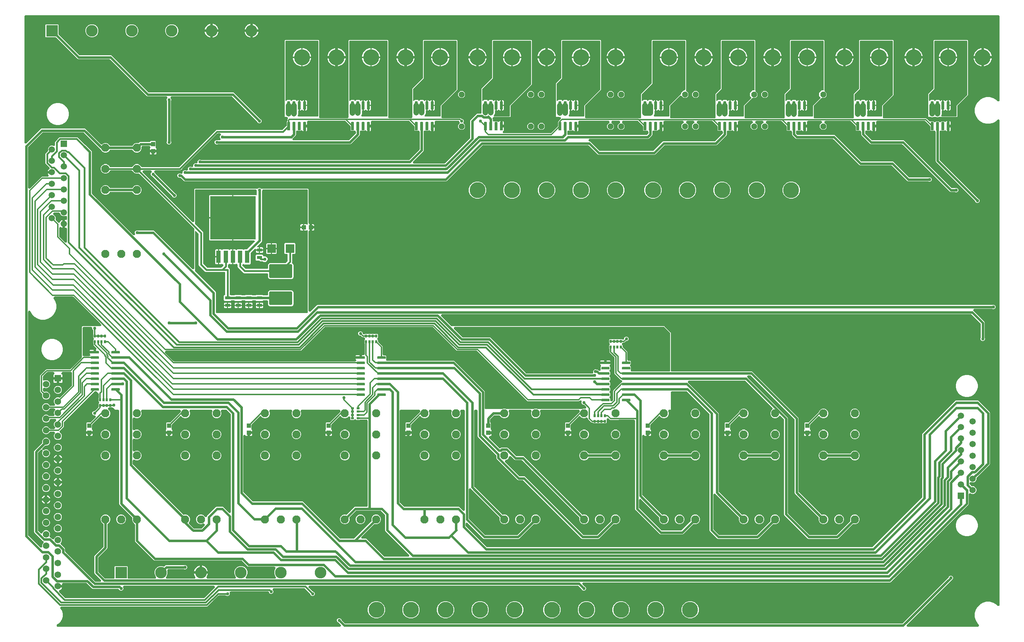
<source format=gbr>
G04 EAGLE Gerber RS-274X export*
G75*
%MOMM*%
%FSLAX34Y34*%
%LPD*%
%INBottom Copper*%
%IPPOS*%
%AMOC8*
5,1,8,0,0,1.08239X$1,22.5*%
G01*
G04 Define Apertures*
%ADD10R,1.200000X0.800000*%
%ADD11R,1.000000X1.100000*%
%ADD12R,2.000000X2.000000*%
%ADD13C,0.640000*%
%ADD14R,2.781000X2.781000*%
%ADD15C,2.781000*%
%ADD16R,1.508000X1.508000*%
%ADD17C,1.508000*%
%ADD18R,1.560000X1.560000*%
%ADD19C,1.560000*%
%ADD20C,1.950000*%
%ADD21R,1.100000X1.000000*%
%ADD22C,0.150000*%
%ADD23R,10.800000X10.410000*%
%ADD24R,1.066800X3.000000*%
%ADD25C,3.810000*%
%ADD26R,0.500000X0.650000*%
%ADD27P,1.42962X8X112.5*%
%ADD28R,0.650000X0.500000*%
%ADD29C,0.756400*%
%ADD30C,0.609600*%
%ADD31C,1.371600*%
%ADD32C,0.304800*%
%ADD33C,0.457200*%
G36*
X764478Y10528D02*
X763289Y10287D01*
X90222Y10287D01*
X89575Y10357D01*
X88464Y10845D01*
X87632Y11728D01*
X87210Y12865D01*
X87265Y14077D01*
X87789Y15171D01*
X88698Y15975D01*
X91802Y17767D01*
X96533Y22498D01*
X99878Y28292D01*
X101610Y34755D01*
X101610Y41445D01*
X99878Y47908D01*
X96338Y54040D01*
X95931Y55467D01*
X96135Y56663D01*
X96788Y57685D01*
X97789Y58371D01*
X98978Y58612D01*
X446759Y58612D01*
X448159Y59192D01*
X473164Y84197D01*
X474131Y84849D01*
X475320Y85090D01*
X490344Y85090D01*
X491488Y84867D01*
X492016Y84517D01*
X494245Y83594D01*
X496355Y83594D01*
X498306Y84402D01*
X499798Y85894D01*
X500606Y87845D01*
X500606Y89955D01*
X500485Y90247D01*
X500255Y91316D01*
X500458Y92512D01*
X501112Y93534D01*
X502113Y94220D01*
X503301Y94461D01*
X591461Y94461D01*
X592582Y94247D01*
X593599Y93585D01*
X594277Y92580D01*
X594942Y90974D01*
X596434Y89482D01*
X598385Y88674D01*
X600495Y88674D01*
X602446Y89482D01*
X603938Y90974D01*
X604746Y92925D01*
X604746Y95035D01*
X603938Y96986D01*
X603765Y97159D01*
X603153Y98036D01*
X602874Y99217D01*
X603077Y100413D01*
X603731Y101435D01*
X604732Y102121D01*
X605920Y102362D01*
X678387Y102362D01*
X679531Y102139D01*
X680543Y101469D01*
X692301Y89711D01*
X692953Y88744D01*
X693079Y88123D01*
X694002Y85894D01*
X695494Y84402D01*
X697445Y83594D01*
X699555Y83594D01*
X701506Y84402D01*
X702998Y85894D01*
X703806Y87845D01*
X703806Y89955D01*
X702998Y91906D01*
X701506Y93398D01*
X699299Y94312D01*
X698701Y94429D01*
X697689Y95099D01*
X689533Y103255D01*
X688921Y104132D01*
X688642Y105313D01*
X688846Y106509D01*
X689499Y107531D01*
X690500Y108217D01*
X691689Y108458D01*
X1331614Y108458D01*
X1332758Y108235D01*
X1333769Y107565D01*
X1340539Y100795D01*
X1341200Y99806D01*
X1341702Y98594D01*
X1343194Y97102D01*
X1345145Y96294D01*
X1347255Y96294D01*
X1349206Y97102D01*
X1350698Y98594D01*
X1351506Y100545D01*
X1351506Y102655D01*
X1350698Y104606D01*
X1349206Y106098D01*
X1347994Y106600D01*
X1347005Y107261D01*
X1343391Y110875D01*
X1342779Y111752D01*
X1342500Y112933D01*
X1342703Y114129D01*
X1343357Y115151D01*
X1344358Y115837D01*
X1345546Y116078D01*
X2077359Y116078D01*
X2079040Y116774D01*
X2264476Y302210D01*
X2265172Y303891D01*
X2265172Y326516D01*
X2265368Y327592D01*
X2266014Y328619D01*
X2267009Y329313D01*
X2268196Y329564D01*
X2269386Y329332D01*
X2272997Y327836D01*
X2276603Y327836D01*
X2279934Y329216D01*
X2282484Y331766D01*
X2283864Y335097D01*
X2283864Y338703D01*
X2282484Y342034D01*
X2279934Y344584D01*
X2276603Y345964D01*
X2273464Y345964D01*
X2272320Y346187D01*
X2271309Y346857D01*
X2268153Y350013D01*
X2267501Y350980D01*
X2267260Y352168D01*
X2267260Y353051D01*
X2267456Y354127D01*
X2268102Y355154D01*
X2269097Y355848D01*
X2270284Y356099D01*
X2271474Y355867D01*
X2272997Y355236D01*
X2276603Y355236D01*
X2279934Y356616D01*
X2282484Y359166D01*
X2283864Y362497D01*
X2283864Y365352D01*
X2284078Y366473D01*
X2284740Y367490D01*
X2285418Y367947D01*
X2315276Y397805D01*
X2315972Y399485D01*
X2315972Y521609D01*
X2315276Y523290D01*
X2288590Y549976D01*
X2286909Y550672D01*
X2234291Y550672D01*
X2232610Y549976D01*
X2155124Y472490D01*
X2154428Y470809D01*
X2154428Y320656D01*
X2154205Y319512D01*
X2153535Y318501D01*
X2036079Y201045D01*
X2035113Y200393D01*
X2033924Y200152D01*
X1115676Y200152D01*
X1114532Y200375D01*
X1113521Y201045D01*
X1064645Y249921D01*
X1063993Y250888D01*
X1063752Y252076D01*
X1063752Y255924D01*
X1063940Y256977D01*
X1064577Y258009D01*
X1065567Y258711D01*
X1066751Y258971D01*
X1067944Y258749D01*
X1068955Y258079D01*
X1106120Y220914D01*
X1107801Y220218D01*
X1190099Y220218D01*
X1191780Y220914D01*
X1225803Y254937D01*
X1226747Y255579D01*
X1227934Y255830D01*
X1228982Y255626D01*
X1233543Y255626D01*
X1237686Y257342D01*
X1240858Y260514D01*
X1242574Y264657D01*
X1242574Y269143D01*
X1240858Y273286D01*
X1237686Y276458D01*
X1233543Y278174D01*
X1229057Y278174D01*
X1224914Y276458D01*
X1221742Y273286D01*
X1220026Y269143D01*
X1220026Y264590D01*
X1220230Y263607D01*
X1220007Y262415D01*
X1219337Y261403D01*
X1188189Y230255D01*
X1187223Y229603D01*
X1186034Y229362D01*
X1111866Y229362D01*
X1110722Y229585D01*
X1109711Y230255D01*
X1072265Y267701D01*
X1071613Y268668D01*
X1071372Y269856D01*
X1071372Y338004D01*
X1071560Y339057D01*
X1072197Y340089D01*
X1073187Y340791D01*
X1074371Y341051D01*
X1075564Y340829D01*
X1076575Y340159D01*
X1144337Y272397D01*
X1144979Y271453D01*
X1145230Y270266D01*
X1145026Y269218D01*
X1145026Y264657D01*
X1146742Y260514D01*
X1149914Y257342D01*
X1154057Y255626D01*
X1158543Y255626D01*
X1162686Y257342D01*
X1165858Y260514D01*
X1167574Y264657D01*
X1167574Y269143D01*
X1165858Y273286D01*
X1162686Y276458D01*
X1158543Y278174D01*
X1153990Y278174D01*
X1153007Y277970D01*
X1151815Y278193D01*
X1150803Y278863D01*
X1084965Y344701D01*
X1084313Y345668D01*
X1084072Y346856D01*
X1084072Y525780D01*
X1084277Y526879D01*
X1084931Y527901D01*
X1085931Y528587D01*
X1087120Y528828D01*
X1089660Y528828D01*
X1090759Y528623D01*
X1091781Y527969D01*
X1092467Y526969D01*
X1092708Y525780D01*
X1092708Y465768D01*
X1093404Y464088D01*
X1136513Y420979D01*
X1137165Y420012D01*
X1137406Y418824D01*
X1137406Y412658D01*
X1138102Y410978D01*
X1188033Y361047D01*
X1189713Y360351D01*
X1199967Y360351D01*
X1201110Y360128D01*
X1202122Y359458D01*
X1340666Y220914D01*
X1342346Y220218D01*
X1380599Y220218D01*
X1382280Y220914D01*
X1416303Y254937D01*
X1417247Y255579D01*
X1418434Y255830D01*
X1419482Y255626D01*
X1424043Y255626D01*
X1428186Y257342D01*
X1431358Y260514D01*
X1433074Y264657D01*
X1433074Y269143D01*
X1431358Y273286D01*
X1428186Y276458D01*
X1424043Y278174D01*
X1419557Y278174D01*
X1415414Y276458D01*
X1412242Y273286D01*
X1410526Y269143D01*
X1410526Y264590D01*
X1410730Y263607D01*
X1410507Y262415D01*
X1409837Y261403D01*
X1378689Y230255D01*
X1377723Y229603D01*
X1376534Y229362D01*
X1346412Y229362D01*
X1345268Y229585D01*
X1344257Y230255D01*
X1205713Y368799D01*
X1204032Y369495D01*
X1193779Y369495D01*
X1192635Y369718D01*
X1191624Y370388D01*
X1158404Y403607D01*
X1157782Y404507D01*
X1157512Y405690D01*
X1157725Y406884D01*
X1158387Y407900D01*
X1159393Y408578D01*
X1162686Y409942D01*
X1165858Y413114D01*
X1167222Y416407D01*
X1167815Y417326D01*
X1168804Y418028D01*
X1169989Y418288D01*
X1171182Y418066D01*
X1172193Y417396D01*
X1180315Y409274D01*
X1181995Y408578D01*
X1197394Y408578D01*
X1198538Y408355D01*
X1199549Y407685D01*
X1334837Y272397D01*
X1335479Y271453D01*
X1335730Y270266D01*
X1335526Y269218D01*
X1335526Y264657D01*
X1337242Y260514D01*
X1340414Y257342D01*
X1344557Y255626D01*
X1349043Y255626D01*
X1353186Y257342D01*
X1356358Y260514D01*
X1358074Y264657D01*
X1358074Y269143D01*
X1356358Y273286D01*
X1353186Y276458D01*
X1349043Y278174D01*
X1344490Y278174D01*
X1343507Y277970D01*
X1342315Y278193D01*
X1341303Y278863D01*
X1203140Y417026D01*
X1201459Y417722D01*
X1186061Y417722D01*
X1184917Y417945D01*
X1183905Y418615D01*
X1164822Y437698D01*
X1163142Y438394D01*
X1149458Y438394D01*
X1147758Y437690D01*
X1146873Y437083D01*
X1145689Y436823D01*
X1144496Y437045D01*
X1143485Y437715D01*
X1120343Y460857D01*
X1119731Y461734D01*
X1119452Y462915D01*
X1119655Y464111D01*
X1120309Y465133D01*
X1121310Y465819D01*
X1122499Y466060D01*
X1123652Y466060D01*
X1125140Y467548D01*
X1125140Y471052D01*
X1114552Y471052D01*
X1114552Y477148D01*
X1125140Y477148D01*
X1125140Y480652D01*
X1124629Y481163D01*
X1123997Y482085D01*
X1123737Y483270D01*
X1123959Y484462D01*
X1124124Y484711D01*
X1124124Y497231D01*
X1123065Y498291D01*
X1122413Y499257D01*
X1122172Y500446D01*
X1122172Y504844D01*
X1122395Y505988D01*
X1123065Y506999D01*
X1130901Y514835D01*
X1131868Y515487D01*
X1133056Y515728D01*
X1143954Y515728D01*
X1145076Y515514D01*
X1146092Y514852D01*
X1146689Y513967D01*
X1149914Y510742D01*
X1154057Y509026D01*
X1158543Y509026D01*
X1162686Y510742D01*
X1165858Y513914D01*
X1167574Y518057D01*
X1167574Y522543D01*
X1166716Y524614D01*
X1166486Y525683D01*
X1166689Y526879D01*
X1167343Y527901D01*
X1168343Y528587D01*
X1169532Y528828D01*
X1218068Y528828D01*
X1219144Y528632D01*
X1220171Y527986D01*
X1220865Y526991D01*
X1221116Y525804D01*
X1220884Y524614D01*
X1220026Y522543D01*
X1220026Y518057D01*
X1221742Y513914D01*
X1224914Y510742D01*
X1229057Y509026D01*
X1233543Y509026D01*
X1237686Y510742D01*
X1240858Y513914D01*
X1242574Y518057D01*
X1242574Y522543D01*
X1241716Y524614D01*
X1241486Y525683D01*
X1241689Y526879D01*
X1242343Y527901D01*
X1243343Y528587D01*
X1244532Y528828D01*
X1333568Y528828D01*
X1334644Y528632D01*
X1335671Y527986D01*
X1336365Y526991D01*
X1336616Y525804D01*
X1336384Y524614D01*
X1335966Y523605D01*
X1335305Y522616D01*
X1311706Y499017D01*
X1310740Y498365D01*
X1309551Y498124D01*
X1302469Y498124D01*
X1301576Y497231D01*
X1301576Y484737D01*
X1301703Y484552D01*
X1301963Y483367D01*
X1301741Y482175D01*
X1301071Y481163D01*
X1300560Y480652D01*
X1300560Y477148D01*
X1315640Y477148D01*
X1315640Y480652D01*
X1315129Y481163D01*
X1314497Y482085D01*
X1314237Y483270D01*
X1314459Y484462D01*
X1314624Y484711D01*
X1314624Y492051D01*
X1314847Y493195D01*
X1315517Y494206D01*
X1334078Y512768D01*
X1335000Y513400D01*
X1336185Y513660D01*
X1337377Y513438D01*
X1338389Y512768D01*
X1340414Y510742D01*
X1344557Y509026D01*
X1349043Y509026D01*
X1351638Y510101D01*
X1352707Y510331D01*
X1353903Y510128D01*
X1354925Y509474D01*
X1355611Y508474D01*
X1355809Y507498D01*
X1356316Y506273D01*
X1363923Y498666D01*
X1365044Y498202D01*
X1366180Y498202D01*
X1367324Y497979D01*
X1368335Y497309D01*
X1369169Y496476D01*
X1399431Y496476D01*
X1400324Y497369D01*
X1400324Y505707D01*
X1400512Y506760D01*
X1401149Y507792D01*
X1402139Y508494D01*
X1403323Y508755D01*
X1404516Y508532D01*
X1405527Y507862D01*
X1408471Y504918D01*
X1409592Y504454D01*
X1427707Y504454D01*
X1428350Y504720D01*
X1429516Y504952D01*
X1465580Y504952D01*
X1466679Y504747D01*
X1467701Y504093D01*
X1468387Y503093D01*
X1468628Y501904D01*
X1468628Y291191D01*
X1469324Y289510D01*
X1527360Y231474D01*
X1529041Y230778D01*
X1581659Y230778D01*
X1583340Y231474D01*
X1606803Y254937D01*
X1607747Y255579D01*
X1608934Y255830D01*
X1609982Y255626D01*
X1614543Y255626D01*
X1618686Y257342D01*
X1621858Y260514D01*
X1623574Y264657D01*
X1623574Y269143D01*
X1621858Y273286D01*
X1618686Y276458D01*
X1614543Y278174D01*
X1610057Y278174D01*
X1605914Y276458D01*
X1602742Y273286D01*
X1601026Y269143D01*
X1601026Y264590D01*
X1601230Y263607D01*
X1601007Y262415D01*
X1600337Y261403D01*
X1579749Y240815D01*
X1578783Y240163D01*
X1577594Y239922D01*
X1533106Y239922D01*
X1531962Y240145D01*
X1530951Y240815D01*
X1478665Y293101D01*
X1478013Y294068D01*
X1477772Y295256D01*
X1477772Y312604D01*
X1477960Y313657D01*
X1478597Y314689D01*
X1479587Y315391D01*
X1480771Y315651D01*
X1481964Y315429D01*
X1482975Y314759D01*
X1525337Y272397D01*
X1525979Y271453D01*
X1526230Y270266D01*
X1526026Y269218D01*
X1526026Y264657D01*
X1527742Y260514D01*
X1530914Y257342D01*
X1535057Y255626D01*
X1539543Y255626D01*
X1543686Y257342D01*
X1546858Y260514D01*
X1548574Y264657D01*
X1548574Y269143D01*
X1546858Y273286D01*
X1543686Y276458D01*
X1539543Y278174D01*
X1534990Y278174D01*
X1534007Y277970D01*
X1532815Y278193D01*
X1531803Y278863D01*
X1486285Y324381D01*
X1485633Y325348D01*
X1485392Y326536D01*
X1485392Y465857D01*
X1485580Y466911D01*
X1486217Y467943D01*
X1487207Y468645D01*
X1488391Y468905D01*
X1489584Y468683D01*
X1490595Y468013D01*
X1492548Y466060D01*
X1495552Y466060D01*
X1495552Y477148D01*
X1506140Y477148D01*
X1506140Y480652D01*
X1505629Y481163D01*
X1504997Y482085D01*
X1504737Y483270D01*
X1504959Y484462D01*
X1505124Y484711D01*
X1505124Y492051D01*
X1505347Y493195D01*
X1506017Y494206D01*
X1524578Y512768D01*
X1525500Y513400D01*
X1526685Y513660D01*
X1527877Y513438D01*
X1528889Y512768D01*
X1530914Y510742D01*
X1535057Y509026D01*
X1539543Y509026D01*
X1543686Y510742D01*
X1546858Y513914D01*
X1548574Y518057D01*
X1548574Y522543D01*
X1547716Y524614D01*
X1547486Y525683D01*
X1547689Y526879D01*
X1548343Y527901D01*
X1549343Y528587D01*
X1550532Y528828D01*
X1552347Y528828D01*
X1552648Y528848D01*
X1552845Y528887D01*
X1553035Y528953D01*
X1553214Y529042D01*
X1553380Y529155D01*
X1553530Y529288D01*
X1553661Y529440D01*
X1553770Y529608D01*
X1553857Y529789D01*
X1553919Y529980D01*
X1553958Y530190D01*
X1553972Y530440D01*
X1553972Y570230D01*
X1554177Y571329D01*
X1554831Y572351D01*
X1555831Y573037D01*
X1557020Y573278D01*
X1590694Y573278D01*
X1591838Y573055D01*
X1592849Y572385D01*
X1645535Y519699D01*
X1646187Y518733D01*
X1646428Y517544D01*
X1646428Y240391D01*
X1647124Y238710D01*
X1664920Y220914D01*
X1666601Y220218D01*
X1761599Y220218D01*
X1763280Y220914D01*
X1797303Y254937D01*
X1798247Y255579D01*
X1799434Y255830D01*
X1800482Y255626D01*
X1805043Y255626D01*
X1809186Y257342D01*
X1812358Y260514D01*
X1814074Y264657D01*
X1814074Y269143D01*
X1812358Y273286D01*
X1809186Y276458D01*
X1805043Y278174D01*
X1800557Y278174D01*
X1796414Y276458D01*
X1793242Y273286D01*
X1791526Y269143D01*
X1791526Y264590D01*
X1791730Y263607D01*
X1791507Y262415D01*
X1790837Y261403D01*
X1759689Y230255D01*
X1758723Y229603D01*
X1757534Y229362D01*
X1670666Y229362D01*
X1669522Y229585D01*
X1668511Y230255D01*
X1656465Y242301D01*
X1655813Y243268D01*
X1655572Y244456D01*
X1655572Y325304D01*
X1655760Y326357D01*
X1656397Y327389D01*
X1657387Y328091D01*
X1658571Y328351D01*
X1659764Y328129D01*
X1660775Y327459D01*
X1715837Y272397D01*
X1716479Y271453D01*
X1716730Y270266D01*
X1716526Y269218D01*
X1716526Y264657D01*
X1718242Y260514D01*
X1721414Y257342D01*
X1725557Y255626D01*
X1730043Y255626D01*
X1734186Y257342D01*
X1737358Y260514D01*
X1739074Y264657D01*
X1739074Y269143D01*
X1737358Y273286D01*
X1734186Y276458D01*
X1730043Y278174D01*
X1725490Y278174D01*
X1724507Y277970D01*
X1723315Y278193D01*
X1722303Y278863D01*
X1669165Y332001D01*
X1668513Y332968D01*
X1668272Y334156D01*
X1668272Y519686D01*
X1667576Y521366D01*
X1595467Y593475D01*
X1594855Y594352D01*
X1594576Y595533D01*
X1594780Y596729D01*
X1595433Y597751D01*
X1596434Y598437D01*
X1597623Y598678D01*
X1730394Y598678D01*
X1731538Y598455D01*
X1732549Y597785D01*
X1796290Y534044D01*
X1796922Y533122D01*
X1797182Y531938D01*
X1796960Y530745D01*
X1796290Y529734D01*
X1793242Y526686D01*
X1791526Y522543D01*
X1791526Y518057D01*
X1793242Y513914D01*
X1796414Y510742D01*
X1800557Y509026D01*
X1805043Y509026D01*
X1809186Y510742D01*
X1812234Y513790D01*
X1813156Y514422D01*
X1814340Y514682D01*
X1815533Y514460D01*
X1816544Y513790D01*
X1823335Y506999D01*
X1823987Y506033D01*
X1824228Y504844D01*
X1824228Y278491D01*
X1824924Y276810D01*
X1880820Y220914D01*
X1882501Y220218D01*
X1952099Y220218D01*
X1953780Y220914D01*
X1987803Y254937D01*
X1988747Y255579D01*
X1989934Y255830D01*
X1990982Y255626D01*
X1995543Y255626D01*
X1999686Y257342D01*
X2002858Y260514D01*
X2004574Y264657D01*
X2004574Y269143D01*
X2002858Y273286D01*
X1999686Y276458D01*
X1995543Y278174D01*
X1991057Y278174D01*
X1986914Y276458D01*
X1983742Y273286D01*
X1982026Y269143D01*
X1982026Y264590D01*
X1982230Y263607D01*
X1982007Y262415D01*
X1981337Y261403D01*
X1950189Y230255D01*
X1949223Y229603D01*
X1948034Y229362D01*
X1886566Y229362D01*
X1885422Y229585D01*
X1884411Y230255D01*
X1834265Y280401D01*
X1833613Y281368D01*
X1833372Y282556D01*
X1833372Y508909D01*
X1832676Y510590D01*
X1737091Y606175D01*
X1736479Y607052D01*
X1736200Y608233D01*
X1736403Y609429D01*
X1737057Y610451D01*
X1738058Y611137D01*
X1739246Y611378D01*
X1743094Y611378D01*
X1744238Y611155D01*
X1745249Y610485D01*
X1848735Y506999D01*
X1849387Y506033D01*
X1849628Y504844D01*
X1849628Y330091D01*
X1850324Y328410D01*
X1906337Y272397D01*
X1906979Y271453D01*
X1907230Y270266D01*
X1907026Y269218D01*
X1907026Y264657D01*
X1908742Y260514D01*
X1911914Y257342D01*
X1916057Y255626D01*
X1920543Y255626D01*
X1924686Y257342D01*
X1927858Y260514D01*
X1929574Y264657D01*
X1929574Y269143D01*
X1927858Y273286D01*
X1924686Y276458D01*
X1920543Y278174D01*
X1915990Y278174D01*
X1915007Y277970D01*
X1913815Y278193D01*
X1912803Y278863D01*
X1859665Y332001D01*
X1859013Y332968D01*
X1858772Y334156D01*
X1858772Y508909D01*
X1858076Y510590D01*
X1748840Y619826D01*
X1747159Y620522D01*
X1557020Y620522D01*
X1555921Y620727D01*
X1554899Y621381D01*
X1554213Y622381D01*
X1553972Y623570D01*
X1553972Y712361D01*
X1553952Y712663D01*
X1553913Y712859D01*
X1553847Y713049D01*
X1553758Y713229D01*
X1553642Y713400D01*
X1553459Y713607D01*
X1539112Y727954D01*
X1538885Y728153D01*
X1538718Y728264D01*
X1538537Y728352D01*
X1538347Y728416D01*
X1538144Y728455D01*
X1537868Y728472D01*
X1030840Y728472D01*
X1029696Y728695D01*
X1028685Y729365D01*
X1005825Y752225D01*
X1005213Y753102D01*
X1004934Y754283D01*
X1005137Y755479D01*
X1005791Y756501D01*
X1006792Y757187D01*
X1007980Y757428D01*
X2270144Y757428D01*
X2271288Y757205D01*
X2272299Y756535D01*
X2293235Y735599D01*
X2293887Y734633D01*
X2294128Y733444D01*
X2294128Y701934D01*
X2293896Y700767D01*
X2293394Y699555D01*
X2293394Y697445D01*
X2294202Y695494D01*
X2295694Y694002D01*
X2297645Y693194D01*
X2299755Y693194D01*
X2301706Y694002D01*
X2303198Y695494D01*
X2304006Y697445D01*
X2304006Y699555D01*
X2303504Y700767D01*
X2303272Y701934D01*
X2303272Y737509D01*
X2302576Y739190D01*
X2276841Y764925D01*
X2276229Y765802D01*
X2275950Y766983D01*
X2276153Y768179D01*
X2276807Y769201D01*
X2277808Y769887D01*
X2278996Y770128D01*
X2320666Y770128D01*
X2321833Y769896D01*
X2323045Y769394D01*
X2325155Y769394D01*
X2327106Y770202D01*
X2328598Y771694D01*
X2329406Y773645D01*
X2329406Y775755D01*
X2328598Y777706D01*
X2327106Y779198D01*
X2325155Y780006D01*
X2323045Y780006D01*
X2321833Y779504D01*
X2320666Y779272D01*
X710291Y779272D01*
X708610Y778576D01*
X694051Y764017D01*
X693174Y763405D01*
X691993Y763126D01*
X690797Y763329D01*
X689775Y763983D01*
X689089Y764984D01*
X688848Y766172D01*
X688848Y954612D01*
X689053Y955711D01*
X689707Y956733D01*
X690707Y957419D01*
X691252Y957529D01*
X691252Y972860D01*
X690797Y972945D01*
X689775Y973599D01*
X689089Y974599D01*
X688848Y975788D01*
X688848Y1055523D01*
X688828Y1055824D01*
X688789Y1056021D01*
X688723Y1056211D01*
X688634Y1056390D01*
X688521Y1056556D01*
X688388Y1056706D01*
X688236Y1056837D01*
X688068Y1056946D01*
X687887Y1057033D01*
X687696Y1057095D01*
X687486Y1057134D01*
X687236Y1057148D01*
X577218Y1057148D01*
X576074Y1057371D01*
X575063Y1058041D01*
X574506Y1058598D01*
X572555Y1059406D01*
X570445Y1059406D01*
X568494Y1058598D01*
X567937Y1058041D01*
X566970Y1057389D01*
X565782Y1057148D01*
X417677Y1057148D01*
X417376Y1057128D01*
X417179Y1057089D01*
X416989Y1057023D01*
X416810Y1056934D01*
X416644Y1056821D01*
X416494Y1056688D01*
X416363Y1056536D01*
X416254Y1056368D01*
X416167Y1056187D01*
X416105Y1055996D01*
X416066Y1055786D01*
X416052Y1055536D01*
X416052Y980395D01*
X415864Y979341D01*
X415227Y978309D01*
X414237Y977607D01*
X413053Y977347D01*
X411860Y977570D01*
X410849Y978239D01*
X293201Y1095887D01*
X292589Y1096764D01*
X292310Y1097945D01*
X292514Y1099141D01*
X293167Y1100163D01*
X294168Y1100849D01*
X295357Y1101090D01*
X311528Y1101090D01*
X312581Y1100902D01*
X313613Y1100265D01*
X314315Y1099275D01*
X314575Y1098091D01*
X314353Y1096898D01*
X313683Y1095887D01*
X313002Y1095206D01*
X312194Y1093255D01*
X312194Y1091145D01*
X313002Y1089194D01*
X314494Y1087702D01*
X315706Y1087200D01*
X316695Y1086539D01*
X362639Y1040595D01*
X363300Y1039606D01*
X363802Y1038394D01*
X365294Y1036902D01*
X367245Y1036094D01*
X369355Y1036094D01*
X371306Y1036902D01*
X372798Y1038394D01*
X373606Y1040345D01*
X373606Y1042455D01*
X372798Y1044406D01*
X371306Y1045898D01*
X370094Y1046400D01*
X369105Y1047061D01*
X323161Y1093005D01*
X322500Y1093994D01*
X321998Y1095206D01*
X321317Y1095887D01*
X320705Y1096764D01*
X320426Y1097945D01*
X320629Y1099141D01*
X321283Y1100163D01*
X322284Y1100849D01*
X323472Y1101090D01*
X381758Y1101090D01*
X383158Y1101670D01*
X384278Y1102790D01*
X385134Y1103392D01*
X386312Y1103680D01*
X386385Y1103668D01*
X386588Y1104759D01*
X387258Y1105770D01*
X470585Y1189097D01*
X471552Y1189749D01*
X472741Y1189990D01*
X476628Y1189990D01*
X477681Y1189802D01*
X478713Y1189165D01*
X479415Y1188175D01*
X479675Y1186991D01*
X479453Y1185798D01*
X478783Y1184787D01*
X478102Y1184106D01*
X477294Y1182155D01*
X477294Y1180045D01*
X478138Y1178008D01*
X478633Y1177298D01*
X478912Y1176117D01*
X478709Y1174921D01*
X478055Y1173899D01*
X477054Y1173213D01*
X475866Y1172972D01*
X473334Y1172972D01*
X472167Y1173204D01*
X470955Y1173706D01*
X468845Y1173706D01*
X466894Y1172898D01*
X465402Y1171406D01*
X464594Y1169455D01*
X464594Y1167345D01*
X465402Y1165394D01*
X466894Y1163902D01*
X468845Y1163094D01*
X470955Y1163094D01*
X472167Y1163596D01*
X473334Y1163828D01*
X788309Y1163828D01*
X789990Y1164524D01*
X810326Y1184860D01*
X811022Y1186541D01*
X811022Y1193404D01*
X811210Y1194457D01*
X811847Y1195489D01*
X812837Y1196191D01*
X814021Y1196451D01*
X815214Y1196229D01*
X815822Y1195826D01*
X822342Y1195826D01*
X822626Y1196110D01*
X823548Y1196742D01*
X824733Y1197003D01*
X825926Y1196780D01*
X826937Y1196110D01*
X827736Y1195311D01*
X828850Y1194850D01*
X828850Y1210200D01*
X837390Y1210200D01*
X837390Y1216914D01*
X837595Y1218013D01*
X838249Y1219035D01*
X839249Y1219721D01*
X840438Y1219962D01*
X927815Y1219962D01*
X928959Y1219739D01*
X929970Y1219069D01*
X940733Y1208306D01*
X941385Y1207340D01*
X941626Y1206151D01*
X941626Y1197158D01*
X942958Y1195826D01*
X949458Y1195826D01*
X949952Y1196171D01*
X951133Y1196450D01*
X952329Y1196247D01*
X953351Y1195593D01*
X954037Y1194592D01*
X954278Y1193404D01*
X954278Y1152506D01*
X954055Y1151362D01*
X953385Y1150351D01*
X929909Y1126875D01*
X928943Y1126223D01*
X927754Y1125982D01*
X432694Y1125982D01*
X431527Y1126214D01*
X430315Y1126716D01*
X428205Y1126716D01*
X426254Y1125908D01*
X424762Y1124416D01*
X423954Y1122465D01*
X423954Y1121350D01*
X423758Y1120274D01*
X423112Y1119247D01*
X422117Y1118553D01*
X420931Y1118302D01*
X420624Y1118362D01*
X418045Y1118362D01*
X416094Y1117554D01*
X414602Y1116062D01*
X413794Y1114111D01*
X413794Y1112322D01*
X413589Y1111223D01*
X412935Y1110201D01*
X411935Y1109515D01*
X410746Y1109274D01*
X409834Y1109274D01*
X408667Y1109506D01*
X407455Y1110008D01*
X405345Y1110008D01*
X403394Y1109200D01*
X401902Y1107708D01*
X401094Y1105757D01*
X401094Y1103968D01*
X400889Y1102869D01*
X400235Y1101847D01*
X399235Y1101161D01*
X398046Y1100920D01*
X397134Y1100920D01*
X395967Y1101152D01*
X394755Y1101654D01*
X392645Y1101654D01*
X390580Y1100799D01*
X389559Y1100570D01*
X389467Y1100584D01*
X389249Y1099468D01*
X388394Y1097403D01*
X388394Y1096348D01*
X388189Y1095249D01*
X387535Y1094227D01*
X386535Y1093541D01*
X385346Y1093300D01*
X384434Y1093300D01*
X383267Y1093532D01*
X382055Y1094034D01*
X379945Y1094034D01*
X377994Y1093226D01*
X376502Y1091734D01*
X375694Y1089783D01*
X375694Y1087673D01*
X376502Y1085722D01*
X377994Y1084230D01*
X379945Y1083422D01*
X382050Y1083422D01*
X383194Y1083199D01*
X384205Y1082529D01*
X391110Y1075624D01*
X392791Y1074928D01*
X1016909Y1074928D01*
X1018590Y1075624D01*
X1103361Y1160395D01*
X1104328Y1161047D01*
X1105516Y1161288D01*
X1355744Y1161288D01*
X1356888Y1161065D01*
X1357899Y1160395D01*
X1379170Y1139124D01*
X1380851Y1138428D01*
X1514749Y1138428D01*
X1516430Y1139124D01*
X1537701Y1160395D01*
X1538668Y1161047D01*
X1539856Y1161288D01*
X1662069Y1161288D01*
X1663750Y1161984D01*
X1686626Y1184860D01*
X1687322Y1186541D01*
X1687322Y1193404D01*
X1687510Y1194457D01*
X1688147Y1195489D01*
X1689137Y1196191D01*
X1690321Y1196451D01*
X1691514Y1196229D01*
X1692122Y1195826D01*
X1698642Y1195826D01*
X1698926Y1196110D01*
X1699848Y1196742D01*
X1701033Y1197003D01*
X1702226Y1196780D01*
X1703237Y1196110D01*
X1704036Y1195311D01*
X1705150Y1194850D01*
X1705150Y1210200D01*
X1713690Y1210200D01*
X1713690Y1216629D01*
X1713895Y1217728D01*
X1714549Y1218750D01*
X1715549Y1219436D01*
X1716738Y1219677D01*
X1746924Y1219677D01*
X1747977Y1219489D01*
X1749009Y1218852D01*
X1749711Y1217862D01*
X1749971Y1216678D01*
X1749749Y1215485D01*
X1749079Y1214474D01*
X1744472Y1209867D01*
X1744472Y1203133D01*
X1749233Y1198372D01*
X1755967Y1198372D01*
X1760728Y1203133D01*
X1760728Y1209867D01*
X1756121Y1214474D01*
X1755509Y1215351D01*
X1755230Y1216532D01*
X1755433Y1217728D01*
X1756087Y1218750D01*
X1757087Y1219436D01*
X1758276Y1219677D01*
X1772324Y1219677D01*
X1773377Y1219489D01*
X1774409Y1218852D01*
X1775111Y1217862D01*
X1775371Y1216678D01*
X1775149Y1215485D01*
X1774479Y1214474D01*
X1769872Y1209867D01*
X1769872Y1203133D01*
X1774633Y1198372D01*
X1781367Y1198372D01*
X1786128Y1203133D01*
X1786128Y1209867D01*
X1781521Y1214474D01*
X1780909Y1215351D01*
X1780630Y1216532D01*
X1780833Y1217728D01*
X1781487Y1218750D01*
X1782487Y1219436D01*
X1783676Y1219677D01*
X1817100Y1219677D01*
X1818244Y1219454D01*
X1819255Y1218784D01*
X1829733Y1208306D01*
X1830385Y1207340D01*
X1830626Y1206151D01*
X1830626Y1197158D01*
X1831958Y1195826D01*
X1838458Y1195826D01*
X1838952Y1196171D01*
X1840133Y1196450D01*
X1841329Y1196247D01*
X1842351Y1195593D01*
X1843037Y1194592D01*
X1843278Y1193404D01*
X1843278Y1186541D01*
X1843974Y1184860D01*
X1851610Y1177224D01*
X1853291Y1176528D01*
X1939944Y1176528D01*
X1941088Y1176305D01*
X1942099Y1175635D01*
X2004010Y1113724D01*
X2005691Y1113028D01*
X2079644Y1113028D01*
X2080788Y1112805D01*
X2081799Y1112135D01*
X2118310Y1075624D01*
X2119991Y1074928D01*
X2168266Y1074928D01*
X2169433Y1074696D01*
X2170645Y1074194D01*
X2172755Y1074194D01*
X2174706Y1075002D01*
X2176198Y1076494D01*
X2177006Y1078445D01*
X2177006Y1080555D01*
X2176198Y1082506D01*
X2174706Y1083998D01*
X2172755Y1084806D01*
X2170645Y1084806D01*
X2169433Y1084304D01*
X2168266Y1084072D01*
X2124056Y1084072D01*
X2122912Y1084295D01*
X2121901Y1084965D01*
X2085390Y1121476D01*
X2083709Y1122172D01*
X2009756Y1122172D01*
X2008612Y1122395D01*
X2007601Y1123065D01*
X1945690Y1184976D01*
X1944009Y1185672D01*
X1857356Y1185672D01*
X1856212Y1185895D01*
X1855201Y1186565D01*
X1853315Y1188451D01*
X1852663Y1189418D01*
X1852422Y1190606D01*
X1852422Y1193404D01*
X1852610Y1194457D01*
X1853247Y1195489D01*
X1854237Y1196191D01*
X1855421Y1196451D01*
X1856614Y1196229D01*
X1857222Y1195826D01*
X1863742Y1195826D01*
X1864026Y1196110D01*
X1864948Y1196742D01*
X1866133Y1197003D01*
X1867326Y1196780D01*
X1868337Y1196110D01*
X1869136Y1195311D01*
X1870250Y1194850D01*
X1870250Y1210200D01*
X1878790Y1210200D01*
X1878790Y1216629D01*
X1878995Y1217728D01*
X1879649Y1218750D01*
X1880649Y1219436D01*
X1881838Y1219677D01*
X1912024Y1219677D01*
X1913077Y1219489D01*
X1914109Y1218852D01*
X1914811Y1217862D01*
X1915071Y1216678D01*
X1914849Y1215485D01*
X1914179Y1214474D01*
X1909572Y1209867D01*
X1909572Y1203133D01*
X1914333Y1198372D01*
X1921067Y1198372D01*
X1925828Y1203133D01*
X1925828Y1209867D01*
X1921221Y1214474D01*
X1920609Y1215351D01*
X1920330Y1216532D01*
X1920533Y1217728D01*
X1921187Y1218750D01*
X1922187Y1219436D01*
X1923376Y1219677D01*
X1982200Y1219677D01*
X1983344Y1219454D01*
X1984355Y1218784D01*
X1994833Y1208306D01*
X1995485Y1207340D01*
X1995726Y1206151D01*
X1995726Y1197158D01*
X1997058Y1195826D01*
X2003558Y1195826D01*
X2004052Y1196171D01*
X2005233Y1196450D01*
X2006429Y1196247D01*
X2007451Y1195593D01*
X2008137Y1194592D01*
X2008378Y1193404D01*
X2008378Y1186541D01*
X2009074Y1184860D01*
X2029410Y1164524D01*
X2031091Y1163828D01*
X2105044Y1163828D01*
X2106188Y1163605D01*
X2107199Y1162935D01*
X2219910Y1050224D01*
X2221591Y1049528D01*
X2231766Y1049528D01*
X2232933Y1049296D01*
X2234145Y1048794D01*
X2236255Y1048794D01*
X2238206Y1049602D01*
X2239698Y1051094D01*
X2240506Y1053045D01*
X2240506Y1055155D01*
X2239698Y1057106D01*
X2238206Y1058598D01*
X2236255Y1059406D01*
X2234145Y1059406D01*
X2232933Y1058904D01*
X2231766Y1058672D01*
X2225656Y1058672D01*
X2224512Y1058895D01*
X2223501Y1059565D01*
X2110790Y1172276D01*
X2109109Y1172972D01*
X2035156Y1172972D01*
X2034012Y1173195D01*
X2033001Y1173865D01*
X2018415Y1188451D01*
X2017763Y1189418D01*
X2017522Y1190606D01*
X2017522Y1193404D01*
X2017710Y1194457D01*
X2018347Y1195489D01*
X2019337Y1196191D01*
X2020521Y1196451D01*
X2021714Y1196229D01*
X2022322Y1195826D01*
X2028842Y1195826D01*
X2029126Y1196110D01*
X2030048Y1196742D01*
X2031233Y1197003D01*
X2032426Y1196780D01*
X2033437Y1196110D01*
X2034236Y1195311D01*
X2035350Y1194850D01*
X2035350Y1210200D01*
X2043890Y1210200D01*
X2043890Y1216629D01*
X2044095Y1217728D01*
X2044749Y1218750D01*
X2045749Y1219436D01*
X2046938Y1219677D01*
X2160000Y1219677D01*
X2161144Y1219454D01*
X2162155Y1218784D01*
X2172633Y1208306D01*
X2173285Y1207340D01*
X2173526Y1206151D01*
X2173526Y1197158D01*
X2174858Y1195826D01*
X2181358Y1195826D01*
X2181852Y1196171D01*
X2183033Y1196450D01*
X2184229Y1196247D01*
X2185251Y1195593D01*
X2185937Y1194592D01*
X2186178Y1193404D01*
X2186178Y1123041D01*
X2186874Y1121360D01*
X2280339Y1027895D01*
X2281000Y1026906D01*
X2281502Y1025694D01*
X2282994Y1024202D01*
X2284945Y1023394D01*
X2287055Y1023394D01*
X2289006Y1024202D01*
X2290498Y1025694D01*
X2291306Y1027645D01*
X2291306Y1029755D01*
X2290498Y1031706D01*
X2289006Y1033198D01*
X2287794Y1033700D01*
X2286805Y1034361D01*
X2196215Y1124951D01*
X2195563Y1125918D01*
X2195322Y1127106D01*
X2195322Y1193404D01*
X2195510Y1194457D01*
X2196147Y1195489D01*
X2197137Y1196191D01*
X2198321Y1196451D01*
X2199514Y1196229D01*
X2200122Y1195826D01*
X2206642Y1195826D01*
X2206926Y1196110D01*
X2207848Y1196742D01*
X2209033Y1197003D01*
X2210226Y1196780D01*
X2211237Y1196110D01*
X2212036Y1195311D01*
X2213150Y1194850D01*
X2213150Y1219550D01*
X2212036Y1219089D01*
X2211237Y1218290D01*
X2210315Y1217658D01*
X2209130Y1217397D01*
X2207938Y1217620D01*
X2206926Y1218290D01*
X2206642Y1218574D01*
X2200258Y1218574D01*
X2199255Y1217571D01*
X2198333Y1216939D01*
X2197149Y1216679D01*
X2195956Y1216901D01*
X2194945Y1217571D01*
X2193942Y1218574D01*
X2187558Y1218574D01*
X2186555Y1217571D01*
X2185633Y1216939D01*
X2184449Y1216679D01*
X2183256Y1216901D01*
X2182245Y1217571D01*
X2181242Y1218574D01*
X2174757Y1218574D01*
X2174156Y1218161D01*
X2172971Y1217901D01*
X2171778Y1218124D01*
X2170767Y1218794D01*
X2165538Y1224023D01*
X2164252Y1225309D01*
X2163131Y1225773D01*
X2063216Y1225773D01*
X2062367Y1225893D01*
X2061293Y1226456D01*
X2060523Y1227393D01*
X2060179Y1228557D01*
X2060316Y1229762D01*
X2060395Y1230004D01*
X2060434Y1230214D01*
X2060448Y1230464D01*
X2060448Y1254775D01*
X2060671Y1255919D01*
X2061341Y1256930D01*
X2085330Y1280920D01*
X2085529Y1281147D01*
X2085640Y1281314D01*
X2085728Y1281494D01*
X2085792Y1281684D01*
X2085831Y1281888D01*
X2085848Y1282163D01*
X2085848Y1411123D01*
X2085828Y1411424D01*
X2085789Y1411621D01*
X2085723Y1411811D01*
X2085634Y1411990D01*
X2085521Y1412156D01*
X2085388Y1412306D01*
X2085236Y1412437D01*
X2085068Y1412546D01*
X2084887Y1412633D01*
X2084696Y1412695D01*
X2084486Y1412734D01*
X2084236Y1412748D01*
X2005177Y1412748D01*
X2004876Y1412728D01*
X2004679Y1412689D01*
X2004489Y1412623D01*
X2004310Y1412534D01*
X2004144Y1412421D01*
X2003994Y1412288D01*
X2003863Y1412136D01*
X2003754Y1411968D01*
X2003667Y1411787D01*
X2003605Y1411596D01*
X2003566Y1411386D01*
X2003552Y1411136D01*
X2003552Y1297925D01*
X2003329Y1296781D01*
X2002659Y1295770D01*
X1991370Y1284480D01*
X1991171Y1284253D01*
X1991060Y1284086D01*
X1990972Y1283906D01*
X1990908Y1283716D01*
X1990869Y1283512D01*
X1990852Y1283237D01*
X1990852Y1230477D01*
X1990872Y1230176D01*
X1990911Y1229979D01*
X1990969Y1229811D01*
X1991133Y1228918D01*
X1990930Y1227722D01*
X1990276Y1226700D01*
X1989275Y1226014D01*
X1988087Y1225773D01*
X1898116Y1225773D01*
X1897267Y1225893D01*
X1896193Y1226456D01*
X1895423Y1227393D01*
X1895079Y1228557D01*
X1895216Y1229762D01*
X1895295Y1230004D01*
X1895334Y1230214D01*
X1895348Y1230464D01*
X1895348Y1254775D01*
X1895571Y1255919D01*
X1896241Y1256930D01*
X1912990Y1273679D01*
X1913956Y1274331D01*
X1915145Y1274572D01*
X1921067Y1274572D01*
X1925828Y1279333D01*
X1925828Y1286067D01*
X1921641Y1290254D01*
X1920989Y1291220D01*
X1920748Y1292409D01*
X1920748Y1411123D01*
X1920728Y1411424D01*
X1920689Y1411621D01*
X1920623Y1411811D01*
X1920534Y1411990D01*
X1920421Y1412156D01*
X1920288Y1412306D01*
X1920136Y1412437D01*
X1919968Y1412546D01*
X1919787Y1412633D01*
X1919596Y1412695D01*
X1919386Y1412734D01*
X1919136Y1412748D01*
X1840077Y1412748D01*
X1839776Y1412728D01*
X1839579Y1412689D01*
X1839389Y1412623D01*
X1839210Y1412534D01*
X1839044Y1412421D01*
X1838894Y1412288D01*
X1838763Y1412136D01*
X1838654Y1411968D01*
X1838567Y1411787D01*
X1838505Y1411596D01*
X1838466Y1411386D01*
X1838452Y1411136D01*
X1838452Y1297925D01*
X1838229Y1296781D01*
X1837559Y1295770D01*
X1826270Y1284480D01*
X1826071Y1284253D01*
X1825960Y1284086D01*
X1825872Y1283906D01*
X1825808Y1283716D01*
X1825769Y1283512D01*
X1825752Y1283237D01*
X1825752Y1230477D01*
X1825772Y1230176D01*
X1825811Y1229979D01*
X1825869Y1229811D01*
X1826033Y1228918D01*
X1825830Y1227722D01*
X1825176Y1226700D01*
X1824175Y1226014D01*
X1822987Y1225773D01*
X1733016Y1225773D01*
X1732167Y1225893D01*
X1731093Y1226456D01*
X1730323Y1227393D01*
X1729979Y1228557D01*
X1730116Y1229762D01*
X1730195Y1230004D01*
X1730234Y1230214D01*
X1730248Y1230464D01*
X1730248Y1254775D01*
X1730471Y1255919D01*
X1731141Y1256930D01*
X1747890Y1273679D01*
X1748856Y1274331D01*
X1750045Y1274572D01*
X1755967Y1274572D01*
X1760728Y1279333D01*
X1760728Y1286067D01*
X1756541Y1290254D01*
X1755889Y1291220D01*
X1755648Y1292409D01*
X1755648Y1411123D01*
X1755628Y1411424D01*
X1755589Y1411621D01*
X1755523Y1411811D01*
X1755434Y1411990D01*
X1755321Y1412156D01*
X1755188Y1412306D01*
X1755036Y1412437D01*
X1754868Y1412546D01*
X1754687Y1412633D01*
X1754496Y1412695D01*
X1754286Y1412734D01*
X1754036Y1412748D01*
X1674977Y1412748D01*
X1674676Y1412728D01*
X1674479Y1412689D01*
X1674289Y1412623D01*
X1674110Y1412534D01*
X1673944Y1412421D01*
X1673794Y1412288D01*
X1673663Y1412136D01*
X1673554Y1411968D01*
X1673467Y1411787D01*
X1673405Y1411596D01*
X1673366Y1411386D01*
X1673352Y1411136D01*
X1673352Y1297925D01*
X1673129Y1296781D01*
X1672459Y1295770D01*
X1661170Y1284480D01*
X1660971Y1284253D01*
X1660860Y1284086D01*
X1660772Y1283906D01*
X1660708Y1283716D01*
X1660669Y1283512D01*
X1660652Y1283237D01*
X1660652Y1230477D01*
X1660672Y1230176D01*
X1660711Y1229979D01*
X1660769Y1229811D01*
X1660933Y1228918D01*
X1660730Y1227722D01*
X1660076Y1226700D01*
X1659075Y1226014D01*
X1657887Y1225773D01*
X1555216Y1225773D01*
X1554367Y1225893D01*
X1553293Y1226456D01*
X1552523Y1227393D01*
X1552179Y1228557D01*
X1552316Y1229762D01*
X1552395Y1230004D01*
X1552434Y1230214D01*
X1552448Y1230464D01*
X1552448Y1254775D01*
X1552671Y1255919D01*
X1553341Y1256930D01*
X1575403Y1278992D01*
X1576325Y1279624D01*
X1577509Y1279884D01*
X1578702Y1279662D01*
X1579713Y1278992D01*
X1584133Y1274572D01*
X1590867Y1274572D01*
X1595628Y1279333D01*
X1595628Y1286067D01*
X1591006Y1290689D01*
X1590295Y1291808D01*
X1590118Y1293008D01*
X1590375Y1293999D01*
X1590364Y1294002D01*
X1590416Y1294159D01*
X1590423Y1294183D01*
X1590428Y1294194D01*
X1590492Y1294384D01*
X1590531Y1294588D01*
X1590548Y1294863D01*
X1590548Y1411123D01*
X1590528Y1411424D01*
X1590489Y1411621D01*
X1590423Y1411811D01*
X1590334Y1411990D01*
X1590221Y1412156D01*
X1590088Y1412306D01*
X1589936Y1412437D01*
X1589768Y1412546D01*
X1589587Y1412633D01*
X1589396Y1412695D01*
X1589186Y1412734D01*
X1588936Y1412748D01*
X1509877Y1412748D01*
X1509576Y1412728D01*
X1509379Y1412689D01*
X1509189Y1412623D01*
X1509010Y1412534D01*
X1508844Y1412421D01*
X1508694Y1412288D01*
X1508563Y1412136D01*
X1508454Y1411968D01*
X1508367Y1411787D01*
X1508305Y1411596D01*
X1508266Y1411386D01*
X1508252Y1411136D01*
X1508252Y1310625D01*
X1508029Y1309481D01*
X1507359Y1308470D01*
X1483370Y1284480D01*
X1483171Y1284253D01*
X1483060Y1284086D01*
X1482972Y1283906D01*
X1482908Y1283716D01*
X1482869Y1283512D01*
X1482852Y1283237D01*
X1482852Y1230477D01*
X1482872Y1230176D01*
X1482911Y1229979D01*
X1482969Y1229811D01*
X1483133Y1228918D01*
X1482930Y1227722D01*
X1482276Y1226700D01*
X1481275Y1226014D01*
X1480087Y1225773D01*
X1478341Y1225773D01*
X1477174Y1226005D01*
X1477046Y1226058D01*
X1352108Y1226058D01*
X1351260Y1226178D01*
X1350185Y1226741D01*
X1349415Y1227679D01*
X1349072Y1228842D01*
X1349181Y1229801D01*
X1349159Y1229805D01*
X1349234Y1230214D01*
X1349248Y1230464D01*
X1349248Y1254775D01*
X1349471Y1255919D01*
X1350141Y1256930D01*
X1386830Y1293620D01*
X1387029Y1293847D01*
X1387140Y1294014D01*
X1387228Y1294194D01*
X1387292Y1294384D01*
X1387331Y1294588D01*
X1387348Y1294863D01*
X1387348Y1411123D01*
X1387328Y1411424D01*
X1387289Y1411621D01*
X1387223Y1411811D01*
X1387134Y1411990D01*
X1387021Y1412156D01*
X1386888Y1412306D01*
X1386736Y1412437D01*
X1386568Y1412546D01*
X1386387Y1412633D01*
X1386196Y1412695D01*
X1385986Y1412734D01*
X1385736Y1412748D01*
X1293977Y1412748D01*
X1293676Y1412728D01*
X1293479Y1412689D01*
X1293289Y1412623D01*
X1293110Y1412534D01*
X1292944Y1412421D01*
X1292794Y1412288D01*
X1292663Y1412136D01*
X1292554Y1411968D01*
X1292467Y1411787D01*
X1292405Y1411596D01*
X1292366Y1411386D01*
X1292352Y1411136D01*
X1292352Y1323325D01*
X1292129Y1322181D01*
X1291459Y1321170D01*
X1280170Y1309880D01*
X1279971Y1309653D01*
X1279860Y1309486D01*
X1279772Y1309306D01*
X1279708Y1309116D01*
X1279669Y1308912D01*
X1279652Y1308637D01*
X1279652Y1230477D01*
X1279672Y1230176D01*
X1279711Y1229979D01*
X1279777Y1229789D01*
X1279866Y1229610D01*
X1279979Y1229444D01*
X1280112Y1229294D01*
X1280264Y1229163D01*
X1280432Y1229054D01*
X1280613Y1228967D01*
X1280804Y1228905D01*
X1281014Y1228866D01*
X1281264Y1228852D01*
X1288303Y1228852D01*
X1289356Y1228664D01*
X1290388Y1228027D01*
X1291090Y1227037D01*
X1291351Y1225853D01*
X1291128Y1224660D01*
X1290458Y1223649D01*
X1286466Y1219657D01*
X1286362Y1219406D01*
X1285702Y1218418D01*
X1284526Y1217242D01*
X1284526Y1208249D01*
X1284303Y1207105D01*
X1283633Y1206094D01*
X1268676Y1191137D01*
X1267710Y1190485D01*
X1266521Y1190244D01*
X1155755Y1190244D01*
X1154702Y1190432D01*
X1153670Y1191069D01*
X1152968Y1192059D01*
X1152708Y1193243D01*
X1152930Y1194436D01*
X1153600Y1195447D01*
X1154389Y1196236D01*
X1154890Y1197446D01*
X1154890Y1204200D01*
X1146350Y1204200D01*
X1146350Y1219550D01*
X1145236Y1219089D01*
X1144437Y1218290D01*
X1143515Y1217658D01*
X1142330Y1217397D01*
X1141138Y1217620D01*
X1140126Y1218290D01*
X1139842Y1218574D01*
X1133342Y1218574D01*
X1132848Y1218229D01*
X1131667Y1217950D01*
X1130471Y1218153D01*
X1129449Y1218807D01*
X1128763Y1219808D01*
X1128522Y1220996D01*
X1128522Y1224265D01*
X1128368Y1224638D01*
X1128137Y1225707D01*
X1128341Y1226903D01*
X1128994Y1227925D01*
X1129995Y1228611D01*
X1131184Y1228852D01*
X1169823Y1228852D01*
X1170124Y1228872D01*
X1170321Y1228911D01*
X1170511Y1228977D01*
X1170690Y1229066D01*
X1170856Y1229179D01*
X1171006Y1229312D01*
X1171137Y1229464D01*
X1171246Y1229632D01*
X1171333Y1229813D01*
X1171395Y1230004D01*
X1171434Y1230214D01*
X1171448Y1230464D01*
X1171448Y1254775D01*
X1171671Y1255919D01*
X1172341Y1256930D01*
X1221730Y1306320D01*
X1221929Y1306547D01*
X1222040Y1306714D01*
X1222128Y1306894D01*
X1222192Y1307084D01*
X1222231Y1307288D01*
X1222248Y1307563D01*
X1222248Y1411123D01*
X1222228Y1411424D01*
X1222189Y1411621D01*
X1222123Y1411811D01*
X1222034Y1411990D01*
X1221921Y1412156D01*
X1221788Y1412306D01*
X1221636Y1412437D01*
X1221468Y1412546D01*
X1221287Y1412633D01*
X1221096Y1412695D01*
X1220886Y1412734D01*
X1220636Y1412748D01*
X1128877Y1412748D01*
X1128576Y1412728D01*
X1128379Y1412689D01*
X1128189Y1412623D01*
X1128010Y1412534D01*
X1127844Y1412421D01*
X1127694Y1412288D01*
X1127563Y1412136D01*
X1127454Y1411968D01*
X1127367Y1411787D01*
X1127305Y1411596D01*
X1127266Y1411386D01*
X1127252Y1411136D01*
X1127252Y1323325D01*
X1127029Y1322181D01*
X1126359Y1321170D01*
X1102370Y1297180D01*
X1102171Y1296953D01*
X1102060Y1296786D01*
X1101972Y1296606D01*
X1101908Y1296416D01*
X1101869Y1296212D01*
X1101852Y1295937D01*
X1101852Y1239520D01*
X1101647Y1238421D01*
X1100993Y1237399D01*
X1099993Y1236713D01*
X1098804Y1236472D01*
X1091291Y1236472D01*
X1089610Y1235776D01*
X1075624Y1221790D01*
X1074928Y1220109D01*
X1074928Y1179712D01*
X1074705Y1178568D01*
X1074035Y1177557D01*
X1014999Y1118521D01*
X1014033Y1117869D01*
X1012844Y1117628D01*
X940952Y1117628D01*
X939899Y1117816D01*
X938867Y1118453D01*
X938165Y1119443D01*
X937905Y1120627D01*
X938127Y1121820D01*
X938797Y1122831D01*
X962726Y1146760D01*
X963422Y1148441D01*
X963422Y1193404D01*
X963610Y1194457D01*
X964247Y1195489D01*
X965237Y1196191D01*
X966421Y1196451D01*
X967614Y1196229D01*
X968222Y1195826D01*
X974742Y1195826D01*
X975026Y1196110D01*
X975948Y1196742D01*
X977133Y1197003D01*
X978326Y1196780D01*
X979337Y1196110D01*
X980136Y1195311D01*
X981250Y1194850D01*
X981250Y1210200D01*
X989790Y1210200D01*
X989790Y1216914D01*
X989995Y1218013D01*
X990649Y1219035D01*
X991649Y1219721D01*
X992838Y1219962D01*
X1046005Y1219962D01*
X1047126Y1219748D01*
X1048143Y1219086D01*
X1048821Y1218080D01*
X1049613Y1216168D01*
X1049844Y1215050D01*
X1049622Y1213858D01*
X1048952Y1212847D01*
X1045972Y1209867D01*
X1045972Y1203133D01*
X1050733Y1198372D01*
X1057467Y1198372D01*
X1062228Y1203133D01*
X1062228Y1209867D01*
X1059248Y1212847D01*
X1058606Y1213791D01*
X1058355Y1214978D01*
X1058587Y1216168D01*
X1059406Y1218145D01*
X1059406Y1220255D01*
X1058598Y1222206D01*
X1057106Y1223698D01*
X1055155Y1224506D01*
X1054367Y1224506D01*
X1053223Y1224729D01*
X1052212Y1225399D01*
X1052017Y1225594D01*
X1050896Y1226058D01*
X1009208Y1226058D01*
X1008360Y1226178D01*
X1007285Y1226741D01*
X1006515Y1227679D01*
X1006172Y1228842D01*
X1006281Y1229801D01*
X1006259Y1229805D01*
X1006334Y1230214D01*
X1006348Y1230464D01*
X1006348Y1254775D01*
X1006571Y1255919D01*
X1007241Y1256930D01*
X1043930Y1293620D01*
X1044129Y1293847D01*
X1044240Y1294014D01*
X1044328Y1294194D01*
X1044392Y1294384D01*
X1044431Y1294588D01*
X1044448Y1294863D01*
X1044448Y1411123D01*
X1044428Y1411424D01*
X1044389Y1411621D01*
X1044323Y1411811D01*
X1044234Y1411990D01*
X1044121Y1412156D01*
X1043988Y1412306D01*
X1043836Y1412437D01*
X1043668Y1412546D01*
X1043487Y1412633D01*
X1043296Y1412695D01*
X1043086Y1412734D01*
X1042836Y1412748D01*
X963777Y1412748D01*
X963476Y1412728D01*
X963279Y1412689D01*
X963089Y1412623D01*
X962910Y1412534D01*
X962744Y1412421D01*
X962594Y1412288D01*
X962463Y1412136D01*
X962354Y1411968D01*
X962267Y1411787D01*
X962205Y1411596D01*
X962166Y1411386D01*
X962152Y1411136D01*
X962152Y1323325D01*
X961929Y1322181D01*
X961259Y1321170D01*
X937270Y1297180D01*
X937071Y1296953D01*
X936960Y1296786D01*
X936872Y1296606D01*
X936808Y1296416D01*
X936769Y1296212D01*
X936752Y1295937D01*
X936752Y1230477D01*
X936772Y1230176D01*
X936851Y1229781D01*
X936830Y1229777D01*
X936935Y1229203D01*
X936732Y1228007D01*
X936078Y1226985D01*
X935077Y1226299D01*
X933889Y1226058D01*
X882208Y1226058D01*
X881360Y1226178D01*
X880285Y1226741D01*
X879515Y1227679D01*
X879172Y1228842D01*
X879281Y1229801D01*
X879259Y1229805D01*
X879334Y1230214D01*
X879348Y1230464D01*
X879348Y1411123D01*
X879328Y1411424D01*
X879289Y1411621D01*
X879223Y1411811D01*
X879134Y1411990D01*
X879021Y1412156D01*
X878888Y1412306D01*
X878736Y1412437D01*
X878568Y1412546D01*
X878387Y1412633D01*
X878196Y1412695D01*
X877986Y1412734D01*
X877736Y1412748D01*
X785977Y1412748D01*
X785676Y1412728D01*
X785479Y1412689D01*
X785289Y1412623D01*
X785110Y1412534D01*
X784944Y1412421D01*
X784794Y1412288D01*
X784663Y1412136D01*
X784554Y1411968D01*
X784467Y1411787D01*
X784405Y1411596D01*
X784366Y1411386D01*
X784352Y1411136D01*
X784352Y1230477D01*
X784372Y1230176D01*
X784451Y1229781D01*
X784430Y1229777D01*
X784535Y1229203D01*
X784332Y1228007D01*
X783678Y1226985D01*
X782677Y1226299D01*
X781489Y1226058D01*
X717108Y1226058D01*
X716260Y1226178D01*
X715185Y1226741D01*
X714415Y1227679D01*
X714072Y1228842D01*
X714181Y1229801D01*
X714159Y1229805D01*
X714234Y1230214D01*
X714248Y1230464D01*
X714248Y1411123D01*
X714228Y1411424D01*
X714189Y1411621D01*
X714123Y1411811D01*
X714034Y1411990D01*
X713921Y1412156D01*
X713788Y1412306D01*
X713636Y1412437D01*
X713468Y1412546D01*
X713287Y1412633D01*
X713096Y1412695D01*
X712886Y1412734D01*
X712636Y1412748D01*
X633577Y1412748D01*
X633276Y1412728D01*
X633079Y1412689D01*
X632889Y1412623D01*
X632710Y1412534D01*
X632544Y1412421D01*
X632394Y1412288D01*
X632263Y1412136D01*
X632154Y1411968D01*
X632067Y1411787D01*
X632005Y1411596D01*
X631966Y1411386D01*
X631952Y1411136D01*
X631952Y1230477D01*
X631972Y1230176D01*
X632011Y1229979D01*
X632077Y1229789D01*
X632166Y1229610D01*
X632279Y1229444D01*
X632412Y1229294D01*
X632564Y1229163D01*
X632732Y1229054D01*
X632913Y1228967D01*
X633104Y1228905D01*
X633314Y1228866D01*
X633564Y1228852D01*
X636793Y1228852D01*
X637846Y1228664D01*
X638878Y1228027D01*
X639580Y1227037D01*
X639841Y1225853D01*
X639618Y1224660D01*
X638948Y1223649D01*
X638766Y1223467D01*
X638302Y1222346D01*
X638302Y1219980D01*
X638079Y1218837D01*
X637409Y1217825D01*
X636826Y1217242D01*
X636826Y1209327D01*
X636603Y1208183D01*
X635933Y1207171D01*
X627265Y1198503D01*
X626298Y1197851D01*
X625109Y1197610D01*
X469142Y1197610D01*
X467742Y1197030D01*
X380315Y1109603D01*
X379348Y1108951D01*
X378159Y1108710D01*
X291461Y1108710D01*
X290340Y1108924D01*
X289323Y1109586D01*
X288645Y1110592D01*
X288358Y1111286D01*
X285186Y1114458D01*
X281043Y1116174D01*
X276557Y1116174D01*
X272414Y1114458D01*
X269242Y1111286D01*
X268955Y1110592D01*
X268328Y1109637D01*
X267327Y1108951D01*
X266139Y1108710D01*
X216461Y1108710D01*
X215340Y1108924D01*
X214323Y1109586D01*
X213645Y1110592D01*
X213358Y1111286D01*
X210186Y1114458D01*
X206043Y1116174D01*
X201557Y1116174D01*
X197414Y1114458D01*
X194242Y1111286D01*
X192526Y1107143D01*
X192526Y1102657D01*
X194242Y1098514D01*
X197414Y1095342D01*
X201557Y1093626D01*
X206043Y1093626D01*
X210186Y1095342D01*
X213358Y1098514D01*
X213645Y1099208D01*
X214272Y1100163D01*
X215273Y1100849D01*
X216461Y1101090D01*
X266139Y1101090D01*
X267260Y1100876D01*
X268277Y1100214D01*
X268955Y1099208D01*
X269242Y1098514D01*
X272414Y1095342D01*
X276557Y1093626D01*
X281043Y1093626D01*
X281737Y1093914D01*
X282855Y1094145D01*
X284048Y1093923D01*
X285059Y1093253D01*
X415159Y963153D01*
X415811Y962186D01*
X416052Y960997D01*
X416052Y867772D01*
X415864Y866719D01*
X415227Y865687D01*
X414237Y864985D01*
X413053Y864725D01*
X411860Y864947D01*
X410849Y865617D01*
X320090Y956376D01*
X318409Y957072D01*
X282834Y957072D01*
X281667Y957304D01*
X280455Y957806D01*
X278345Y957806D01*
X276394Y956998D01*
X274902Y955506D01*
X274094Y953555D01*
X274094Y951445D01*
X274426Y950642D01*
X274655Y949622D01*
X274470Y948423D01*
X273833Y947391D01*
X272844Y946689D01*
X271659Y946428D01*
X270466Y946651D01*
X269455Y947321D01*
X171835Y1044941D01*
X171183Y1045908D01*
X170942Y1047096D01*
X170942Y1146449D01*
X170246Y1148130D01*
X156260Y1162116D01*
X154980Y1162646D01*
X153992Y1163307D01*
X137478Y1179820D01*
X136078Y1180400D01*
X94494Y1180400D01*
X93094Y1179820D01*
X89790Y1176516D01*
X89620Y1176107D01*
X88960Y1175118D01*
X84090Y1170248D01*
X83510Y1168848D01*
X83510Y1162789D01*
X83314Y1161713D01*
X82668Y1160686D01*
X81673Y1159992D01*
X80486Y1159741D01*
X79296Y1159973D01*
X77773Y1160604D01*
X74167Y1160604D01*
X70836Y1159224D01*
X68286Y1156674D01*
X66906Y1153343D01*
X66906Y1149180D01*
X66907Y1149176D01*
X66906Y1149172D01*
X66906Y1149131D01*
X66898Y1149131D01*
X66684Y1147984D01*
X66014Y1146973D01*
X61390Y1142348D01*
X60810Y1140948D01*
X60810Y1118681D01*
X61390Y1117280D01*
X62891Y1115780D01*
X69667Y1109003D01*
X70299Y1108081D01*
X70560Y1106896D01*
X70337Y1105704D01*
X69667Y1104693D01*
X67425Y1102450D01*
X66322Y1099788D01*
X79018Y1099788D01*
X79018Y1093692D01*
X66322Y1093692D01*
X67540Y1090751D01*
X67776Y1090414D01*
X68055Y1089233D01*
X67851Y1088037D01*
X67198Y1087015D01*
X66197Y1086329D01*
X65008Y1086088D01*
X52464Y1086088D01*
X51343Y1085624D01*
X24253Y1058534D01*
X23376Y1057922D01*
X22195Y1057643D01*
X20999Y1057846D01*
X19977Y1058500D01*
X19291Y1059500D01*
X19050Y1060689D01*
X19050Y1155592D01*
X19273Y1156736D01*
X19943Y1157747D01*
X53071Y1190875D01*
X54038Y1191527D01*
X55226Y1191768D01*
X150714Y1191768D01*
X151858Y1191545D01*
X152869Y1190875D01*
X192395Y1151350D01*
X193191Y1150822D01*
X193869Y1149816D01*
X194242Y1148914D01*
X197414Y1145742D01*
X201557Y1144026D01*
X206043Y1144026D01*
X210186Y1145742D01*
X213405Y1148961D01*
X213956Y1149801D01*
X214957Y1150487D01*
X216146Y1150728D01*
X266454Y1150728D01*
X267576Y1150514D01*
X268592Y1149852D01*
X269189Y1148967D01*
X272414Y1145742D01*
X276557Y1144026D01*
X281043Y1144026D01*
X285186Y1145742D01*
X288358Y1148914D01*
X290074Y1153057D01*
X290074Y1156580D01*
X290279Y1157679D01*
X290933Y1158701D01*
X291933Y1159387D01*
X293122Y1159628D01*
X308154Y1159628D01*
X309298Y1159405D01*
X310309Y1158735D01*
X310471Y1158574D01*
X311103Y1157652D01*
X311363Y1156467D01*
X311141Y1155275D01*
X310471Y1154263D01*
X309960Y1153752D01*
X309960Y1150248D01*
X325040Y1150248D01*
X325040Y1153752D01*
X324529Y1154263D01*
X323897Y1155185D01*
X323637Y1156370D01*
X323859Y1157562D01*
X324024Y1157811D01*
X324024Y1170331D01*
X323131Y1171224D01*
X311869Y1171224D01*
X310309Y1169665D01*
X309343Y1169013D01*
X308154Y1168772D01*
X286791Y1168772D01*
X285110Y1168076D01*
X284297Y1167263D01*
X283353Y1166621D01*
X282166Y1166370D01*
X281118Y1166574D01*
X276557Y1166574D01*
X272414Y1164858D01*
X269195Y1161639D01*
X268644Y1160799D01*
X267643Y1160113D01*
X266454Y1159872D01*
X216146Y1159872D01*
X215024Y1160086D01*
X214008Y1160748D01*
X213411Y1161633D01*
X210186Y1164858D01*
X206043Y1166574D01*
X201557Y1166574D01*
X197414Y1164858D01*
X196771Y1164215D01*
X195849Y1163583D01*
X194665Y1163323D01*
X193472Y1163545D01*
X192461Y1164215D01*
X158175Y1198501D01*
X156460Y1200216D01*
X154779Y1200912D01*
X51161Y1200912D01*
X49480Y1200216D01*
X15490Y1166226D01*
X14613Y1165614D01*
X13432Y1165335D01*
X12236Y1165538D01*
X11214Y1166192D01*
X10528Y1167193D01*
X10287Y1168381D01*
X10287Y1469392D01*
X10492Y1470491D01*
X11146Y1471513D01*
X12146Y1472199D01*
X13335Y1472440D01*
X2336092Y1472440D01*
X2337191Y1472235D01*
X2338213Y1471581D01*
X2338899Y1470581D01*
X2339140Y1469392D01*
X2339140Y1269120D01*
X2338952Y1268067D01*
X2338315Y1267034D01*
X2337325Y1266333D01*
X2336141Y1266072D01*
X2334948Y1266295D01*
X2333937Y1266965D01*
X2330895Y1270006D01*
X2323655Y1274186D01*
X2315580Y1276350D01*
X2307220Y1276350D01*
X2299145Y1274186D01*
X2291905Y1270006D01*
X2285994Y1264095D01*
X2281814Y1256855D01*
X2279650Y1248780D01*
X2279650Y1240420D01*
X2281814Y1232345D01*
X2285994Y1225105D01*
X2291905Y1219194D01*
X2299145Y1215014D01*
X2307220Y1212850D01*
X2315580Y1212850D01*
X2323655Y1215014D01*
X2330895Y1219194D01*
X2333937Y1222235D01*
X2334814Y1222847D01*
X2335995Y1223127D01*
X2337191Y1222923D01*
X2338213Y1222270D01*
X2338899Y1221269D01*
X2339140Y1220080D01*
X2339140Y62620D01*
X2338952Y61567D01*
X2338315Y60534D01*
X2337325Y59833D01*
X2336141Y59572D01*
X2334948Y59795D01*
X2333937Y60465D01*
X2330895Y63506D01*
X2323655Y67686D01*
X2315580Y69850D01*
X2307220Y69850D01*
X2299145Y67686D01*
X2291905Y63506D01*
X2285994Y57595D01*
X2281814Y50355D01*
X2279650Y42280D01*
X2279650Y33920D01*
X2281814Y25845D01*
X2285994Y18605D01*
X2289108Y15490D01*
X2289720Y14613D01*
X2290000Y13432D01*
X2289796Y12236D01*
X2289143Y11214D01*
X2288142Y10528D01*
X2286953Y10287D01*
X2119611Y10287D01*
X2118558Y10475D01*
X2117526Y11112D01*
X2116824Y12102D01*
X2116564Y13286D01*
X2116786Y14479D01*
X2117456Y15490D01*
X2223305Y121339D01*
X2224294Y122000D01*
X2225506Y122502D01*
X2226998Y123994D01*
X2227806Y125945D01*
X2227806Y128055D01*
X2226998Y130006D01*
X2225506Y131498D01*
X2223555Y132306D01*
X2221445Y132306D01*
X2219494Y131498D01*
X2218002Y130006D01*
X2217500Y128794D01*
X2216839Y127805D01*
X2107707Y18673D01*
X2106741Y18021D01*
X2105552Y17780D01*
X777348Y17780D01*
X776204Y18003D01*
X775193Y18673D01*
X767661Y26205D01*
X767000Y27194D01*
X766498Y28406D01*
X765006Y29898D01*
X763055Y30706D01*
X760945Y30706D01*
X758994Y29898D01*
X757502Y28406D01*
X756694Y26455D01*
X756694Y24345D01*
X757502Y22394D01*
X758994Y20902D01*
X760206Y20400D01*
X761195Y19739D01*
X765444Y15490D01*
X766056Y14613D01*
X766335Y13432D01*
X766132Y12236D01*
X765478Y11214D01*
X764478Y10528D01*
G37*
%LPC*%
G36*
X536255Y1438148D02*
X549652Y1438148D01*
X549652Y1451545D01*
X549429Y1451545D01*
X543385Y1449041D01*
X538759Y1444415D01*
X536255Y1438371D01*
X536255Y1438148D01*
G37*
G36*
X440955Y1438148D02*
X454352Y1438148D01*
X454352Y1451545D01*
X454129Y1451545D01*
X448085Y1449041D01*
X443459Y1444415D01*
X440955Y1438371D01*
X440955Y1438148D01*
G37*
G36*
X460448Y1438148D02*
X473845Y1438148D01*
X473845Y1438371D01*
X471341Y1444415D01*
X466715Y1449041D01*
X460671Y1451545D01*
X460448Y1451545D01*
X460448Y1438148D01*
G37*
G36*
X555748Y1438148D02*
X569145Y1438148D01*
X569145Y1438371D01*
X566641Y1444415D01*
X562015Y1449041D01*
X555971Y1451545D01*
X555748Y1451545D01*
X555748Y1438148D01*
G37*
G36*
X359031Y1419671D02*
X365169Y1419671D01*
X370840Y1422020D01*
X375180Y1426360D01*
X377529Y1432031D01*
X377529Y1438169D01*
X375180Y1443840D01*
X370840Y1448180D01*
X365169Y1450529D01*
X359031Y1450529D01*
X353360Y1448180D01*
X349020Y1443840D01*
X346671Y1438169D01*
X346671Y1432031D01*
X349020Y1426360D01*
X353360Y1422020D01*
X359031Y1419671D01*
G37*
G36*
X263731Y1419671D02*
X269869Y1419671D01*
X275540Y1422020D01*
X279880Y1426360D01*
X282229Y1432031D01*
X282229Y1438169D01*
X279880Y1443840D01*
X275540Y1448180D01*
X269869Y1450529D01*
X263731Y1450529D01*
X258060Y1448180D01*
X253720Y1443840D01*
X251371Y1438169D01*
X251371Y1432031D01*
X253720Y1426360D01*
X258060Y1422020D01*
X263731Y1419671D01*
G37*
G36*
X168431Y1419671D02*
X174569Y1419671D01*
X180240Y1422020D01*
X184580Y1426360D01*
X186929Y1432031D01*
X186929Y1438169D01*
X184580Y1443840D01*
X180240Y1448180D01*
X174569Y1450529D01*
X168431Y1450529D01*
X162760Y1448180D01*
X158420Y1443840D01*
X156071Y1438169D01*
X156071Y1432031D01*
X158420Y1426360D01*
X162760Y1422020D01*
X168431Y1419671D01*
G37*
G36*
X354545Y1163094D02*
X356655Y1163094D01*
X358606Y1163902D01*
X360098Y1165394D01*
X360906Y1167345D01*
X360906Y1169455D01*
X360404Y1170667D01*
X360172Y1171834D01*
X360172Y1266566D01*
X360404Y1267733D01*
X360906Y1268945D01*
X360906Y1271055D01*
X360062Y1273092D01*
X359567Y1273802D01*
X359288Y1274983D01*
X359491Y1276179D01*
X360145Y1277201D01*
X361146Y1277887D01*
X362334Y1278128D01*
X504844Y1278128D01*
X505988Y1277905D01*
X506999Y1277235D01*
X565839Y1218395D01*
X566500Y1217406D01*
X567002Y1216194D01*
X568494Y1214702D01*
X570445Y1213894D01*
X572555Y1213894D01*
X574506Y1214702D01*
X575998Y1216194D01*
X576806Y1218145D01*
X576806Y1220255D01*
X575998Y1222206D01*
X574506Y1223698D01*
X573294Y1224200D01*
X572305Y1224861D01*
X510590Y1286576D01*
X508909Y1287272D01*
X307956Y1287272D01*
X306812Y1287495D01*
X305801Y1288165D01*
X218490Y1375476D01*
X216809Y1376172D01*
X142856Y1376172D01*
X141712Y1376395D01*
X140701Y1377065D01*
X92522Y1425244D01*
X91870Y1426211D01*
X91629Y1427399D01*
X91629Y1449636D01*
X90736Y1450529D01*
X61664Y1450529D01*
X60771Y1449636D01*
X60771Y1420564D01*
X61664Y1419671D01*
X83901Y1419671D01*
X85045Y1419448D01*
X86056Y1418778D01*
X137110Y1367724D01*
X138791Y1367028D01*
X212744Y1367028D01*
X213888Y1366805D01*
X214899Y1366135D01*
X302210Y1278824D01*
X303891Y1278128D01*
X348866Y1278128D01*
X349919Y1277940D01*
X350951Y1277303D01*
X351653Y1276313D01*
X351913Y1275129D01*
X351691Y1273936D01*
X351147Y1273116D01*
X350294Y1271055D01*
X350294Y1268945D01*
X350796Y1267733D01*
X351028Y1266566D01*
X351028Y1171834D01*
X350796Y1170667D01*
X350294Y1169455D01*
X350294Y1167345D01*
X351102Y1165394D01*
X352594Y1163902D01*
X354545Y1163094D01*
G37*
G36*
X555748Y1418655D02*
X555971Y1418655D01*
X562015Y1421159D01*
X566641Y1425785D01*
X569145Y1431829D01*
X569145Y1432052D01*
X555748Y1432052D01*
X555748Y1418655D01*
G37*
G36*
X549429Y1418655D02*
X549652Y1418655D01*
X549652Y1432052D01*
X536255Y1432052D01*
X536255Y1431829D01*
X538759Y1425785D01*
X543385Y1421159D01*
X549429Y1418655D01*
G37*
G36*
X460448Y1418655D02*
X460671Y1418655D01*
X466715Y1421159D01*
X471341Y1425785D01*
X473845Y1431829D01*
X473845Y1432052D01*
X460448Y1432052D01*
X460448Y1418655D01*
G37*
G36*
X454129Y1418655D02*
X454352Y1418655D01*
X454352Y1432052D01*
X440955Y1432052D01*
X440955Y1431829D01*
X443459Y1425785D01*
X448085Y1421159D01*
X454129Y1418655D01*
G37*
G36*
X2176383Y1228598D02*
X2179717Y1228598D01*
X2179770Y1228620D01*
X2180937Y1228852D01*
X2187863Y1228852D01*
X2189030Y1228620D01*
X2189083Y1228598D01*
X2192417Y1228598D01*
X2192470Y1228620D01*
X2193637Y1228852D01*
X2236623Y1228852D01*
X2236924Y1228872D01*
X2237121Y1228911D01*
X2237311Y1228977D01*
X2237490Y1229066D01*
X2237656Y1229179D01*
X2237806Y1229312D01*
X2237937Y1229464D01*
X2238046Y1229632D01*
X2238133Y1229813D01*
X2238195Y1230004D01*
X2238234Y1230214D01*
X2238248Y1230464D01*
X2238248Y1254775D01*
X2238471Y1255919D01*
X2239141Y1256930D01*
X2263130Y1280920D01*
X2263329Y1281147D01*
X2263440Y1281314D01*
X2263528Y1281494D01*
X2263592Y1281684D01*
X2263631Y1281888D01*
X2263648Y1282163D01*
X2263648Y1411123D01*
X2263628Y1411424D01*
X2263589Y1411621D01*
X2263523Y1411811D01*
X2263434Y1411990D01*
X2263321Y1412156D01*
X2263188Y1412306D01*
X2263036Y1412437D01*
X2262868Y1412546D01*
X2262687Y1412633D01*
X2262496Y1412695D01*
X2262286Y1412734D01*
X2262036Y1412748D01*
X2182977Y1412748D01*
X2182676Y1412728D01*
X2182479Y1412689D01*
X2182289Y1412623D01*
X2182110Y1412534D01*
X2181944Y1412421D01*
X2181794Y1412288D01*
X2181663Y1412136D01*
X2181554Y1411968D01*
X2181467Y1411787D01*
X2181405Y1411596D01*
X2181366Y1411386D01*
X2181352Y1411136D01*
X2181352Y1297925D01*
X2181129Y1296781D01*
X2180459Y1295770D01*
X2169170Y1284480D01*
X2168971Y1284253D01*
X2168860Y1284086D01*
X2168772Y1283906D01*
X2168708Y1283716D01*
X2168669Y1283512D01*
X2168652Y1283237D01*
X2168652Y1230477D01*
X2168672Y1230176D01*
X2168711Y1229979D01*
X2168777Y1229789D01*
X2168866Y1229610D01*
X2168979Y1229444D01*
X2169112Y1229294D01*
X2169264Y1229163D01*
X2169432Y1229054D01*
X2169613Y1228967D01*
X2169804Y1228905D01*
X2170014Y1228866D01*
X2170264Y1228852D01*
X2175163Y1228852D01*
X2176330Y1228620D01*
X2176383Y1228598D01*
G37*
G36*
X899010Y1374648D02*
X917552Y1374648D01*
X917552Y1393190D01*
X916306Y1393190D01*
X908370Y1389903D01*
X902297Y1383830D01*
X899010Y1375895D01*
X899010Y1374648D01*
G37*
G36*
X1235610Y1374648D02*
X1254152Y1374648D01*
X1254152Y1393190D01*
X1252906Y1393190D01*
X1244970Y1389903D01*
X1238897Y1383830D01*
X1235610Y1375895D01*
X1235610Y1374648D01*
G37*
G36*
X1070610Y1374648D02*
X1089152Y1374648D01*
X1089152Y1393190D01*
X1087906Y1393190D01*
X1079970Y1389903D01*
X1073897Y1383830D01*
X1070610Y1375895D01*
X1070610Y1374648D01*
G37*
G36*
X734010Y1374648D02*
X752552Y1374648D01*
X752552Y1393190D01*
X751306Y1393190D01*
X743370Y1389903D01*
X737297Y1383830D01*
X734010Y1375895D01*
X734010Y1374648D01*
G37*
G36*
X1610310Y1374648D02*
X1628852Y1374648D01*
X1628852Y1393190D01*
X1627606Y1393190D01*
X1619670Y1389903D01*
X1613597Y1383830D01*
X1610310Y1375895D01*
X1610310Y1374648D01*
G37*
G36*
X2111910Y1374648D02*
X2130452Y1374648D01*
X2130452Y1393190D01*
X2129206Y1393190D01*
X2121270Y1389903D01*
X2115197Y1383830D01*
X2111910Y1375895D01*
X2111910Y1374648D01*
G37*
G36*
X923648Y1374648D02*
X942190Y1374648D01*
X942190Y1375895D01*
X938903Y1383830D01*
X932830Y1389903D01*
X924895Y1393190D01*
X923648Y1393190D01*
X923648Y1374648D01*
G37*
G36*
X1946910Y1374648D02*
X1965452Y1374648D01*
X1965452Y1393190D01*
X1964206Y1393190D01*
X1956270Y1389903D01*
X1950197Y1383830D01*
X1946910Y1375895D01*
X1946910Y1374648D01*
G37*
G36*
X1971548Y1374648D02*
X1990090Y1374648D01*
X1990090Y1375895D01*
X1986803Y1383830D01*
X1980730Y1389903D01*
X1972795Y1393190D01*
X1971548Y1393190D01*
X1971548Y1374648D01*
G37*
G36*
X1260248Y1374648D02*
X1278790Y1374648D01*
X1278790Y1375895D01*
X1275503Y1383830D01*
X1269430Y1389903D01*
X1261495Y1393190D01*
X1260248Y1393190D01*
X1260248Y1374648D01*
G37*
G36*
X758648Y1374648D02*
X777190Y1374648D01*
X777190Y1375895D01*
X773903Y1383830D01*
X767830Y1389903D01*
X759895Y1393190D01*
X758648Y1393190D01*
X758648Y1374648D01*
G37*
G36*
X2276910Y1374648D02*
X2295452Y1374648D01*
X2295452Y1393190D01*
X2294206Y1393190D01*
X2286270Y1389903D01*
X2280197Y1383830D01*
X2276910Y1375895D01*
X2276910Y1374648D01*
G37*
G36*
X1425248Y1374648D02*
X1443790Y1374648D01*
X1443790Y1375895D01*
X1440503Y1383830D01*
X1434430Y1389903D01*
X1426495Y1393190D01*
X1425248Y1393190D01*
X1425248Y1374648D01*
G37*
G36*
X1799948Y1374648D02*
X1818490Y1374648D01*
X1818490Y1375895D01*
X1815203Y1383830D01*
X1809130Y1389903D01*
X1801195Y1393190D01*
X1799948Y1393190D01*
X1799948Y1374648D01*
G37*
G36*
X2301548Y1374648D02*
X2320090Y1374648D01*
X2320090Y1375895D01*
X2316803Y1383830D01*
X2310730Y1389903D01*
X2302795Y1393190D01*
X2301548Y1393190D01*
X2301548Y1374648D01*
G37*
G36*
X1634948Y1374648D02*
X1653490Y1374648D01*
X1653490Y1375895D01*
X1650203Y1383830D01*
X1644130Y1389903D01*
X1636195Y1393190D01*
X1634948Y1393190D01*
X1634948Y1374648D01*
G37*
G36*
X1095248Y1374648D02*
X1113790Y1374648D01*
X1113790Y1375895D01*
X1110503Y1383830D01*
X1104430Y1389903D01*
X1096495Y1393190D01*
X1095248Y1393190D01*
X1095248Y1374648D01*
G37*
G36*
X1400610Y1374648D02*
X1419152Y1374648D01*
X1419152Y1393190D01*
X1417906Y1393190D01*
X1409970Y1389903D01*
X1403897Y1383830D01*
X1400610Y1375895D01*
X1400610Y1374648D01*
G37*
G36*
X1775310Y1374648D02*
X1793852Y1374648D01*
X1793852Y1393190D01*
X1792606Y1393190D01*
X1784670Y1389903D01*
X1778597Y1383830D01*
X1775310Y1375895D01*
X1775310Y1374648D01*
G37*
G36*
X2136548Y1374648D02*
X2155090Y1374648D01*
X2155090Y1375895D01*
X2151803Y1383830D01*
X2145730Y1389903D01*
X2137795Y1393190D01*
X2136548Y1393190D01*
X2136548Y1374648D01*
G37*
G36*
X1095248Y1350010D02*
X1096495Y1350010D01*
X1104430Y1353297D01*
X1110503Y1359370D01*
X1113790Y1367306D01*
X1113790Y1368552D01*
X1095248Y1368552D01*
X1095248Y1350010D01*
G37*
G36*
X1252906Y1350010D02*
X1254152Y1350010D01*
X1254152Y1368552D01*
X1235610Y1368552D01*
X1235610Y1367306D01*
X1238897Y1359370D01*
X1244970Y1353297D01*
X1252906Y1350010D01*
G37*
G36*
X1260248Y1350010D02*
X1261495Y1350010D01*
X1269430Y1353297D01*
X1275503Y1359370D01*
X1278790Y1367306D01*
X1278790Y1368552D01*
X1260248Y1368552D01*
X1260248Y1350010D01*
G37*
G36*
X1417906Y1350010D02*
X1419152Y1350010D01*
X1419152Y1368552D01*
X1400610Y1368552D01*
X1400610Y1367306D01*
X1403897Y1359370D01*
X1409970Y1353297D01*
X1417906Y1350010D01*
G37*
G36*
X1425248Y1350010D02*
X1426495Y1350010D01*
X1434430Y1353297D01*
X1440503Y1359370D01*
X1443790Y1367306D01*
X1443790Y1368552D01*
X1425248Y1368552D01*
X1425248Y1350010D01*
G37*
G36*
X1627606Y1350010D02*
X1628852Y1350010D01*
X1628852Y1368552D01*
X1610310Y1368552D01*
X1610310Y1367306D01*
X1613597Y1359370D01*
X1619670Y1353297D01*
X1627606Y1350010D01*
G37*
G36*
X1634948Y1350010D02*
X1636195Y1350010D01*
X1644130Y1353297D01*
X1650203Y1359370D01*
X1653490Y1367306D01*
X1653490Y1368552D01*
X1634948Y1368552D01*
X1634948Y1350010D01*
G37*
G36*
X1792606Y1350010D02*
X1793852Y1350010D01*
X1793852Y1368552D01*
X1775310Y1368552D01*
X1775310Y1367306D01*
X1778597Y1359370D01*
X1784670Y1353297D01*
X1792606Y1350010D01*
G37*
G36*
X923648Y1350010D02*
X924895Y1350010D01*
X932830Y1353297D01*
X938903Y1359370D01*
X942190Y1367306D01*
X942190Y1368552D01*
X923648Y1368552D01*
X923648Y1350010D01*
G37*
G36*
X1964206Y1350010D02*
X1965452Y1350010D01*
X1965452Y1368552D01*
X1946910Y1368552D01*
X1946910Y1367306D01*
X1950197Y1359370D01*
X1956270Y1353297D01*
X1964206Y1350010D01*
G37*
G36*
X1971548Y1350010D02*
X1972795Y1350010D01*
X1980730Y1353297D01*
X1986803Y1359370D01*
X1990090Y1367306D01*
X1990090Y1368552D01*
X1971548Y1368552D01*
X1971548Y1350010D01*
G37*
G36*
X2129206Y1350010D02*
X2130452Y1350010D01*
X2130452Y1368552D01*
X2111910Y1368552D01*
X2111910Y1367306D01*
X2115197Y1359370D01*
X2121270Y1353297D01*
X2129206Y1350010D01*
G37*
G36*
X2136548Y1350010D02*
X2137795Y1350010D01*
X2145730Y1353297D01*
X2151803Y1359370D01*
X2155090Y1367306D01*
X2155090Y1368552D01*
X2136548Y1368552D01*
X2136548Y1350010D01*
G37*
G36*
X2294206Y1350010D02*
X2295452Y1350010D01*
X2295452Y1368552D01*
X2276910Y1368552D01*
X2276910Y1367306D01*
X2280197Y1359370D01*
X2286270Y1353297D01*
X2294206Y1350010D01*
G37*
G36*
X2301548Y1350010D02*
X2302795Y1350010D01*
X2310730Y1353297D01*
X2316803Y1359370D01*
X2320090Y1367306D01*
X2320090Y1368552D01*
X2301548Y1368552D01*
X2301548Y1350010D01*
G37*
G36*
X1799948Y1350010D02*
X1801195Y1350010D01*
X1809130Y1353297D01*
X1815203Y1359370D01*
X1818490Y1367306D01*
X1818490Y1368552D01*
X1799948Y1368552D01*
X1799948Y1350010D01*
G37*
G36*
X1087906Y1350010D02*
X1089152Y1350010D01*
X1089152Y1368552D01*
X1070610Y1368552D01*
X1070610Y1367306D01*
X1073897Y1359370D01*
X1079970Y1353297D01*
X1087906Y1350010D01*
G37*
G36*
X751306Y1350010D02*
X752552Y1350010D01*
X752552Y1368552D01*
X734010Y1368552D01*
X734010Y1367306D01*
X737297Y1359370D01*
X743370Y1353297D01*
X751306Y1350010D01*
G37*
G36*
X758648Y1350010D02*
X759895Y1350010D01*
X767830Y1353297D01*
X773903Y1359370D01*
X777190Y1367306D01*
X777190Y1368552D01*
X758648Y1368552D01*
X758648Y1350010D01*
G37*
G36*
X916306Y1350010D02*
X917552Y1350010D01*
X917552Y1368552D01*
X899010Y1368552D01*
X899010Y1367306D01*
X902297Y1359370D01*
X908370Y1353297D01*
X916306Y1350010D01*
G37*
G36*
X1050733Y1274572D02*
X1057467Y1274572D01*
X1062228Y1279333D01*
X1062228Y1286067D01*
X1057467Y1290828D01*
X1050733Y1290828D01*
X1045972Y1286067D01*
X1045972Y1279333D01*
X1050733Y1274572D01*
G37*
G36*
X1431733Y1274572D02*
X1438467Y1274572D01*
X1443228Y1279333D01*
X1443228Y1286067D01*
X1438467Y1290828D01*
X1431733Y1290828D01*
X1426972Y1286067D01*
X1426972Y1279333D01*
X1431733Y1274572D01*
G37*
G36*
X1406333Y1274572D02*
X1413067Y1274572D01*
X1417828Y1279333D01*
X1417828Y1286067D01*
X1413067Y1290828D01*
X1406333Y1290828D01*
X1401572Y1286067D01*
X1401572Y1279333D01*
X1406333Y1274572D01*
G37*
G36*
X1774633Y1274572D02*
X1781367Y1274572D01*
X1786128Y1279333D01*
X1786128Y1286067D01*
X1781367Y1290828D01*
X1774633Y1290828D01*
X1769872Y1286067D01*
X1769872Y1279333D01*
X1774633Y1274572D01*
G37*
G36*
X1241233Y1274572D02*
X1247967Y1274572D01*
X1252728Y1279333D01*
X1252728Y1286067D01*
X1247967Y1290828D01*
X1241233Y1290828D01*
X1236472Y1286067D01*
X1236472Y1279333D01*
X1241233Y1274572D01*
G37*
G36*
X1609533Y1274572D02*
X1616267Y1274572D01*
X1621028Y1279333D01*
X1621028Y1286067D01*
X1616267Y1290828D01*
X1609533Y1290828D01*
X1604772Y1286067D01*
X1604772Y1279333D01*
X1609533Y1274572D01*
G37*
G36*
X1215833Y1274572D02*
X1222567Y1274572D01*
X1227328Y1279333D01*
X1227328Y1286067D01*
X1222567Y1290828D01*
X1215833Y1290828D01*
X1211072Y1286067D01*
X1211072Y1279333D01*
X1215833Y1274572D01*
G37*
G36*
X86726Y1209780D02*
X93614Y1209780D01*
X100267Y1211563D01*
X106233Y1215007D01*
X111103Y1219877D01*
X114547Y1225843D01*
X116330Y1232496D01*
X116330Y1239384D01*
X114547Y1246037D01*
X111103Y1252003D01*
X106233Y1256873D01*
X100267Y1260317D01*
X93614Y1262100D01*
X86726Y1262100D01*
X80073Y1260317D01*
X74107Y1256873D01*
X69237Y1252003D01*
X65793Y1246037D01*
X64010Y1239384D01*
X64010Y1232496D01*
X65793Y1225843D01*
X69237Y1219877D01*
X74107Y1215007D01*
X80073Y1211563D01*
X86726Y1209780D01*
G37*
G36*
X1152350Y1210200D02*
X1154890Y1210200D01*
X1154890Y1216954D01*
X1154389Y1218164D01*
X1153464Y1219089D01*
X1152350Y1219550D01*
X1152350Y1210200D01*
G37*
G36*
X2219150Y1210200D02*
X2221690Y1210200D01*
X2221690Y1216954D01*
X2221189Y1218164D01*
X2220264Y1219089D01*
X2219150Y1219550D01*
X2219150Y1210200D01*
G37*
G36*
X1241233Y1198372D02*
X1247967Y1198372D01*
X1252728Y1203133D01*
X1252728Y1209867D01*
X1247967Y1214628D01*
X1241233Y1214628D01*
X1236472Y1209867D01*
X1236472Y1203133D01*
X1241233Y1198372D01*
G37*
G36*
X1215833Y1198372D02*
X1222567Y1198372D01*
X1227328Y1203133D01*
X1227328Y1209867D01*
X1222567Y1214628D01*
X1215833Y1214628D01*
X1211072Y1209867D01*
X1211072Y1203133D01*
X1215833Y1198372D01*
G37*
G36*
X2219150Y1204200D02*
X2219150Y1194850D01*
X2220264Y1195311D01*
X2221189Y1196236D01*
X2221690Y1197446D01*
X2221690Y1204200D01*
X2219150Y1204200D01*
G37*
G36*
X2041350Y1204200D02*
X2041350Y1194850D01*
X2042464Y1195311D01*
X2043389Y1196236D01*
X2043890Y1197446D01*
X2043890Y1204200D01*
X2041350Y1204200D01*
G37*
G36*
X1876250Y1204200D02*
X1876250Y1194850D01*
X1877364Y1195311D01*
X1878289Y1196236D01*
X1878790Y1197446D01*
X1878790Y1204200D01*
X1876250Y1204200D01*
G37*
G36*
X1711150Y1204200D02*
X1711150Y1194850D01*
X1712264Y1195311D01*
X1713189Y1196236D01*
X1713690Y1197446D01*
X1713690Y1204200D01*
X1711150Y1204200D01*
G37*
G36*
X987250Y1204200D02*
X987250Y1194850D01*
X988364Y1195311D01*
X989289Y1196236D01*
X989790Y1197446D01*
X989790Y1204200D01*
X987250Y1204200D01*
G37*
G36*
X834850Y1204200D02*
X834850Y1194850D01*
X835964Y1195311D01*
X836889Y1196236D01*
X837390Y1197446D01*
X837390Y1204200D01*
X834850Y1204200D01*
G37*
G36*
X320548Y1139160D02*
X323552Y1139160D01*
X325040Y1140648D01*
X325040Y1144152D01*
X320548Y1144152D01*
X320548Y1139160D01*
G37*
G36*
X311448Y1139160D02*
X314452Y1139160D01*
X314452Y1144152D01*
X309960Y1144152D01*
X309960Y1140648D01*
X311448Y1139160D01*
G37*
G36*
X1335608Y1033526D02*
X1343792Y1033526D01*
X1351354Y1036658D01*
X1357142Y1042446D01*
X1360274Y1050008D01*
X1360274Y1058192D01*
X1357142Y1065754D01*
X1351354Y1071542D01*
X1343792Y1074674D01*
X1335608Y1074674D01*
X1328046Y1071542D01*
X1322258Y1065754D01*
X1319126Y1058192D01*
X1319126Y1050008D01*
X1322258Y1042446D01*
X1328046Y1036658D01*
X1335608Y1033526D01*
G37*
G36*
X1418108Y1033526D02*
X1426292Y1033526D01*
X1433854Y1036658D01*
X1439642Y1042446D01*
X1442774Y1050008D01*
X1442774Y1058192D01*
X1439642Y1065754D01*
X1433854Y1071542D01*
X1426292Y1074674D01*
X1418108Y1074674D01*
X1410546Y1071542D01*
X1404758Y1065754D01*
X1401626Y1058192D01*
X1401626Y1050008D01*
X1404758Y1042446D01*
X1410546Y1036658D01*
X1418108Y1033526D01*
G37*
G36*
X1672208Y1033526D02*
X1680392Y1033526D01*
X1687954Y1036658D01*
X1693742Y1042446D01*
X1696874Y1050008D01*
X1696874Y1058192D01*
X1693742Y1065754D01*
X1687954Y1071542D01*
X1680392Y1074674D01*
X1672208Y1074674D01*
X1664646Y1071542D01*
X1658858Y1065754D01*
X1655726Y1058192D01*
X1655726Y1050008D01*
X1658858Y1042446D01*
X1664646Y1036658D01*
X1672208Y1033526D01*
G37*
G36*
X1170608Y1033526D02*
X1178792Y1033526D01*
X1186354Y1036658D01*
X1192142Y1042446D01*
X1195274Y1050008D01*
X1195274Y1058192D01*
X1192142Y1065754D01*
X1186354Y1071542D01*
X1178792Y1074674D01*
X1170608Y1074674D01*
X1163046Y1071542D01*
X1157258Y1065754D01*
X1154126Y1058192D01*
X1154126Y1050008D01*
X1157258Y1042446D01*
X1163046Y1036658D01*
X1170608Y1033526D01*
G37*
G36*
X1253108Y1033526D02*
X1261292Y1033526D01*
X1268854Y1036658D01*
X1274642Y1042446D01*
X1277774Y1050008D01*
X1277774Y1058192D01*
X1274642Y1065754D01*
X1268854Y1071542D01*
X1261292Y1074674D01*
X1253108Y1074674D01*
X1245546Y1071542D01*
X1239758Y1065754D01*
X1236626Y1058192D01*
X1236626Y1050008D01*
X1239758Y1042446D01*
X1245546Y1036658D01*
X1253108Y1033526D01*
G37*
G36*
X1507208Y1033526D02*
X1515392Y1033526D01*
X1522954Y1036658D01*
X1528742Y1042446D01*
X1531874Y1050008D01*
X1531874Y1058192D01*
X1528742Y1065754D01*
X1522954Y1071542D01*
X1515392Y1074674D01*
X1507208Y1074674D01*
X1499646Y1071542D01*
X1493858Y1065754D01*
X1490726Y1058192D01*
X1490726Y1050008D01*
X1493858Y1042446D01*
X1499646Y1036658D01*
X1507208Y1033526D01*
G37*
G36*
X1589708Y1033526D02*
X1597892Y1033526D01*
X1605454Y1036658D01*
X1611242Y1042446D01*
X1614374Y1050008D01*
X1614374Y1058192D01*
X1611242Y1065754D01*
X1605454Y1071542D01*
X1597892Y1074674D01*
X1589708Y1074674D01*
X1582146Y1071542D01*
X1576358Y1065754D01*
X1573226Y1058192D01*
X1573226Y1050008D01*
X1576358Y1042446D01*
X1582146Y1036658D01*
X1589708Y1033526D01*
G37*
G36*
X1754708Y1033526D02*
X1762892Y1033526D01*
X1770454Y1036658D01*
X1776242Y1042446D01*
X1779374Y1050008D01*
X1779374Y1058192D01*
X1776242Y1065754D01*
X1770454Y1071542D01*
X1762892Y1074674D01*
X1754708Y1074674D01*
X1747146Y1071542D01*
X1741358Y1065754D01*
X1738226Y1058192D01*
X1738226Y1050008D01*
X1741358Y1042446D01*
X1747146Y1036658D01*
X1754708Y1033526D01*
G37*
G36*
X1837208Y1033526D02*
X1845392Y1033526D01*
X1852954Y1036658D01*
X1858742Y1042446D01*
X1861874Y1050008D01*
X1861874Y1058192D01*
X1858742Y1065754D01*
X1852954Y1071542D01*
X1845392Y1074674D01*
X1837208Y1074674D01*
X1829646Y1071542D01*
X1823858Y1065754D01*
X1820726Y1058192D01*
X1820726Y1050008D01*
X1823858Y1042446D01*
X1829646Y1036658D01*
X1837208Y1033526D01*
G37*
G36*
X1088108Y1033526D02*
X1096292Y1033526D01*
X1103854Y1036658D01*
X1109642Y1042446D01*
X1112774Y1050008D01*
X1112774Y1058192D01*
X1109642Y1065754D01*
X1103854Y1071542D01*
X1096292Y1074674D01*
X1088108Y1074674D01*
X1080546Y1071542D01*
X1074758Y1065754D01*
X1071626Y1058192D01*
X1071626Y1050008D01*
X1074758Y1042446D01*
X1080546Y1036658D01*
X1088108Y1033526D01*
G37*
G36*
X201557Y1043226D02*
X206043Y1043226D01*
X210186Y1044942D01*
X213405Y1048161D01*
X213956Y1049001D01*
X214957Y1049687D01*
X216146Y1049928D01*
X266454Y1049928D01*
X267576Y1049714D01*
X268592Y1049052D01*
X269189Y1048167D01*
X272414Y1044942D01*
X276557Y1043226D01*
X281043Y1043226D01*
X285186Y1044942D01*
X288358Y1048114D01*
X290074Y1052257D01*
X290074Y1056743D01*
X288358Y1060886D01*
X285186Y1064058D01*
X281043Y1065774D01*
X276557Y1065774D01*
X272414Y1064058D01*
X269195Y1060839D01*
X268644Y1059999D01*
X267643Y1059313D01*
X266454Y1059072D01*
X216146Y1059072D01*
X215024Y1059286D01*
X214008Y1059948D01*
X213411Y1060833D01*
X210186Y1064058D01*
X206043Y1065774D01*
X201557Y1065774D01*
X197414Y1064058D01*
X194242Y1060886D01*
X192526Y1056743D01*
X192526Y1052257D01*
X194242Y1048114D01*
X197414Y1044942D01*
X201557Y1043226D01*
G37*
G36*
X697348Y968248D02*
X702340Y968248D01*
X702340Y971252D01*
X700852Y972740D01*
X697348Y972740D01*
X697348Y968248D01*
G37*
G36*
X697348Y957660D02*
X700852Y957660D01*
X702340Y959148D01*
X702340Y962152D01*
X697348Y962152D01*
X697348Y957660D01*
G37*
G36*
X2257156Y559540D02*
X2264044Y559540D01*
X2270697Y561323D01*
X2276663Y564767D01*
X2281533Y569637D01*
X2284977Y575603D01*
X2286760Y582256D01*
X2286760Y589144D01*
X2284977Y595797D01*
X2281533Y601763D01*
X2276663Y606633D01*
X2270697Y610077D01*
X2264044Y611860D01*
X2257156Y611860D01*
X2250503Y610077D01*
X2244537Y606633D01*
X2239667Y601763D01*
X2236223Y595797D01*
X2234440Y589144D01*
X2234440Y582256D01*
X2236223Y575603D01*
X2239667Y569637D01*
X2244537Y564767D01*
X2250503Y561323D01*
X2257156Y559540D01*
G37*
G36*
X1991057Y509026D02*
X1995543Y509026D01*
X1999686Y510742D01*
X2002858Y513914D01*
X2004574Y518057D01*
X2004574Y522543D01*
X2002858Y526686D01*
X1999686Y529858D01*
X1995543Y531574D01*
X1991057Y531574D01*
X1986914Y529858D01*
X1983742Y526686D01*
X1982026Y522543D01*
X1982026Y518057D01*
X1983742Y513914D01*
X1986914Y510742D01*
X1991057Y509026D01*
G37*
G36*
X1681560Y477148D02*
X1696640Y477148D01*
X1696640Y480652D01*
X1696129Y481163D01*
X1695497Y482085D01*
X1695237Y483270D01*
X1695459Y484462D01*
X1695624Y484711D01*
X1695624Y492051D01*
X1695847Y493195D01*
X1696517Y494206D01*
X1715078Y512768D01*
X1716000Y513400D01*
X1717185Y513660D01*
X1718377Y513438D01*
X1719389Y512768D01*
X1721414Y510742D01*
X1725557Y509026D01*
X1730043Y509026D01*
X1734186Y510742D01*
X1737358Y513914D01*
X1739074Y518057D01*
X1739074Y522543D01*
X1737358Y526686D01*
X1734186Y529858D01*
X1730043Y531574D01*
X1725557Y531574D01*
X1721414Y529858D01*
X1718242Y526686D01*
X1716966Y523605D01*
X1716305Y522616D01*
X1692706Y499017D01*
X1691740Y498365D01*
X1690551Y498124D01*
X1683469Y498124D01*
X1682576Y497231D01*
X1682576Y484737D01*
X1682703Y484552D01*
X1682963Y483367D01*
X1682741Y482175D01*
X1682071Y481163D01*
X1681560Y480652D01*
X1681560Y477148D01*
G37*
G36*
X1610057Y509026D02*
X1614543Y509026D01*
X1618686Y510742D01*
X1621858Y513914D01*
X1623574Y518057D01*
X1623574Y522543D01*
X1621858Y526686D01*
X1618686Y529858D01*
X1614543Y531574D01*
X1610057Y531574D01*
X1605914Y529858D01*
X1602742Y526686D01*
X1601026Y522543D01*
X1601026Y518057D01*
X1602742Y513914D01*
X1605914Y510742D01*
X1610057Y509026D01*
G37*
G36*
X1872060Y477148D02*
X1887140Y477148D01*
X1887140Y480652D01*
X1886629Y481163D01*
X1885997Y482085D01*
X1885737Y483270D01*
X1885959Y484462D01*
X1886124Y484711D01*
X1886124Y492051D01*
X1886347Y493195D01*
X1887017Y494206D01*
X1905578Y512768D01*
X1906500Y513400D01*
X1907685Y513660D01*
X1908877Y513438D01*
X1909889Y512768D01*
X1911914Y510742D01*
X1916057Y509026D01*
X1920543Y509026D01*
X1924686Y510742D01*
X1927858Y513914D01*
X1929574Y518057D01*
X1929574Y522543D01*
X1927858Y526686D01*
X1924686Y529858D01*
X1920543Y531574D01*
X1916057Y531574D01*
X1911914Y529858D01*
X1908742Y526686D01*
X1907466Y523605D01*
X1906805Y522616D01*
X1883206Y499017D01*
X1882240Y498365D01*
X1881051Y498124D01*
X1873969Y498124D01*
X1873076Y497231D01*
X1873076Y484737D01*
X1873203Y484552D01*
X1873463Y483367D01*
X1873241Y482175D01*
X1872571Y481163D01*
X1872060Y480652D01*
X1872060Y477148D01*
G37*
G36*
X1991057Y458626D02*
X1995543Y458626D01*
X1999686Y460342D01*
X2002858Y463514D01*
X2004574Y467657D01*
X2004574Y472143D01*
X2002858Y476286D01*
X1999686Y479458D01*
X1995543Y481174D01*
X1991057Y481174D01*
X1986914Y479458D01*
X1983742Y476286D01*
X1982026Y472143D01*
X1982026Y467657D01*
X1983742Y463514D01*
X1986914Y460342D01*
X1991057Y458626D01*
G37*
G36*
X1916057Y458626D02*
X1920543Y458626D01*
X1924686Y460342D01*
X1927858Y463514D01*
X1929574Y467657D01*
X1929574Y472143D01*
X1927858Y476286D01*
X1924686Y479458D01*
X1920543Y481174D01*
X1916057Y481174D01*
X1911914Y479458D01*
X1908742Y476286D01*
X1907026Y472143D01*
X1907026Y467657D01*
X1908742Y463514D01*
X1911914Y460342D01*
X1916057Y458626D01*
G37*
G36*
X1800557Y458626D02*
X1805043Y458626D01*
X1809186Y460342D01*
X1812358Y463514D01*
X1814074Y467657D01*
X1814074Y472143D01*
X1812358Y476286D01*
X1809186Y479458D01*
X1805043Y481174D01*
X1800557Y481174D01*
X1796414Y479458D01*
X1793242Y476286D01*
X1791526Y472143D01*
X1791526Y467657D01*
X1793242Y463514D01*
X1796414Y460342D01*
X1800557Y458626D01*
G37*
G36*
X1610057Y458626D02*
X1614543Y458626D01*
X1618686Y460342D01*
X1621858Y463514D01*
X1623574Y467657D01*
X1623574Y472143D01*
X1621858Y476286D01*
X1618686Y479458D01*
X1614543Y481174D01*
X1610057Y481174D01*
X1605914Y479458D01*
X1602742Y476286D01*
X1601026Y472143D01*
X1601026Y467657D01*
X1602742Y463514D01*
X1605914Y460342D01*
X1610057Y458626D01*
G37*
G36*
X1419557Y458626D02*
X1424043Y458626D01*
X1428186Y460342D01*
X1431358Y463514D01*
X1433074Y467657D01*
X1433074Y472143D01*
X1431358Y476286D01*
X1428186Y479458D01*
X1424043Y481174D01*
X1419557Y481174D01*
X1415414Y479458D01*
X1412242Y476286D01*
X1410526Y472143D01*
X1410526Y467657D01*
X1412242Y463514D01*
X1415414Y460342D01*
X1419557Y458626D01*
G37*
G36*
X1535057Y458626D02*
X1539543Y458626D01*
X1543686Y460342D01*
X1546858Y463514D01*
X1548574Y467657D01*
X1548574Y472143D01*
X1546858Y476286D01*
X1543686Y479458D01*
X1539543Y481174D01*
X1535057Y481174D01*
X1530914Y479458D01*
X1527742Y476286D01*
X1526026Y472143D01*
X1526026Y467657D01*
X1527742Y463514D01*
X1530914Y460342D01*
X1535057Y458626D01*
G37*
G36*
X1154057Y458626D02*
X1158543Y458626D01*
X1162686Y460342D01*
X1165858Y463514D01*
X1167574Y467657D01*
X1167574Y472143D01*
X1165858Y476286D01*
X1162686Y479458D01*
X1158543Y481174D01*
X1154057Y481174D01*
X1149914Y479458D01*
X1146742Y476286D01*
X1145026Y472143D01*
X1145026Y467657D01*
X1146742Y463514D01*
X1149914Y460342D01*
X1154057Y458626D01*
G37*
G36*
X1344557Y458626D02*
X1349043Y458626D01*
X1353186Y460342D01*
X1356358Y463514D01*
X1358074Y467657D01*
X1358074Y472143D01*
X1356358Y476286D01*
X1353186Y479458D01*
X1349043Y481174D01*
X1344557Y481174D01*
X1340414Y479458D01*
X1337242Y476286D01*
X1335526Y472143D01*
X1335526Y467657D01*
X1337242Y463514D01*
X1340414Y460342D01*
X1344557Y458626D01*
G37*
G36*
X1725557Y458626D02*
X1730043Y458626D01*
X1734186Y460342D01*
X1737358Y463514D01*
X1739074Y467657D01*
X1739074Y472143D01*
X1737358Y476286D01*
X1734186Y479458D01*
X1730043Y481174D01*
X1725557Y481174D01*
X1721414Y479458D01*
X1718242Y476286D01*
X1716526Y472143D01*
X1716526Y467657D01*
X1718242Y463514D01*
X1721414Y460342D01*
X1725557Y458626D01*
G37*
G36*
X1229057Y458626D02*
X1233543Y458626D01*
X1237686Y460342D01*
X1240858Y463514D01*
X1242574Y467657D01*
X1242574Y472143D01*
X1240858Y476286D01*
X1237686Y479458D01*
X1233543Y481174D01*
X1229057Y481174D01*
X1224914Y479458D01*
X1221742Y476286D01*
X1220026Y472143D01*
X1220026Y467657D01*
X1221742Y463514D01*
X1224914Y460342D01*
X1229057Y458626D01*
G37*
G36*
X1882648Y466060D02*
X1885652Y466060D01*
X1887140Y467548D01*
X1887140Y471052D01*
X1882648Y471052D01*
X1882648Y466060D01*
G37*
G36*
X1873548Y466060D02*
X1876552Y466060D01*
X1876552Y471052D01*
X1872060Y471052D01*
X1872060Y467548D01*
X1873548Y466060D01*
G37*
G36*
X1692148Y466060D02*
X1695152Y466060D01*
X1696640Y467548D01*
X1696640Y471052D01*
X1692148Y471052D01*
X1692148Y466060D01*
G37*
G36*
X1683048Y466060D02*
X1686052Y466060D01*
X1686052Y471052D01*
X1681560Y471052D01*
X1681560Y467548D01*
X1683048Y466060D01*
G37*
G36*
X1501648Y466060D02*
X1504652Y466060D01*
X1506140Y467548D01*
X1506140Y471052D01*
X1501648Y471052D01*
X1501648Y466060D01*
G37*
G36*
X1311148Y466060D02*
X1314152Y466060D01*
X1315640Y467548D01*
X1315640Y471052D01*
X1311148Y471052D01*
X1311148Y466060D01*
G37*
G36*
X1302048Y466060D02*
X1305052Y466060D01*
X1305052Y471052D01*
X1300560Y471052D01*
X1300560Y467548D01*
X1302048Y466060D01*
G37*
G36*
X1535057Y408226D02*
X1539543Y408226D01*
X1543686Y409942D01*
X1546905Y413161D01*
X1547456Y414001D01*
X1548457Y414687D01*
X1549646Y414928D01*
X1599954Y414928D01*
X1601076Y414714D01*
X1602092Y414052D01*
X1602689Y413167D01*
X1605914Y409942D01*
X1610057Y408226D01*
X1614543Y408226D01*
X1618686Y409942D01*
X1621858Y413114D01*
X1623574Y417257D01*
X1623574Y421743D01*
X1621858Y425886D01*
X1618686Y429058D01*
X1614543Y430774D01*
X1610057Y430774D01*
X1605914Y429058D01*
X1602695Y425839D01*
X1602144Y424999D01*
X1601143Y424313D01*
X1599954Y424072D01*
X1549646Y424072D01*
X1548524Y424286D01*
X1547508Y424948D01*
X1546911Y425833D01*
X1543686Y429058D01*
X1539543Y430774D01*
X1535057Y430774D01*
X1530914Y429058D01*
X1527742Y425886D01*
X1526026Y421743D01*
X1526026Y417257D01*
X1527742Y413114D01*
X1530914Y409942D01*
X1535057Y408226D01*
G37*
G36*
X1916057Y408226D02*
X1920543Y408226D01*
X1924686Y409942D01*
X1927905Y413161D01*
X1928456Y414001D01*
X1929457Y414687D01*
X1930646Y414928D01*
X1980954Y414928D01*
X1982076Y414714D01*
X1983092Y414052D01*
X1983689Y413167D01*
X1986914Y409942D01*
X1991057Y408226D01*
X1995543Y408226D01*
X1999686Y409942D01*
X2002858Y413114D01*
X2004574Y417257D01*
X2004574Y421743D01*
X2002858Y425886D01*
X1999686Y429058D01*
X1995543Y430774D01*
X1991057Y430774D01*
X1986914Y429058D01*
X1983695Y425839D01*
X1983144Y424999D01*
X1982143Y424313D01*
X1980954Y424072D01*
X1930646Y424072D01*
X1929524Y424286D01*
X1928508Y424948D01*
X1927911Y425833D01*
X1924686Y429058D01*
X1920543Y430774D01*
X1916057Y430774D01*
X1911914Y429058D01*
X1908742Y425886D01*
X1907026Y421743D01*
X1907026Y417257D01*
X1908742Y413114D01*
X1911914Y409942D01*
X1916057Y408226D01*
G37*
G36*
X1725557Y408226D02*
X1730043Y408226D01*
X1734186Y409942D01*
X1737405Y413161D01*
X1737956Y414001D01*
X1738957Y414687D01*
X1740146Y414928D01*
X1790454Y414928D01*
X1791576Y414714D01*
X1792592Y414052D01*
X1793189Y413167D01*
X1796414Y409942D01*
X1800557Y408226D01*
X1805043Y408226D01*
X1809186Y409942D01*
X1812358Y413114D01*
X1814074Y417257D01*
X1814074Y421743D01*
X1812358Y425886D01*
X1809186Y429058D01*
X1805043Y430774D01*
X1800557Y430774D01*
X1796414Y429058D01*
X1793195Y425839D01*
X1792644Y424999D01*
X1791643Y424313D01*
X1790454Y424072D01*
X1740146Y424072D01*
X1739024Y424286D01*
X1738008Y424948D01*
X1737411Y425833D01*
X1734186Y429058D01*
X1730043Y430774D01*
X1725557Y430774D01*
X1721414Y429058D01*
X1718242Y425886D01*
X1716526Y421743D01*
X1716526Y417257D01*
X1718242Y413114D01*
X1721414Y409942D01*
X1725557Y408226D01*
G37*
G36*
X1344557Y408226D02*
X1349043Y408226D01*
X1353186Y409942D01*
X1356405Y413161D01*
X1356956Y414001D01*
X1357957Y414687D01*
X1359146Y414928D01*
X1409454Y414928D01*
X1410576Y414714D01*
X1411592Y414052D01*
X1412189Y413167D01*
X1415414Y409942D01*
X1419557Y408226D01*
X1424043Y408226D01*
X1428186Y409942D01*
X1431358Y413114D01*
X1433074Y417257D01*
X1433074Y421743D01*
X1431358Y425886D01*
X1428186Y429058D01*
X1424043Y430774D01*
X1419557Y430774D01*
X1415414Y429058D01*
X1412195Y425839D01*
X1411644Y424999D01*
X1410643Y424313D01*
X1409454Y424072D01*
X1359146Y424072D01*
X1358024Y424286D01*
X1357008Y424948D01*
X1356411Y425833D01*
X1353186Y429058D01*
X1349043Y430774D01*
X1344557Y430774D01*
X1340414Y429058D01*
X1337242Y425886D01*
X1335526Y421743D01*
X1335526Y417257D01*
X1337242Y413114D01*
X1340414Y409942D01*
X1344557Y408226D01*
G37*
G36*
X1229057Y408226D02*
X1233543Y408226D01*
X1237686Y409942D01*
X1240858Y413114D01*
X1242574Y417257D01*
X1242574Y421743D01*
X1240858Y425886D01*
X1237686Y429058D01*
X1233543Y430774D01*
X1229057Y430774D01*
X1224914Y429058D01*
X1221742Y425886D01*
X1220026Y421743D01*
X1220026Y417257D01*
X1221742Y413114D01*
X1224914Y409942D01*
X1229057Y408226D01*
G37*
G36*
X2257156Y226340D02*
X2264044Y226340D01*
X2270697Y228123D01*
X2276663Y231567D01*
X2281533Y236437D01*
X2284977Y242403D01*
X2286760Y249056D01*
X2286760Y255944D01*
X2284977Y262597D01*
X2281533Y268563D01*
X2276663Y273433D01*
X2270697Y276877D01*
X2264044Y278660D01*
X2257156Y278660D01*
X2250503Y276877D01*
X2244537Y273433D01*
X2239667Y268563D01*
X2236223Y262597D01*
X2234440Y255944D01*
X2234440Y249056D01*
X2236223Y242403D01*
X2239667Y236437D01*
X2244537Y231567D01*
X2250503Y228123D01*
X2257156Y226340D01*
G37*
G36*
X1763057Y255626D02*
X1767543Y255626D01*
X1771686Y257342D01*
X1774858Y260514D01*
X1776574Y264657D01*
X1776574Y269143D01*
X1774858Y273286D01*
X1771686Y276458D01*
X1767543Y278174D01*
X1763057Y278174D01*
X1758914Y276458D01*
X1755742Y273286D01*
X1754026Y269143D01*
X1754026Y264657D01*
X1755742Y260514D01*
X1758914Y257342D01*
X1763057Y255626D01*
G37*
G36*
X1953557Y255626D02*
X1958043Y255626D01*
X1962186Y257342D01*
X1965358Y260514D01*
X1967074Y264657D01*
X1967074Y269143D01*
X1965358Y273286D01*
X1962186Y276458D01*
X1958043Y278174D01*
X1953557Y278174D01*
X1949414Y276458D01*
X1946242Y273286D01*
X1944526Y269143D01*
X1944526Y264657D01*
X1946242Y260514D01*
X1949414Y257342D01*
X1953557Y255626D01*
G37*
G36*
X1191557Y255626D02*
X1196043Y255626D01*
X1200186Y257342D01*
X1203358Y260514D01*
X1205074Y264657D01*
X1205074Y269143D01*
X1203358Y273286D01*
X1200186Y276458D01*
X1196043Y278174D01*
X1191557Y278174D01*
X1187414Y276458D01*
X1184242Y273286D01*
X1182526Y269143D01*
X1182526Y264657D01*
X1184242Y260514D01*
X1187414Y257342D01*
X1191557Y255626D01*
G37*
G36*
X1382057Y255626D02*
X1386543Y255626D01*
X1390686Y257342D01*
X1393858Y260514D01*
X1395574Y264657D01*
X1395574Y269143D01*
X1393858Y273286D01*
X1390686Y276458D01*
X1386543Y278174D01*
X1382057Y278174D01*
X1377914Y276458D01*
X1374742Y273286D01*
X1373026Y269143D01*
X1373026Y264657D01*
X1374742Y260514D01*
X1377914Y257342D01*
X1382057Y255626D01*
G37*
G36*
X1572557Y255626D02*
X1577043Y255626D01*
X1581186Y257342D01*
X1584358Y260514D01*
X1586074Y264657D01*
X1586074Y269143D01*
X1584358Y273286D01*
X1581186Y276458D01*
X1577043Y278174D01*
X1572557Y278174D01*
X1568414Y276458D01*
X1565242Y273286D01*
X1563526Y269143D01*
X1563526Y264657D01*
X1565242Y260514D01*
X1568414Y257342D01*
X1572557Y255626D01*
G37*
G36*
X1595908Y30226D02*
X1604092Y30226D01*
X1611654Y33358D01*
X1617442Y39146D01*
X1620574Y46708D01*
X1620574Y54892D01*
X1617442Y62454D01*
X1611654Y68242D01*
X1604092Y71374D01*
X1595908Y71374D01*
X1588346Y68242D01*
X1582558Y62454D01*
X1579426Y54892D01*
X1579426Y46708D01*
X1582558Y39146D01*
X1588346Y33358D01*
X1595908Y30226D01*
G37*
G36*
X1513408Y30226D02*
X1521592Y30226D01*
X1529154Y33358D01*
X1534942Y39146D01*
X1538074Y46708D01*
X1538074Y54892D01*
X1534942Y62454D01*
X1529154Y68242D01*
X1521592Y71374D01*
X1513408Y71374D01*
X1505846Y68242D01*
X1500058Y62454D01*
X1496926Y54892D01*
X1496926Y46708D01*
X1500058Y39146D01*
X1505846Y33358D01*
X1513408Y30226D01*
G37*
G36*
X1094308Y30226D02*
X1102492Y30226D01*
X1110054Y33358D01*
X1115842Y39146D01*
X1118974Y46708D01*
X1118974Y54892D01*
X1115842Y62454D01*
X1110054Y68242D01*
X1102492Y71374D01*
X1094308Y71374D01*
X1086746Y68242D01*
X1080958Y62454D01*
X1077826Y54892D01*
X1077826Y46708D01*
X1080958Y39146D01*
X1086746Y33358D01*
X1094308Y30226D01*
G37*
G36*
X1176808Y30226D02*
X1184992Y30226D01*
X1192554Y33358D01*
X1198342Y39146D01*
X1201474Y46708D01*
X1201474Y54892D01*
X1198342Y62454D01*
X1192554Y68242D01*
X1184992Y71374D01*
X1176808Y71374D01*
X1169246Y68242D01*
X1163458Y62454D01*
X1160326Y54892D01*
X1160326Y46708D01*
X1163458Y39146D01*
X1169246Y33358D01*
X1176808Y30226D01*
G37*
G36*
X1265908Y30226D02*
X1274092Y30226D01*
X1281654Y33358D01*
X1287442Y39146D01*
X1290574Y46708D01*
X1290574Y54892D01*
X1287442Y62454D01*
X1281654Y68242D01*
X1274092Y71374D01*
X1265908Y71374D01*
X1258346Y68242D01*
X1252558Y62454D01*
X1249426Y54892D01*
X1249426Y46708D01*
X1252558Y39146D01*
X1258346Y33358D01*
X1265908Y30226D01*
G37*
G36*
X1348408Y30226D02*
X1356592Y30226D01*
X1364154Y33358D01*
X1369942Y39146D01*
X1373074Y46708D01*
X1373074Y54892D01*
X1369942Y62454D01*
X1364154Y68242D01*
X1356592Y71374D01*
X1348408Y71374D01*
X1340846Y68242D01*
X1335058Y62454D01*
X1331926Y54892D01*
X1331926Y46708D01*
X1335058Y39146D01*
X1340846Y33358D01*
X1348408Y30226D01*
G37*
G36*
X1011808Y30226D02*
X1019992Y30226D01*
X1027554Y33358D01*
X1033342Y39146D01*
X1036474Y46708D01*
X1036474Y54892D01*
X1033342Y62454D01*
X1027554Y68242D01*
X1019992Y71374D01*
X1011808Y71374D01*
X1004246Y68242D01*
X998458Y62454D01*
X995326Y54892D01*
X995326Y46708D01*
X998458Y39146D01*
X1004246Y33358D01*
X1011808Y30226D01*
G37*
G36*
X929308Y30226D02*
X937492Y30226D01*
X945054Y33358D01*
X950842Y39146D01*
X953974Y46708D01*
X953974Y54892D01*
X950842Y62454D01*
X945054Y68242D01*
X937492Y71374D01*
X929308Y71374D01*
X921746Y68242D01*
X915958Y62454D01*
X912826Y54892D01*
X912826Y46708D01*
X915958Y39146D01*
X921746Y33358D01*
X929308Y30226D01*
G37*
G36*
X846808Y30226D02*
X854992Y30226D01*
X862554Y33358D01*
X868342Y39146D01*
X871474Y46708D01*
X871474Y54892D01*
X868342Y62454D01*
X862554Y68242D01*
X854992Y71374D01*
X846808Y71374D01*
X839246Y68242D01*
X833458Y62454D01*
X830326Y54892D01*
X830326Y46708D01*
X833458Y39146D01*
X839246Y33358D01*
X846808Y30226D01*
G37*
G36*
X1430908Y30226D02*
X1439092Y30226D01*
X1446654Y33358D01*
X1452442Y39146D01*
X1455574Y46708D01*
X1455574Y54892D01*
X1452442Y62454D01*
X1446654Y68242D01*
X1439092Y71374D01*
X1430908Y71374D01*
X1423346Y68242D01*
X1417558Y62454D01*
X1414426Y54892D01*
X1414426Y46708D01*
X1417558Y39146D01*
X1423346Y33358D01*
X1430908Y30226D01*
G37*
%LPD*%
G36*
X1496633Y1185913D02*
X1495444Y1185672D01*
X1309370Y1185672D01*
X1308271Y1185877D01*
X1307249Y1186531D01*
X1306563Y1187531D01*
X1306322Y1188720D01*
X1306322Y1193404D01*
X1306510Y1194457D01*
X1307147Y1195489D01*
X1308137Y1196191D01*
X1309321Y1196451D01*
X1310514Y1196229D01*
X1311122Y1195826D01*
X1317642Y1195826D01*
X1317926Y1196110D01*
X1318848Y1196742D01*
X1320033Y1197003D01*
X1321226Y1196780D01*
X1322237Y1196110D01*
X1323036Y1195311D01*
X1324150Y1194850D01*
X1324150Y1210200D01*
X1332690Y1210200D01*
X1332690Y1216914D01*
X1332895Y1218013D01*
X1333549Y1219035D01*
X1334549Y1219721D01*
X1335738Y1219962D01*
X1404309Y1219962D01*
X1405362Y1219774D01*
X1406394Y1219137D01*
X1407096Y1218147D01*
X1407356Y1216963D01*
X1407134Y1215770D01*
X1406464Y1214759D01*
X1401572Y1209867D01*
X1401572Y1203133D01*
X1406333Y1198372D01*
X1413067Y1198372D01*
X1417828Y1203133D01*
X1417828Y1209867D01*
X1412936Y1214759D01*
X1412324Y1215636D01*
X1412045Y1216817D01*
X1412248Y1218013D01*
X1412902Y1219035D01*
X1413902Y1219721D01*
X1415091Y1219962D01*
X1429709Y1219962D01*
X1430762Y1219774D01*
X1431794Y1219137D01*
X1432496Y1218147D01*
X1432756Y1216963D01*
X1432534Y1215770D01*
X1431864Y1214759D01*
X1426972Y1209867D01*
X1426972Y1203133D01*
X1431733Y1198372D01*
X1438467Y1198372D01*
X1443228Y1203133D01*
X1443228Y1209867D01*
X1438336Y1214759D01*
X1437724Y1215636D01*
X1437445Y1216817D01*
X1437648Y1218013D01*
X1438302Y1219035D01*
X1439302Y1219721D01*
X1440491Y1219962D01*
X1473915Y1219962D01*
X1475059Y1219739D01*
X1476070Y1219069D01*
X1486833Y1208306D01*
X1487485Y1207340D01*
X1487726Y1206151D01*
X1487726Y1197158D01*
X1489058Y1195826D01*
X1495558Y1195826D01*
X1496052Y1196171D01*
X1497233Y1196450D01*
X1498429Y1196247D01*
X1499451Y1195593D01*
X1500137Y1194592D01*
X1500378Y1193404D01*
X1500378Y1190606D01*
X1500155Y1189462D01*
X1499485Y1188451D01*
X1497599Y1186565D01*
X1496633Y1185913D01*
G37*
%LPC*%
G36*
X1330150Y1204200D02*
X1330150Y1194850D01*
X1331264Y1195311D01*
X1332189Y1196236D01*
X1332690Y1197446D01*
X1332690Y1204200D01*
X1330150Y1204200D01*
G37*
%LPD*%
G36*
X785433Y1173213D02*
X784244Y1172972D01*
X653396Y1172972D01*
X652343Y1173160D01*
X651311Y1173797D01*
X650609Y1174787D01*
X650349Y1175971D01*
X650571Y1177164D01*
X651241Y1178175D01*
X657926Y1184860D01*
X658622Y1186541D01*
X658622Y1193404D01*
X658810Y1194457D01*
X659447Y1195489D01*
X660437Y1196191D01*
X661621Y1196451D01*
X662814Y1196229D01*
X663422Y1195826D01*
X669942Y1195826D01*
X670226Y1196110D01*
X671148Y1196742D01*
X672333Y1197003D01*
X673526Y1196780D01*
X674537Y1196110D01*
X675336Y1195311D01*
X676450Y1194850D01*
X676450Y1210200D01*
X684990Y1210200D01*
X684990Y1216914D01*
X685195Y1218013D01*
X685849Y1219035D01*
X686849Y1219721D01*
X688038Y1219962D01*
X775415Y1219962D01*
X776559Y1219739D01*
X777570Y1219069D01*
X788333Y1208306D01*
X788985Y1207340D01*
X789226Y1206151D01*
X789226Y1197158D01*
X790558Y1195826D01*
X797058Y1195826D01*
X797552Y1196171D01*
X798733Y1196450D01*
X799929Y1196247D01*
X800951Y1195593D01*
X801637Y1194592D01*
X801878Y1193404D01*
X801878Y1190606D01*
X801655Y1189462D01*
X800985Y1188451D01*
X786399Y1173865D01*
X785433Y1173213D01*
G37*
%LPC*%
G36*
X682450Y1204200D02*
X682450Y1194850D01*
X683564Y1195311D01*
X684489Y1196236D01*
X684990Y1197446D01*
X684990Y1204200D01*
X682450Y1204200D01*
G37*
%LPD*%
G36*
X1511873Y1147813D02*
X1510684Y1147572D01*
X1384916Y1147572D01*
X1383772Y1147795D01*
X1382761Y1148465D01*
X1361490Y1169736D01*
X1359249Y1170664D01*
X1358366Y1171224D01*
X1357648Y1172202D01*
X1357369Y1173383D01*
X1357573Y1174579D01*
X1358226Y1175601D01*
X1359227Y1176287D01*
X1360416Y1176528D01*
X1499509Y1176528D01*
X1501190Y1177224D01*
X1508826Y1184860D01*
X1509522Y1186541D01*
X1509522Y1193404D01*
X1509710Y1194457D01*
X1510347Y1195489D01*
X1511337Y1196191D01*
X1512521Y1196451D01*
X1513714Y1196229D01*
X1514322Y1195826D01*
X1520842Y1195826D01*
X1521126Y1196110D01*
X1522048Y1196742D01*
X1523233Y1197003D01*
X1524426Y1196780D01*
X1525437Y1196110D01*
X1526236Y1195311D01*
X1527350Y1194850D01*
X1527350Y1210200D01*
X1535890Y1210200D01*
X1535890Y1216629D01*
X1536095Y1217728D01*
X1536749Y1218750D01*
X1537749Y1219436D01*
X1538938Y1219677D01*
X1581824Y1219677D01*
X1582877Y1219489D01*
X1583909Y1218852D01*
X1584611Y1217862D01*
X1584871Y1216678D01*
X1584649Y1215485D01*
X1583979Y1214474D01*
X1579372Y1209867D01*
X1579372Y1203133D01*
X1584133Y1198372D01*
X1590867Y1198372D01*
X1595628Y1203133D01*
X1595628Y1209867D01*
X1591021Y1214474D01*
X1590409Y1215351D01*
X1590130Y1216532D01*
X1590333Y1217728D01*
X1590987Y1218750D01*
X1591987Y1219436D01*
X1593176Y1219677D01*
X1607224Y1219677D01*
X1608277Y1219489D01*
X1609309Y1218852D01*
X1610011Y1217862D01*
X1610271Y1216678D01*
X1610049Y1215485D01*
X1609379Y1214474D01*
X1604772Y1209867D01*
X1604772Y1203133D01*
X1609533Y1198372D01*
X1616267Y1198372D01*
X1621028Y1203133D01*
X1621028Y1209867D01*
X1616421Y1214474D01*
X1615809Y1215351D01*
X1615530Y1216532D01*
X1615733Y1217728D01*
X1616387Y1218750D01*
X1617387Y1219436D01*
X1618576Y1219677D01*
X1652000Y1219677D01*
X1653144Y1219454D01*
X1654155Y1218784D01*
X1664633Y1208306D01*
X1665285Y1207340D01*
X1665526Y1206151D01*
X1665526Y1197158D01*
X1666858Y1195826D01*
X1673358Y1195826D01*
X1673852Y1196171D01*
X1675033Y1196450D01*
X1676229Y1196247D01*
X1677251Y1195593D01*
X1677937Y1194592D01*
X1678178Y1193404D01*
X1678178Y1190606D01*
X1677955Y1189462D01*
X1677285Y1188451D01*
X1660159Y1171325D01*
X1659193Y1170673D01*
X1658004Y1170432D01*
X1535791Y1170432D01*
X1534110Y1169736D01*
X1512839Y1148465D01*
X1511873Y1147813D01*
G37*
%LPC*%
G36*
X1533350Y1204200D02*
X1533350Y1194850D01*
X1534464Y1195311D01*
X1535389Y1196236D01*
X1535890Y1197446D01*
X1535890Y1204200D01*
X1533350Y1204200D01*
G37*
%LPD*%
G36*
X110095Y929033D02*
X108911Y928773D01*
X107718Y928995D01*
X106707Y929665D01*
X94111Y942261D01*
X93459Y943227D01*
X93218Y944416D01*
X93218Y962978D01*
X93406Y964032D01*
X94043Y965064D01*
X95033Y965766D01*
X96217Y966026D01*
X97410Y965803D01*
X98421Y965133D01*
X98660Y964895D01*
X101322Y963792D01*
X101322Y983088D01*
X98660Y981985D01*
X95825Y979150D01*
X95358Y978023D01*
X94765Y977104D01*
X93775Y976402D01*
X92590Y976142D01*
X91398Y976364D01*
X90387Y977034D01*
X85610Y981811D01*
X84968Y982755D01*
X84717Y983942D01*
X84949Y985132D01*
X85034Y985337D01*
X85034Y988943D01*
X83654Y992274D01*
X81104Y994824D01*
X80583Y995040D01*
X79700Y995600D01*
X78982Y996578D01*
X78703Y997759D01*
X78906Y998955D01*
X79560Y999977D01*
X80561Y1000663D01*
X81749Y1000904D01*
X92496Y1000904D01*
X93618Y1000690D01*
X94634Y1000028D01*
X95312Y999022D01*
X96686Y995706D01*
X99236Y993156D01*
X102567Y991776D01*
X106173Y991776D01*
X107696Y992407D01*
X108765Y992637D01*
X109961Y992434D01*
X110983Y991780D01*
X111669Y990780D01*
X111910Y989591D01*
X111910Y985789D01*
X111714Y984713D01*
X111068Y983686D01*
X110073Y982992D01*
X108886Y982741D01*
X107696Y982973D01*
X107418Y983088D01*
X107418Y963792D01*
X107696Y963907D01*
X108765Y964137D01*
X109961Y963934D01*
X110983Y963280D01*
X111669Y962280D01*
X111910Y961091D01*
X111910Y931820D01*
X111722Y930767D01*
X111085Y929735D01*
X110095Y929033D01*
G37*
G36*
X191463Y117843D02*
X190274Y117602D01*
X181052Y117602D01*
X179908Y117825D01*
X178897Y118495D01*
X108237Y189155D01*
X107585Y190122D01*
X107344Y191310D01*
X107344Y196034D01*
X106648Y197715D01*
X97430Y206933D01*
X96798Y207855D01*
X96537Y209040D01*
X96760Y210232D01*
X97430Y211243D01*
X98304Y212118D01*
X99724Y215545D01*
X99724Y219255D01*
X98304Y222682D01*
X95682Y225304D01*
X92255Y226724D01*
X88545Y226724D01*
X85118Y225304D01*
X82496Y222682D01*
X81779Y220951D01*
X81185Y220032D01*
X80196Y219330D01*
X79011Y219069D01*
X77819Y219292D01*
X76807Y219962D01*
X73865Y222904D01*
X72164Y223609D01*
X71227Y224218D01*
X70533Y225213D01*
X70283Y226400D01*
X70514Y227591D01*
X71324Y229545D01*
X71324Y233255D01*
X69904Y236682D01*
X67282Y239304D01*
X63855Y240724D01*
X60145Y240724D01*
X56718Y239304D01*
X54096Y236682D01*
X53379Y234951D01*
X52785Y234032D01*
X51796Y233330D01*
X50611Y233069D01*
X49419Y233292D01*
X48407Y233962D01*
X43565Y238804D01*
X42913Y239771D01*
X42672Y240960D01*
X42672Y425344D01*
X42895Y426488D01*
X43565Y427499D01*
X48951Y432885D01*
X49807Y433487D01*
X50985Y433776D01*
X52182Y433582D01*
X53210Y432936D01*
X53903Y431941D01*
X54154Y430754D01*
X53922Y429564D01*
X52676Y426555D01*
X52676Y422845D01*
X54096Y419418D01*
X56718Y416796D01*
X60145Y415376D01*
X63855Y415376D01*
X67282Y416796D01*
X69904Y419418D01*
X71324Y422845D01*
X71324Y426555D01*
X69904Y429982D01*
X67282Y432604D01*
X63855Y434024D01*
X60145Y434024D01*
X57136Y432778D01*
X56116Y432549D01*
X54917Y432733D01*
X53884Y433371D01*
X53183Y434360D01*
X52922Y435545D01*
X53145Y436738D01*
X53815Y437749D01*
X58249Y442183D01*
X59216Y442835D01*
X60404Y443076D01*
X63855Y443076D01*
X67282Y444496D01*
X69904Y447118D01*
X71324Y450545D01*
X71324Y454255D01*
X69904Y457682D01*
X67282Y460304D01*
X63855Y461724D01*
X60145Y461724D01*
X56718Y460304D01*
X54096Y457682D01*
X52676Y454255D01*
X52676Y450804D01*
X52453Y449660D01*
X51783Y448649D01*
X34224Y431090D01*
X33528Y429409D01*
X33528Y236894D01*
X34224Y235213D01*
X54285Y215152D01*
X54300Y215146D01*
X55219Y214553D01*
X55921Y213564D01*
X56181Y212379D01*
X55959Y211186D01*
X55289Y210175D01*
X54096Y208982D01*
X52676Y205555D01*
X52676Y202448D01*
X52488Y201395D01*
X51851Y200363D01*
X50861Y199661D01*
X49677Y199401D01*
X48484Y199623D01*
X47473Y200293D01*
X19943Y227823D01*
X19291Y228790D01*
X19050Y229978D01*
X19050Y762857D01*
X19389Y764253D01*
X20148Y765200D01*
X21216Y765775D01*
X22423Y765888D01*
X23580Y765521D01*
X24501Y764732D01*
X24908Y763915D01*
X29204Y756475D01*
X35115Y750564D01*
X42355Y746384D01*
X50430Y744220D01*
X58790Y744220D01*
X66865Y746384D01*
X74105Y750564D01*
X80016Y756475D01*
X84196Y763715D01*
X86360Y771790D01*
X86360Y780150D01*
X84196Y788225D01*
X80273Y795020D01*
X79866Y796447D01*
X80070Y797643D01*
X80724Y798665D01*
X81724Y799351D01*
X82913Y799592D01*
X125745Y799592D01*
X126889Y799369D01*
X127900Y798699D01*
X192924Y733675D01*
X193536Y732798D01*
X193815Y731617D01*
X193612Y730421D01*
X192958Y729399D01*
X191958Y728713D01*
X190769Y728472D01*
X181234Y728472D01*
X180067Y728704D01*
X178855Y729206D01*
X176745Y729206D01*
X175533Y728704D01*
X174366Y728472D01*
X149453Y728472D01*
X149152Y728452D01*
X148955Y728413D01*
X148765Y728347D01*
X148586Y728258D01*
X148420Y728145D01*
X148270Y728012D01*
X148139Y727860D01*
X148030Y727692D01*
X147943Y727511D01*
X147881Y727320D01*
X147842Y727110D01*
X147828Y726860D01*
X147828Y655167D01*
X147605Y654023D01*
X146935Y653012D01*
X120164Y626241D01*
X119198Y625589D01*
X118009Y625348D01*
X62894Y625348D01*
X61773Y624884D01*
X48568Y611679D01*
X48104Y610558D01*
X48104Y572842D01*
X48568Y571721D01*
X52161Y568128D01*
X52803Y567184D01*
X53054Y565997D01*
X52822Y564807D01*
X52676Y564455D01*
X52676Y560745D01*
X54096Y557318D01*
X56718Y554696D01*
X60145Y553276D01*
X63855Y553276D01*
X67282Y554696D01*
X69904Y557318D01*
X71324Y560745D01*
X71324Y564455D01*
X69904Y567882D01*
X67282Y570504D01*
X63855Y571924D01*
X60145Y571924D01*
X59793Y571778D01*
X58675Y571547D01*
X57483Y571769D01*
X56472Y572439D01*
X55093Y573818D01*
X54441Y574784D01*
X54200Y575973D01*
X54200Y578877D01*
X54396Y579953D01*
X55042Y580980D01*
X56037Y581674D01*
X57224Y581925D01*
X58414Y581693D01*
X60145Y580976D01*
X63855Y580976D01*
X67282Y582396D01*
X69904Y585018D01*
X71324Y588445D01*
X71324Y592155D01*
X69904Y595582D01*
X67282Y598204D01*
X63855Y599624D01*
X60145Y599624D01*
X58414Y598907D01*
X57345Y598677D01*
X56149Y598880D01*
X55127Y599534D01*
X54441Y600534D01*
X54200Y601723D01*
X54200Y607427D01*
X54423Y608571D01*
X55093Y609582D01*
X63870Y618359D01*
X64836Y619011D01*
X66025Y619252D01*
X79101Y619252D01*
X80155Y619064D01*
X81187Y618427D01*
X81889Y617437D01*
X82149Y616253D01*
X81927Y615060D01*
X81257Y614049D01*
X80060Y612852D01*
X80060Y607048D01*
X100740Y607048D01*
X100740Y612852D01*
X99543Y614049D01*
X98931Y614926D01*
X98652Y616107D01*
X98856Y617303D01*
X99509Y618325D01*
X100510Y619011D01*
X101699Y619252D01*
X120904Y619252D01*
X122003Y619047D01*
X123025Y618393D01*
X123711Y617393D01*
X123952Y616204D01*
X123952Y588025D01*
X123729Y586881D01*
X123059Y585870D01*
X95928Y558739D01*
X94984Y558097D01*
X93797Y557846D01*
X92607Y558078D01*
X92255Y558224D01*
X88545Y558224D01*
X85118Y556804D01*
X82496Y554182D01*
X81076Y550755D01*
X81076Y547045D01*
X82496Y543618D01*
X82663Y543451D01*
X83275Y542574D01*
X83554Y541393D01*
X83350Y540197D01*
X82697Y539175D01*
X81696Y538489D01*
X80507Y538248D01*
X72866Y538248D01*
X71745Y538462D01*
X70728Y539124D01*
X70050Y540130D01*
X69905Y540482D01*
X67282Y543104D01*
X63855Y544524D01*
X60145Y544524D01*
X56718Y543104D01*
X54096Y540482D01*
X52676Y537055D01*
X52676Y533345D01*
X54096Y529918D01*
X56718Y527296D01*
X60145Y525876D01*
X63855Y525876D01*
X67282Y527296D01*
X69905Y529918D01*
X70050Y530270D01*
X70677Y531225D01*
X71678Y531911D01*
X72866Y532152D01*
X80807Y532152D01*
X81861Y531964D01*
X82893Y531327D01*
X83595Y530337D01*
X83855Y529153D01*
X83633Y527960D01*
X82963Y526949D01*
X82496Y526482D01*
X81076Y523055D01*
X81076Y519345D01*
X81793Y517614D01*
X82023Y516545D01*
X81820Y515349D01*
X81166Y514327D01*
X80166Y513641D01*
X78977Y513400D01*
X70549Y513400D01*
X69405Y513623D01*
X68393Y514293D01*
X67282Y515404D01*
X63855Y516824D01*
X60145Y516824D01*
X56718Y515404D01*
X54096Y512782D01*
X52676Y509355D01*
X52676Y505645D01*
X54096Y502218D01*
X56718Y499596D01*
X60145Y498176D01*
X63855Y498176D01*
X67282Y499596D01*
X69905Y502218D01*
X71232Y505422D01*
X71858Y506377D01*
X72859Y507063D01*
X74048Y507304D01*
X83359Y507304D01*
X84413Y507116D01*
X85445Y506479D01*
X86147Y505489D01*
X86407Y504305D01*
X86185Y503112D01*
X85515Y502101D01*
X82496Y499082D01*
X81076Y495655D01*
X81076Y491945D01*
X82496Y488518D01*
X82963Y488051D01*
X83575Y487174D01*
X83854Y485993D01*
X83650Y484797D01*
X82997Y483775D01*
X81996Y483089D01*
X80807Y482848D01*
X72866Y482848D01*
X71745Y483062D01*
X70728Y483724D01*
X70050Y484730D01*
X69905Y485082D01*
X67282Y487704D01*
X63855Y489124D01*
X60145Y489124D01*
X56718Y487704D01*
X54096Y485082D01*
X52676Y481655D01*
X52676Y477945D01*
X54096Y474518D01*
X56718Y471896D01*
X60145Y470476D01*
X63855Y470476D01*
X67282Y471896D01*
X69905Y474518D01*
X70050Y474870D01*
X70677Y475825D01*
X71678Y476511D01*
X72866Y476752D01*
X80507Y476752D01*
X81561Y476564D01*
X82593Y475927D01*
X83295Y474937D01*
X83555Y473753D01*
X83333Y472560D01*
X82663Y471549D01*
X82496Y471382D01*
X81076Y467955D01*
X81076Y464245D01*
X82496Y460818D01*
X85118Y458196D01*
X88545Y456776D01*
X92255Y456776D01*
X95682Y458196D01*
X98304Y460818D01*
X99724Y464245D01*
X99724Y467955D01*
X98304Y471382D01*
X95435Y474251D01*
X95141Y474441D01*
X94439Y475430D01*
X94179Y476615D01*
X94401Y477808D01*
X95071Y478819D01*
X103832Y487580D01*
X104296Y488700D01*
X104296Y498123D01*
X104519Y499267D01*
X105189Y500278D01*
X177344Y572433D01*
X178310Y573085D01*
X179499Y573326D01*
X180946Y573326D01*
X182090Y573103D01*
X183101Y572433D01*
X187259Y568275D01*
X187911Y567308D01*
X188152Y566120D01*
X188152Y558970D01*
X187929Y557826D01*
X187259Y556815D01*
X187176Y556731D01*
X187176Y548969D01*
X187889Y548255D01*
X188522Y547333D01*
X188782Y546149D01*
X188559Y544956D01*
X187889Y543945D01*
X187176Y543231D01*
X187176Y535649D01*
X186953Y534505D01*
X186283Y533494D01*
X179688Y526899D01*
X178722Y526247D01*
X177533Y526006D01*
X176745Y526006D01*
X174794Y525198D01*
X173302Y523706D01*
X172494Y521755D01*
X172494Y519645D01*
X173302Y517694D01*
X174794Y516202D01*
X176745Y515394D01*
X177725Y515394D01*
X178778Y515206D01*
X179810Y514569D01*
X180512Y513579D01*
X180773Y512395D01*
X180550Y511202D01*
X179880Y510191D01*
X168706Y499017D01*
X167740Y498365D01*
X166551Y498124D01*
X159469Y498124D01*
X158576Y497231D01*
X158576Y484737D01*
X158703Y484552D01*
X158963Y483367D01*
X158741Y482175D01*
X158071Y481163D01*
X157560Y480652D01*
X157560Y477148D01*
X172640Y477148D01*
X172640Y480652D01*
X172129Y481163D01*
X171497Y482085D01*
X171237Y483270D01*
X171459Y484462D01*
X171624Y484711D01*
X171624Y492051D01*
X171847Y493195D01*
X172517Y494206D01*
X191078Y512768D01*
X192000Y513400D01*
X193185Y513660D01*
X194377Y513438D01*
X195389Y512768D01*
X197414Y510742D01*
X201557Y509026D01*
X206043Y509026D01*
X210186Y510742D01*
X213358Y513914D01*
X215074Y518057D01*
X215074Y522543D01*
X213358Y526686D01*
X210671Y529373D01*
X210059Y530250D01*
X209780Y531431D01*
X209983Y532627D01*
X210637Y533649D01*
X211638Y534335D01*
X212826Y534576D01*
X219366Y534576D01*
X219596Y534627D01*
X220789Y534404D01*
X221800Y533734D01*
X226188Y529346D01*
X226415Y529147D01*
X226582Y529036D01*
X226763Y528948D01*
X226953Y528884D01*
X227156Y528845D01*
X227432Y528828D01*
X233680Y528828D01*
X234779Y528623D01*
X235801Y527969D01*
X236487Y526969D01*
X236728Y525780D01*
X236728Y303491D01*
X237424Y301810D01*
X266837Y272397D01*
X267479Y271453D01*
X267730Y270266D01*
X267526Y269218D01*
X267526Y264657D01*
X269242Y260514D01*
X272461Y257295D01*
X273301Y256744D01*
X273987Y255743D01*
X274228Y254554D01*
X274228Y214991D01*
X274924Y213310D01*
X319390Y168844D01*
X321071Y168148D01*
X527930Y168148D01*
X529074Y167925D01*
X530086Y167255D01*
X543040Y154301D01*
X544720Y153605D01*
X607227Y153605D01*
X608280Y153417D01*
X609312Y152780D01*
X610014Y151790D01*
X610274Y150606D01*
X610052Y149413D01*
X609441Y148492D01*
X607071Y142769D01*
X607071Y136631D01*
X609420Y130960D01*
X609955Y130425D01*
X610567Y129548D01*
X610846Y128367D01*
X610643Y127171D01*
X609989Y126149D01*
X608988Y125463D01*
X607800Y125222D01*
X541900Y125222D01*
X540847Y125410D01*
X539815Y126047D01*
X539113Y127037D01*
X538853Y128221D01*
X539075Y129414D01*
X539745Y130425D01*
X540280Y130960D01*
X542629Y136631D01*
X542629Y142769D01*
X540280Y148440D01*
X535940Y152780D01*
X530269Y155129D01*
X524131Y155129D01*
X518460Y152780D01*
X514120Y148440D01*
X511771Y142769D01*
X511771Y136631D01*
X514120Y130960D01*
X514655Y130425D01*
X515267Y129548D01*
X515546Y128367D01*
X515343Y127171D01*
X514689Y126149D01*
X513688Y125463D01*
X512500Y125222D01*
X448037Y125222D01*
X446984Y125410D01*
X445952Y126047D01*
X445250Y127037D01*
X444990Y128221D01*
X445212Y129414D01*
X445818Y130329D01*
X448345Y136429D01*
X448345Y136652D01*
X415455Y136652D01*
X415455Y136429D01*
X417977Y130341D01*
X418530Y129548D01*
X418809Y128367D01*
X418606Y127171D01*
X417952Y126149D01*
X416952Y125463D01*
X415763Y125222D01*
X351300Y125222D01*
X350247Y125410D01*
X349215Y126047D01*
X348513Y127037D01*
X348253Y128221D01*
X348475Y129414D01*
X349145Y130425D01*
X349680Y130960D01*
X352029Y136631D01*
X352029Y142769D01*
X351679Y143614D01*
X351449Y144683D01*
X351652Y145879D01*
X352306Y146901D01*
X353306Y147587D01*
X354495Y147828D01*
X390266Y147828D01*
X391433Y147596D01*
X392645Y147094D01*
X394755Y147094D01*
X396706Y147902D01*
X398198Y149394D01*
X399006Y151345D01*
X399006Y153455D01*
X398198Y155406D01*
X396706Y156898D01*
X394755Y157706D01*
X392645Y157706D01*
X391433Y157204D01*
X390266Y156972D01*
X348391Y156972D01*
X346710Y156276D01*
X345277Y154843D01*
X344333Y154201D01*
X343146Y153950D01*
X341955Y154182D01*
X339669Y155129D01*
X333531Y155129D01*
X327860Y152780D01*
X323520Y148440D01*
X321171Y142769D01*
X321171Y136631D01*
X323520Y130960D01*
X324055Y130425D01*
X324667Y129548D01*
X324946Y128367D01*
X324743Y127171D01*
X324089Y126149D01*
X323088Y125463D01*
X321900Y125222D01*
X259777Y125222D01*
X258678Y125427D01*
X257656Y126081D01*
X256970Y127081D01*
X256729Y128270D01*
X256729Y154236D01*
X255836Y155129D01*
X226764Y155129D01*
X225871Y154236D01*
X225871Y128270D01*
X225666Y127171D01*
X225012Y126149D01*
X224012Y125463D01*
X222823Y125222D01*
X204206Y125222D01*
X203062Y125445D01*
X202051Y126115D01*
X187465Y140701D01*
X186813Y141668D01*
X186572Y142856D01*
X186572Y174644D01*
X186795Y175788D01*
X187465Y176799D01*
X207676Y197010D01*
X208372Y198691D01*
X208372Y254554D01*
X208586Y255676D01*
X209248Y256692D01*
X210133Y257289D01*
X213358Y260514D01*
X215074Y264657D01*
X215074Y269143D01*
X213358Y273286D01*
X210186Y276458D01*
X206043Y278174D01*
X201557Y278174D01*
X197414Y276458D01*
X194242Y273286D01*
X192526Y269143D01*
X192526Y264657D01*
X194242Y260514D01*
X197461Y257295D01*
X198301Y256744D01*
X198987Y255743D01*
X199228Y254554D01*
X199228Y202756D01*
X199005Y201612D01*
X198335Y200601D01*
X178124Y180390D01*
X177428Y178709D01*
X177428Y138791D01*
X178124Y137110D01*
X192429Y122805D01*
X193041Y121928D01*
X193320Y120747D01*
X193117Y119551D01*
X192463Y118529D01*
X191463Y117843D01*
G37*
%LPC*%
G36*
X72855Y647690D02*
X79545Y647690D01*
X86008Y649422D01*
X91802Y652767D01*
X96533Y657498D01*
X99878Y663292D01*
X101610Y669755D01*
X101610Y676445D01*
X99878Y682908D01*
X96533Y688702D01*
X91802Y693433D01*
X86008Y696778D01*
X79545Y698510D01*
X72855Y698510D01*
X66392Y696778D01*
X60598Y693433D01*
X55867Y688702D01*
X52522Y682908D01*
X50790Y676445D01*
X50790Y669755D01*
X52522Y663292D01*
X55867Y657498D01*
X60598Y652767D01*
X66392Y649422D01*
X72855Y647690D01*
G37*
G36*
X81548Y593660D02*
X87352Y593660D01*
X87352Y600952D01*
X80060Y600952D01*
X80060Y595148D01*
X81548Y593660D01*
G37*
G36*
X93448Y593660D02*
X99252Y593660D01*
X100740Y595148D01*
X100740Y600952D01*
X93448Y600952D01*
X93448Y593660D01*
G37*
G36*
X88545Y567276D02*
X92255Y567276D01*
X95682Y568696D01*
X98304Y571318D01*
X99724Y574745D01*
X99724Y578455D01*
X98304Y581882D01*
X95682Y584504D01*
X92255Y585924D01*
X88545Y585924D01*
X85118Y584504D01*
X82496Y581882D01*
X81076Y578455D01*
X81076Y574745D01*
X82496Y571318D01*
X85118Y568696D01*
X88545Y567276D01*
G37*
G36*
X201557Y458626D02*
X206043Y458626D01*
X210186Y460342D01*
X213358Y463514D01*
X215074Y467657D01*
X215074Y472143D01*
X213358Y476286D01*
X210186Y479458D01*
X206043Y481174D01*
X201557Y481174D01*
X197414Y479458D01*
X194242Y476286D01*
X192526Y472143D01*
X192526Y467657D01*
X194242Y463514D01*
X197414Y460342D01*
X201557Y458626D01*
G37*
G36*
X168148Y466060D02*
X171152Y466060D01*
X172640Y467548D01*
X172640Y471052D01*
X168148Y471052D01*
X168148Y466060D01*
G37*
G36*
X159048Y466060D02*
X162052Y466060D01*
X162052Y471052D01*
X157560Y471052D01*
X157560Y467548D01*
X159048Y466060D01*
G37*
G36*
X88545Y429076D02*
X92255Y429076D01*
X95682Y430496D01*
X98304Y433118D01*
X99724Y436545D01*
X99724Y440255D01*
X98304Y443682D01*
X95682Y446304D01*
X92255Y447724D01*
X88545Y447724D01*
X85118Y446304D01*
X82496Y443682D01*
X81076Y440255D01*
X81076Y436545D01*
X82496Y433118D01*
X85118Y430496D01*
X88545Y429076D01*
G37*
G36*
X201557Y408226D02*
X206043Y408226D01*
X210186Y409942D01*
X213358Y413114D01*
X215074Y417257D01*
X215074Y421743D01*
X213358Y425886D01*
X210186Y429058D01*
X206043Y430774D01*
X201557Y430774D01*
X197414Y429058D01*
X194242Y425886D01*
X192526Y421743D01*
X192526Y417257D01*
X194242Y413114D01*
X197414Y409942D01*
X201557Y408226D01*
G37*
G36*
X80471Y414048D02*
X87352Y414048D01*
X87352Y420929D01*
X84543Y419766D01*
X81634Y416857D01*
X80471Y414048D01*
G37*
G36*
X93448Y414048D02*
X100329Y414048D01*
X99166Y416857D01*
X96257Y419766D01*
X93448Y420929D01*
X93448Y414048D01*
G37*
G36*
X93448Y407952D02*
X93448Y401071D01*
X96257Y402234D01*
X99166Y405143D01*
X100329Y407952D01*
X93448Y407952D01*
G37*
G36*
X84543Y402234D02*
X87352Y401071D01*
X87352Y407952D01*
X80471Y407952D01*
X81634Y405143D01*
X84543Y402234D01*
G37*
G36*
X60145Y387676D02*
X63855Y387676D01*
X67282Y389096D01*
X69904Y391718D01*
X71324Y395145D01*
X71324Y398855D01*
X69904Y402282D01*
X67282Y404904D01*
X63855Y406324D01*
X60145Y406324D01*
X56718Y404904D01*
X54096Y402282D01*
X52676Y398855D01*
X52676Y395145D01*
X54096Y391718D01*
X56718Y389096D01*
X60145Y387676D01*
G37*
G36*
X88545Y373976D02*
X92255Y373976D01*
X95682Y375396D01*
X98304Y378018D01*
X99724Y381445D01*
X99724Y385155D01*
X98304Y388582D01*
X95682Y391204D01*
X92255Y392624D01*
X88545Y392624D01*
X85118Y391204D01*
X82496Y388582D01*
X81076Y385155D01*
X81076Y381445D01*
X82496Y378018D01*
X85118Y375396D01*
X88545Y373976D01*
G37*
G36*
X60145Y360276D02*
X63855Y360276D01*
X67282Y361696D01*
X69904Y364318D01*
X71324Y367745D01*
X71324Y371455D01*
X69904Y374882D01*
X67282Y377504D01*
X63855Y378924D01*
X60145Y378924D01*
X56718Y377504D01*
X54096Y374882D01*
X52676Y371455D01*
X52676Y367745D01*
X54096Y364318D01*
X56718Y361696D01*
X60145Y360276D01*
G37*
G36*
X80471Y358648D02*
X87352Y358648D01*
X87352Y365529D01*
X84543Y364366D01*
X81634Y361457D01*
X80471Y358648D01*
G37*
G36*
X93448Y358648D02*
X100329Y358648D01*
X99166Y361457D01*
X96257Y364366D01*
X93448Y365529D01*
X93448Y358648D01*
G37*
G36*
X93448Y352552D02*
X93448Y345671D01*
X96257Y346834D01*
X99166Y349743D01*
X100329Y352552D01*
X93448Y352552D01*
G37*
G36*
X84543Y346834D02*
X87352Y345671D01*
X87352Y352552D01*
X80471Y352552D01*
X81634Y349743D01*
X84543Y346834D01*
G37*
G36*
X60145Y332276D02*
X63855Y332276D01*
X67282Y333696D01*
X69904Y336318D01*
X71324Y339745D01*
X71324Y343455D01*
X69904Y346882D01*
X67282Y349504D01*
X63855Y350924D01*
X60145Y350924D01*
X56718Y349504D01*
X54096Y346882D01*
X52676Y343455D01*
X52676Y339745D01*
X54096Y336318D01*
X56718Y333696D01*
X60145Y332276D01*
G37*
G36*
X88545Y318576D02*
X92255Y318576D01*
X95682Y319996D01*
X98304Y322618D01*
X99724Y326045D01*
X99724Y329755D01*
X98304Y333182D01*
X95682Y335804D01*
X92255Y337224D01*
X88545Y337224D01*
X85118Y335804D01*
X82496Y333182D01*
X81076Y329755D01*
X81076Y326045D01*
X82496Y322618D01*
X85118Y319996D01*
X88545Y318576D01*
G37*
G36*
X52071Y317248D02*
X58952Y317248D01*
X58952Y324129D01*
X56143Y322966D01*
X53234Y320057D01*
X52071Y317248D01*
G37*
G36*
X65048Y317248D02*
X71929Y317248D01*
X70766Y320057D01*
X67857Y322966D01*
X65048Y324129D01*
X65048Y317248D01*
G37*
G36*
X65048Y311152D02*
X65048Y304271D01*
X67857Y305434D01*
X70766Y308343D01*
X71929Y311152D01*
X65048Y311152D01*
G37*
G36*
X56143Y305434D02*
X58952Y304271D01*
X58952Y311152D01*
X52071Y311152D01*
X53234Y308343D01*
X56143Y305434D01*
G37*
G36*
X88545Y290876D02*
X92255Y290876D01*
X95682Y292296D01*
X98304Y294918D01*
X99724Y298345D01*
X99724Y302055D01*
X98304Y305482D01*
X95682Y308104D01*
X92255Y309524D01*
X88545Y309524D01*
X85118Y308104D01*
X82496Y305482D01*
X81076Y302055D01*
X81076Y298345D01*
X82496Y294918D01*
X85118Y292296D01*
X88545Y290876D01*
G37*
G36*
X60145Y277176D02*
X63855Y277176D01*
X67282Y278596D01*
X69904Y281218D01*
X71324Y284645D01*
X71324Y288355D01*
X69904Y291782D01*
X67282Y294404D01*
X63855Y295824D01*
X60145Y295824D01*
X56718Y294404D01*
X54096Y291782D01*
X52676Y288355D01*
X52676Y284645D01*
X54096Y281218D01*
X56718Y278596D01*
X60145Y277176D01*
G37*
G36*
X88545Y263476D02*
X92255Y263476D01*
X95682Y264896D01*
X98304Y267518D01*
X99724Y270945D01*
X99724Y274655D01*
X98304Y278082D01*
X95682Y280704D01*
X92255Y282124D01*
X88545Y282124D01*
X85118Y280704D01*
X82496Y278082D01*
X81076Y274655D01*
X81076Y270945D01*
X82496Y267518D01*
X85118Y264896D01*
X88545Y263476D01*
G37*
G36*
X239057Y255626D02*
X243543Y255626D01*
X247686Y257342D01*
X250858Y260514D01*
X252574Y264657D01*
X252574Y269143D01*
X250858Y273286D01*
X247686Y276458D01*
X243543Y278174D01*
X239057Y278174D01*
X234914Y276458D01*
X231742Y273286D01*
X230026Y269143D01*
X230026Y264657D01*
X231742Y260514D01*
X234914Y257342D01*
X239057Y255626D01*
G37*
G36*
X60145Y249476D02*
X63855Y249476D01*
X67282Y250896D01*
X69904Y253518D01*
X71324Y256945D01*
X71324Y260655D01*
X69904Y264082D01*
X67282Y266704D01*
X63855Y268124D01*
X60145Y268124D01*
X56718Y266704D01*
X54096Y264082D01*
X52676Y260655D01*
X52676Y256945D01*
X54096Y253518D01*
X56718Y250896D01*
X60145Y249476D01*
G37*
G36*
X88545Y235776D02*
X92255Y235776D01*
X95682Y237196D01*
X98304Y239818D01*
X99724Y243245D01*
X99724Y246955D01*
X98304Y250382D01*
X95682Y253004D01*
X92255Y254424D01*
X88545Y254424D01*
X85118Y253004D01*
X82496Y250382D01*
X81076Y246955D01*
X81076Y243245D01*
X82496Y239818D01*
X85118Y237196D01*
X88545Y235776D01*
G37*
G36*
X434948Y142748D02*
X448345Y142748D01*
X448345Y142971D01*
X445841Y149015D01*
X441215Y153641D01*
X435171Y156145D01*
X434948Y156145D01*
X434948Y142748D01*
G37*
G36*
X415455Y142748D02*
X428852Y142748D01*
X428852Y156145D01*
X428629Y156145D01*
X422585Y153641D01*
X417959Y149015D01*
X415455Y142971D01*
X415455Y142748D01*
G37*
%LPD*%
G36*
X432756Y244691D02*
X431567Y244450D01*
X416324Y244450D01*
X415180Y244673D01*
X414169Y245343D01*
X403583Y255929D01*
X402951Y256850D01*
X402691Y258035D01*
X402913Y259228D01*
X403583Y260239D01*
X403858Y260514D01*
X405574Y264657D01*
X405574Y269143D01*
X403858Y273286D01*
X400686Y276458D01*
X396543Y278174D01*
X391990Y278174D01*
X391007Y277970D01*
X389815Y278193D01*
X388803Y278863D01*
X269943Y397723D01*
X269291Y398690D01*
X269050Y399878D01*
X269050Y406774D01*
X269246Y407850D01*
X269892Y408877D01*
X270887Y409571D01*
X272074Y409822D01*
X273264Y409590D01*
X276557Y408226D01*
X281043Y408226D01*
X285186Y409942D01*
X288358Y413114D01*
X290074Y417257D01*
X290074Y421743D01*
X288358Y425886D01*
X285186Y429058D01*
X281043Y430774D01*
X276557Y430774D01*
X273264Y429410D01*
X272195Y429180D01*
X270999Y429383D01*
X269977Y430037D01*
X269291Y431037D01*
X269050Y432226D01*
X269050Y457174D01*
X269246Y458250D01*
X269892Y459277D01*
X270887Y459971D01*
X272074Y460222D01*
X273264Y459990D01*
X276557Y458626D01*
X281043Y458626D01*
X285186Y460342D01*
X288358Y463514D01*
X290074Y467657D01*
X290074Y472143D01*
X288358Y476286D01*
X285186Y479458D01*
X281043Y481174D01*
X276557Y481174D01*
X273264Y479810D01*
X272195Y479580D01*
X270999Y479783D01*
X269977Y480437D01*
X269291Y481437D01*
X269050Y482626D01*
X269050Y507574D01*
X269246Y508650D01*
X269892Y509677D01*
X270887Y510371D01*
X272074Y510622D01*
X273264Y510390D01*
X276557Y509026D01*
X281043Y509026D01*
X285186Y510742D01*
X288358Y513914D01*
X290074Y518057D01*
X290074Y522543D01*
X289216Y524614D01*
X288986Y525683D01*
X289189Y526879D01*
X289843Y527901D01*
X290843Y528587D01*
X292032Y528828D01*
X381068Y528828D01*
X382144Y528632D01*
X383171Y527986D01*
X383865Y526991D01*
X384116Y525804D01*
X383884Y524614D01*
X383466Y523605D01*
X382805Y522616D01*
X359206Y499017D01*
X358240Y498365D01*
X357051Y498124D01*
X349969Y498124D01*
X349076Y497231D01*
X349076Y484737D01*
X349203Y484552D01*
X349463Y483367D01*
X349241Y482175D01*
X348571Y481163D01*
X348060Y480652D01*
X348060Y477148D01*
X363140Y477148D01*
X363140Y480652D01*
X362629Y481163D01*
X361997Y482085D01*
X361737Y483270D01*
X361959Y484462D01*
X362124Y484711D01*
X362124Y492051D01*
X362347Y493195D01*
X363017Y494206D01*
X381578Y512768D01*
X382500Y513400D01*
X383685Y513660D01*
X384877Y513438D01*
X385889Y512768D01*
X387914Y510742D01*
X392057Y509026D01*
X396543Y509026D01*
X400686Y510742D01*
X403858Y513914D01*
X405574Y518057D01*
X405574Y522543D01*
X404716Y524614D01*
X404486Y525683D01*
X404689Y526879D01*
X405343Y527901D01*
X406343Y528587D01*
X407532Y528828D01*
X456068Y528828D01*
X457144Y528632D01*
X458171Y527986D01*
X458865Y526991D01*
X459116Y525804D01*
X458884Y524614D01*
X458026Y522543D01*
X458026Y518057D01*
X459742Y513914D01*
X462914Y510742D01*
X467057Y509026D01*
X471543Y509026D01*
X475686Y510742D01*
X478858Y513914D01*
X480574Y518057D01*
X480574Y522543D01*
X479716Y524614D01*
X479486Y525683D01*
X479689Y526879D01*
X480343Y527901D01*
X481343Y528587D01*
X482532Y528828D01*
X492144Y528828D01*
X493288Y528605D01*
X494299Y527935D01*
X502535Y519699D01*
X503187Y518733D01*
X503428Y517544D01*
X503428Y285096D01*
X503240Y284043D01*
X502603Y283011D01*
X501613Y282309D01*
X500429Y282049D01*
X499236Y282271D01*
X498225Y282941D01*
X485190Y295976D01*
X483509Y296672D01*
X468991Y296672D01*
X467310Y295976D01*
X446792Y275458D01*
X446310Y274294D01*
X445717Y273375D01*
X444727Y272673D01*
X443542Y272413D01*
X442350Y272635D01*
X441339Y273305D01*
X438186Y276458D01*
X434043Y278174D01*
X429557Y278174D01*
X425414Y276458D01*
X422242Y273286D01*
X420526Y269143D01*
X420526Y264657D01*
X422242Y260514D01*
X425414Y257342D01*
X429557Y255626D01*
X434043Y255626D01*
X436894Y256807D01*
X437915Y257036D01*
X439114Y256851D01*
X440146Y256214D01*
X440848Y255225D01*
X441108Y254040D01*
X440886Y252847D01*
X440216Y251836D01*
X433723Y245343D01*
X432756Y244691D01*
G37*
%LPC*%
G36*
X467057Y458626D02*
X471543Y458626D01*
X475686Y460342D01*
X478858Y463514D01*
X480574Y467657D01*
X480574Y472143D01*
X478858Y476286D01*
X475686Y479458D01*
X471543Y481174D01*
X467057Y481174D01*
X462914Y479458D01*
X459742Y476286D01*
X458026Y472143D01*
X458026Y467657D01*
X459742Y463514D01*
X462914Y460342D01*
X467057Y458626D01*
G37*
G36*
X392057Y458626D02*
X396543Y458626D01*
X400686Y460342D01*
X403858Y463514D01*
X405574Y467657D01*
X405574Y472143D01*
X403858Y476286D01*
X400686Y479458D01*
X396543Y481174D01*
X392057Y481174D01*
X387914Y479458D01*
X384742Y476286D01*
X383026Y472143D01*
X383026Y467657D01*
X384742Y463514D01*
X387914Y460342D01*
X392057Y458626D01*
G37*
G36*
X358648Y466060D02*
X361652Y466060D01*
X363140Y467548D01*
X363140Y471052D01*
X358648Y471052D01*
X358648Y466060D01*
G37*
G36*
X349548Y466060D02*
X352552Y466060D01*
X352552Y471052D01*
X348060Y471052D01*
X348060Y467548D01*
X349548Y466060D01*
G37*
G36*
X467057Y408226D02*
X471543Y408226D01*
X475686Y409942D01*
X478858Y413114D01*
X480574Y417257D01*
X480574Y421743D01*
X478858Y425886D01*
X475686Y429058D01*
X471543Y430774D01*
X467057Y430774D01*
X462914Y429058D01*
X459742Y425886D01*
X458026Y421743D01*
X458026Y417257D01*
X459742Y413114D01*
X462914Y409942D01*
X467057Y408226D01*
G37*
G36*
X392057Y408226D02*
X396543Y408226D01*
X400686Y409942D01*
X403858Y413114D01*
X405574Y417257D01*
X405574Y421743D01*
X403858Y425886D01*
X400686Y429058D01*
X396543Y430774D01*
X392057Y430774D01*
X387914Y429058D01*
X384742Y425886D01*
X383026Y421743D01*
X383026Y417257D01*
X384742Y413114D01*
X387914Y409942D01*
X392057Y408226D01*
G37*
%LPD*%
G36*
X1060413Y287389D02*
X1059229Y287129D01*
X1058036Y287351D01*
X1057025Y288021D01*
X1049070Y295976D01*
X1047389Y296672D01*
X918356Y296672D01*
X917212Y296895D01*
X916201Y297565D01*
X907165Y306601D01*
X906513Y307568D01*
X906272Y308756D01*
X906272Y525780D01*
X906477Y526879D01*
X907131Y527901D01*
X908131Y528587D01*
X909320Y528828D01*
X952568Y528828D01*
X953644Y528632D01*
X954671Y527986D01*
X955365Y526991D01*
X955616Y525804D01*
X955384Y524614D01*
X954966Y523605D01*
X954305Y522616D01*
X930706Y499017D01*
X929740Y498365D01*
X928551Y498124D01*
X921469Y498124D01*
X920576Y497231D01*
X920576Y484737D01*
X920703Y484552D01*
X920963Y483367D01*
X920741Y482175D01*
X920071Y481163D01*
X919560Y480652D01*
X919560Y477148D01*
X934640Y477148D01*
X934640Y480652D01*
X934129Y481163D01*
X933497Y482085D01*
X933237Y483270D01*
X933459Y484462D01*
X933624Y484711D01*
X933624Y492051D01*
X933847Y493195D01*
X934517Y494206D01*
X953078Y512768D01*
X954000Y513400D01*
X955185Y513660D01*
X956377Y513438D01*
X957389Y512768D01*
X959414Y510742D01*
X963557Y509026D01*
X968043Y509026D01*
X972186Y510742D01*
X975358Y513914D01*
X977074Y518057D01*
X977074Y522543D01*
X976216Y524614D01*
X975986Y525683D01*
X976189Y526879D01*
X976843Y527901D01*
X977843Y528587D01*
X979032Y528828D01*
X1027568Y528828D01*
X1028644Y528632D01*
X1029671Y527986D01*
X1030365Y526991D01*
X1030616Y525804D01*
X1030384Y524614D01*
X1029526Y522543D01*
X1029526Y518057D01*
X1031242Y513914D01*
X1034414Y510742D01*
X1038557Y509026D01*
X1043043Y509026D01*
X1047186Y510742D01*
X1050358Y513914D01*
X1052074Y518057D01*
X1052074Y522543D01*
X1051216Y524614D01*
X1050986Y525683D01*
X1051189Y526879D01*
X1051843Y527901D01*
X1052843Y528587D01*
X1054032Y528828D01*
X1059180Y528828D01*
X1060279Y528623D01*
X1061301Y527969D01*
X1061987Y526969D01*
X1062228Y525780D01*
X1062228Y290176D01*
X1062040Y289123D01*
X1061403Y288091D01*
X1060413Y287389D01*
G37*
%LPC*%
G36*
X963557Y458626D02*
X968043Y458626D01*
X972186Y460342D01*
X975358Y463514D01*
X977074Y467657D01*
X977074Y472143D01*
X975358Y476286D01*
X972186Y479458D01*
X968043Y481174D01*
X963557Y481174D01*
X959414Y479458D01*
X956242Y476286D01*
X954526Y472143D01*
X954526Y467657D01*
X956242Y463514D01*
X959414Y460342D01*
X963557Y458626D01*
G37*
G36*
X1038557Y458626D02*
X1043043Y458626D01*
X1047186Y460342D01*
X1050358Y463514D01*
X1052074Y467657D01*
X1052074Y472143D01*
X1050358Y476286D01*
X1047186Y479458D01*
X1043043Y481174D01*
X1038557Y481174D01*
X1034414Y479458D01*
X1031242Y476286D01*
X1029526Y472143D01*
X1029526Y467657D01*
X1031242Y463514D01*
X1034414Y460342D01*
X1038557Y458626D01*
G37*
G36*
X930148Y466060D02*
X933152Y466060D01*
X934640Y467548D01*
X934640Y471052D01*
X930148Y471052D01*
X930148Y466060D01*
G37*
G36*
X921048Y466060D02*
X924052Y466060D01*
X924052Y471052D01*
X919560Y471052D01*
X919560Y467548D01*
X921048Y466060D01*
G37*
G36*
X1038557Y408226D02*
X1043043Y408226D01*
X1047186Y409942D01*
X1050358Y413114D01*
X1052074Y417257D01*
X1052074Y421743D01*
X1050358Y425886D01*
X1047186Y429058D01*
X1043043Y430774D01*
X1038557Y430774D01*
X1034414Y429058D01*
X1031242Y425886D01*
X1029526Y421743D01*
X1029526Y417257D01*
X1031242Y413114D01*
X1034414Y409942D01*
X1038557Y408226D01*
G37*
G36*
X963557Y408226D02*
X968043Y408226D01*
X972186Y409942D01*
X975358Y413114D01*
X977074Y417257D01*
X977074Y421743D01*
X975358Y425886D01*
X972186Y429058D01*
X968043Y430774D01*
X963557Y430774D01*
X959414Y429058D01*
X956242Y425886D01*
X954526Y421743D01*
X954526Y417257D01*
X956242Y413114D01*
X959414Y409942D01*
X963557Y408226D01*
G37*
%LPD*%
G36*
X927673Y177533D02*
X926484Y177292D01*
X871036Y177292D01*
X869892Y177515D01*
X868881Y178185D01*
X827290Y219776D01*
X825609Y220472D01*
X817696Y220472D01*
X816643Y220660D01*
X815611Y221297D01*
X814909Y222287D01*
X814649Y223471D01*
X814871Y224664D01*
X815541Y225675D01*
X844803Y254937D01*
X845747Y255579D01*
X846934Y255830D01*
X847982Y255626D01*
X852543Y255626D01*
X856686Y257342D01*
X859858Y260514D01*
X861574Y264657D01*
X861574Y269143D01*
X859858Y273286D01*
X856686Y276458D01*
X852543Y278174D01*
X848057Y278174D01*
X843914Y276458D01*
X840742Y273286D01*
X839026Y269143D01*
X839026Y264590D01*
X839230Y263607D01*
X839007Y262415D01*
X838337Y261403D01*
X798299Y221365D01*
X797333Y220713D01*
X796144Y220472D01*
X765156Y220472D01*
X764012Y220695D01*
X763001Y221365D01*
X675690Y308676D01*
X674009Y309372D01*
X556876Y309372D01*
X555732Y309595D01*
X554721Y310265D01*
X533785Y331201D01*
X533133Y332168D01*
X532892Y333356D01*
X532892Y465857D01*
X533080Y466911D01*
X533717Y467943D01*
X534707Y468645D01*
X535891Y468905D01*
X537084Y468683D01*
X538095Y468013D01*
X540048Y466060D01*
X543052Y466060D01*
X543052Y477148D01*
X553640Y477148D01*
X553640Y480652D01*
X553129Y481163D01*
X552497Y482085D01*
X552237Y483270D01*
X552459Y484462D01*
X552624Y484711D01*
X552624Y492051D01*
X552847Y493195D01*
X553517Y494206D01*
X572078Y512768D01*
X573000Y513400D01*
X574185Y513660D01*
X575377Y513438D01*
X576389Y512768D01*
X578414Y510742D01*
X582557Y509026D01*
X587043Y509026D01*
X591186Y510742D01*
X594358Y513914D01*
X596074Y518057D01*
X596074Y522543D01*
X595216Y524614D01*
X594986Y525683D01*
X595189Y526879D01*
X595843Y527901D01*
X596843Y528587D01*
X598032Y528828D01*
X646568Y528828D01*
X647644Y528632D01*
X648671Y527986D01*
X649365Y526991D01*
X649616Y525804D01*
X649384Y524614D01*
X648526Y522543D01*
X648526Y518057D01*
X650242Y513914D01*
X653414Y510742D01*
X657557Y509026D01*
X662043Y509026D01*
X666186Y510742D01*
X669358Y513914D01*
X671074Y518057D01*
X671074Y522543D01*
X670216Y524614D01*
X669986Y525683D01*
X670189Y526879D01*
X670843Y527901D01*
X671843Y528587D01*
X673032Y528828D01*
X762068Y528828D01*
X763144Y528632D01*
X764171Y527986D01*
X764865Y526991D01*
X765116Y525804D01*
X764884Y524614D01*
X764466Y523605D01*
X763805Y522616D01*
X740206Y499017D01*
X739240Y498365D01*
X738051Y498124D01*
X730969Y498124D01*
X730076Y497231D01*
X730076Y484737D01*
X730203Y484552D01*
X730463Y483367D01*
X730241Y482175D01*
X729571Y481163D01*
X729060Y480652D01*
X729060Y477148D01*
X744140Y477148D01*
X744140Y480652D01*
X743629Y481163D01*
X742997Y482085D01*
X742737Y483270D01*
X742959Y484462D01*
X743124Y484711D01*
X743124Y492051D01*
X743347Y493195D01*
X744017Y494206D01*
X762578Y512768D01*
X763500Y513400D01*
X764685Y513660D01*
X765877Y513438D01*
X766889Y512768D01*
X768914Y510742D01*
X773057Y509026D01*
X777543Y509026D01*
X781686Y510742D01*
X783373Y512429D01*
X784250Y513041D01*
X785431Y513320D01*
X786627Y513117D01*
X787649Y512463D01*
X788335Y511462D01*
X788576Y510274D01*
X788576Y505569D01*
X789469Y504676D01*
X797231Y504676D01*
X797945Y505389D01*
X798867Y506022D01*
X800051Y506282D01*
X801244Y506059D01*
X802255Y505389D01*
X802969Y504676D01*
X810731Y504676D01*
X810815Y504759D01*
X811781Y505411D01*
X812970Y505652D01*
X826770Y505652D01*
X827869Y505447D01*
X828891Y504793D01*
X829577Y503793D01*
X829818Y502604D01*
X829818Y299720D01*
X829613Y298621D01*
X828959Y297599D01*
X827959Y296913D01*
X826770Y296672D01*
X799591Y296672D01*
X797910Y295976D01*
X780797Y278863D01*
X779853Y278221D01*
X778666Y277970D01*
X777618Y278174D01*
X773057Y278174D01*
X768914Y276458D01*
X765742Y273286D01*
X764026Y269143D01*
X764026Y264657D01*
X765742Y260514D01*
X768914Y257342D01*
X773057Y255626D01*
X777543Y255626D01*
X781686Y257342D01*
X784858Y260514D01*
X786574Y264657D01*
X786574Y269210D01*
X786370Y270193D01*
X786593Y271386D01*
X787263Y272397D01*
X801501Y286635D01*
X802468Y287287D01*
X803656Y287528D01*
X860444Y287528D01*
X861588Y287305D01*
X862599Y286635D01*
X870835Y278399D01*
X871487Y277433D01*
X871728Y276244D01*
X871728Y240391D01*
X872424Y238710D01*
X928639Y182495D01*
X929251Y181618D01*
X929530Y180437D01*
X929327Y179241D01*
X928673Y178219D01*
X927673Y177533D01*
G37*
%LPC*%
G36*
X657557Y458626D02*
X662043Y458626D01*
X666186Y460342D01*
X669358Y463514D01*
X671074Y467657D01*
X671074Y472143D01*
X669358Y476286D01*
X666186Y479458D01*
X662043Y481174D01*
X657557Y481174D01*
X653414Y479458D01*
X650242Y476286D01*
X648526Y472143D01*
X648526Y467657D01*
X650242Y463514D01*
X653414Y460342D01*
X657557Y458626D01*
G37*
G36*
X773057Y458626D02*
X777543Y458626D01*
X781686Y460342D01*
X784858Y463514D01*
X786574Y467657D01*
X786574Y472143D01*
X784858Y476286D01*
X781686Y479458D01*
X777543Y481174D01*
X773057Y481174D01*
X768914Y479458D01*
X765742Y476286D01*
X764026Y472143D01*
X764026Y467657D01*
X765742Y463514D01*
X768914Y460342D01*
X773057Y458626D01*
G37*
G36*
X582557Y458626D02*
X587043Y458626D01*
X591186Y460342D01*
X594358Y463514D01*
X596074Y467657D01*
X596074Y472143D01*
X594358Y476286D01*
X591186Y479458D01*
X587043Y481174D01*
X582557Y481174D01*
X578414Y479458D01*
X575242Y476286D01*
X573526Y472143D01*
X573526Y467657D01*
X575242Y463514D01*
X578414Y460342D01*
X582557Y458626D01*
G37*
G36*
X739648Y466060D02*
X742652Y466060D01*
X744140Y467548D01*
X744140Y471052D01*
X739648Y471052D01*
X739648Y466060D01*
G37*
G36*
X730548Y466060D02*
X733552Y466060D01*
X733552Y471052D01*
X729060Y471052D01*
X729060Y467548D01*
X730548Y466060D01*
G37*
G36*
X549148Y466060D02*
X552152Y466060D01*
X553640Y467548D01*
X553640Y471052D01*
X549148Y471052D01*
X549148Y466060D01*
G37*
G36*
X582557Y408226D02*
X587043Y408226D01*
X591186Y409942D01*
X594358Y413114D01*
X596074Y417257D01*
X596074Y421743D01*
X594358Y425886D01*
X591186Y429058D01*
X587043Y430774D01*
X582557Y430774D01*
X578414Y429058D01*
X575242Y425886D01*
X573526Y421743D01*
X573526Y417257D01*
X575242Y413114D01*
X578414Y409942D01*
X582557Y408226D01*
G37*
G36*
X773057Y408226D02*
X777543Y408226D01*
X781686Y409942D01*
X784858Y413114D01*
X786574Y417257D01*
X786574Y421743D01*
X784858Y425886D01*
X781686Y429058D01*
X777543Y430774D01*
X773057Y430774D01*
X768914Y429058D01*
X765742Y425886D01*
X764026Y421743D01*
X764026Y417257D01*
X765742Y413114D01*
X768914Y409942D01*
X773057Y408226D01*
G37*
G36*
X657557Y408226D02*
X662043Y408226D01*
X666186Y409942D01*
X669358Y413114D01*
X671074Y417257D01*
X671074Y421743D01*
X669358Y425886D01*
X666186Y429058D01*
X662043Y430774D01*
X657557Y430774D01*
X653414Y429058D01*
X650242Y425886D01*
X648526Y421743D01*
X648526Y417257D01*
X650242Y413114D01*
X653414Y409942D01*
X657557Y408226D01*
G37*
G36*
X810557Y255626D02*
X815043Y255626D01*
X819186Y257342D01*
X822358Y260514D01*
X824074Y264657D01*
X824074Y269143D01*
X822358Y273286D01*
X819186Y276458D01*
X815043Y278174D01*
X810557Y278174D01*
X806414Y276458D01*
X803242Y273286D01*
X801526Y269143D01*
X801526Y264657D01*
X803242Y260514D01*
X806414Y257342D01*
X810557Y255626D01*
G37*
%LPD*%
G36*
X439299Y78665D02*
X438110Y78424D01*
X109408Y78424D01*
X108264Y78647D01*
X107252Y79317D01*
X93739Y92830D01*
X93117Y93729D01*
X92848Y94912D01*
X93061Y96106D01*
X93722Y97123D01*
X94728Y97801D01*
X96257Y98434D01*
X99166Y101343D01*
X100329Y104152D01*
X87352Y104152D01*
X87352Y110248D01*
X100329Y110248D01*
X100107Y110786D01*
X99876Y111855D01*
X100080Y113051D01*
X100733Y114073D01*
X101734Y114759D01*
X102923Y115000D01*
X157421Y115000D01*
X158565Y114777D01*
X159577Y114107D01*
X172150Y101534D01*
X173830Y100838D01*
X233836Y100838D01*
X234957Y100624D01*
X235974Y99962D01*
X236652Y98956D01*
X236802Y98594D01*
X238294Y97102D01*
X240245Y96294D01*
X242355Y96294D01*
X244306Y97102D01*
X245798Y98594D01*
X246606Y100545D01*
X246606Y102655D01*
X245948Y104244D01*
X245718Y105313D01*
X245921Y106509D01*
X246575Y107531D01*
X247575Y108217D01*
X248764Y108458D01*
X462048Y108458D01*
X463101Y108270D01*
X464134Y107633D01*
X464835Y106643D01*
X465096Y105459D01*
X464873Y104266D01*
X464203Y103255D01*
X440265Y79317D01*
X439299Y78665D01*
G37*
G36*
X1413350Y549655D02*
X1412169Y549375D01*
X1410973Y549579D01*
X1409951Y550233D01*
X1409265Y551233D01*
X1409024Y552422D01*
X1409024Y555642D01*
X1408021Y556645D01*
X1407389Y557567D01*
X1407129Y558751D01*
X1407351Y559944D01*
X1408021Y560955D01*
X1409024Y561958D01*
X1409024Y568342D01*
X1408021Y569345D01*
X1407389Y570267D01*
X1407129Y571451D01*
X1407351Y572644D01*
X1408021Y573655D01*
X1409024Y574658D01*
X1409024Y581042D01*
X1408021Y582045D01*
X1407389Y582967D01*
X1407129Y584151D01*
X1407351Y585344D01*
X1408021Y586355D01*
X1409024Y587358D01*
X1409024Y593742D01*
X1408021Y594745D01*
X1407389Y595667D01*
X1407129Y596851D01*
X1407351Y598044D01*
X1408021Y599055D01*
X1409024Y600058D01*
X1409024Y606442D01*
X1408021Y607445D01*
X1407389Y608367D01*
X1407129Y609551D01*
X1407351Y610744D01*
X1408021Y611755D01*
X1409024Y612758D01*
X1409024Y619142D01*
X1408021Y620145D01*
X1407389Y621067D01*
X1407129Y622251D01*
X1407351Y623444D01*
X1408021Y624455D01*
X1409024Y625458D01*
X1409024Y631842D01*
X1408740Y632126D01*
X1408108Y633048D01*
X1407847Y634233D01*
X1408070Y635426D01*
X1408740Y636437D01*
X1409539Y637236D01*
X1410000Y638350D01*
X1385300Y638350D01*
X1385761Y637236D01*
X1386560Y636437D01*
X1387192Y635515D01*
X1387453Y634330D01*
X1387230Y633138D01*
X1386560Y632126D01*
X1386276Y631842D01*
X1386276Y625258D01*
X1386088Y624205D01*
X1385451Y623173D01*
X1384461Y622471D01*
X1383277Y622211D01*
X1382084Y622433D01*
X1381073Y623103D01*
X1380151Y624025D01*
X1378471Y624721D01*
X1377185Y624721D01*
X1376019Y624953D01*
X1374807Y625455D01*
X1372696Y625455D01*
X1370746Y624647D01*
X1369253Y623154D01*
X1368445Y621204D01*
X1368445Y618600D01*
X1368454Y618559D01*
X1368445Y618507D01*
X1368445Y618487D01*
X1368442Y618487D01*
X1368251Y617363D01*
X1367597Y616341D01*
X1366596Y615655D01*
X1365408Y615414D01*
X1209955Y615414D01*
X1208811Y615637D01*
X1207800Y616307D01*
X1122747Y701360D01*
X1121066Y702056D01*
X1057256Y702056D01*
X1056112Y702279D01*
X1055101Y702949D01*
X1036305Y721745D01*
X1035693Y722622D01*
X1035414Y723803D01*
X1035617Y724999D01*
X1036271Y726021D01*
X1037272Y726707D01*
X1038460Y726948D01*
X1536700Y726948D01*
X1537844Y726725D01*
X1538855Y726055D01*
X1551555Y713355D01*
X1552207Y712389D01*
X1552448Y711200D01*
X1552448Y623570D01*
X1552243Y622471D01*
X1551589Y621449D01*
X1550589Y620763D01*
X1549400Y620522D01*
X1460946Y620522D01*
X1459893Y620710D01*
X1458861Y621347D01*
X1458159Y622337D01*
X1457899Y623521D01*
X1458121Y624714D01*
X1458524Y625322D01*
X1458524Y631842D01*
X1457521Y632845D01*
X1456889Y633767D01*
X1456629Y634951D01*
X1456851Y636144D01*
X1457521Y637155D01*
X1458524Y638158D01*
X1458524Y644542D01*
X1457192Y645874D01*
X1453246Y645874D01*
X1452147Y646079D01*
X1451125Y646733D01*
X1450439Y647733D01*
X1450198Y648922D01*
X1450198Y666906D01*
X1449734Y668027D01*
X1439317Y678444D01*
X1438665Y679410D01*
X1438424Y680599D01*
X1438424Y682931D01*
X1437711Y683645D01*
X1437079Y684567D01*
X1436818Y685751D01*
X1437041Y686944D01*
X1437711Y687955D01*
X1438365Y688609D01*
X1439331Y689261D01*
X1440520Y689502D01*
X1442456Y689502D01*
X1443577Y689966D01*
X1445912Y692301D01*
X1446878Y692953D01*
X1448067Y693194D01*
X1448855Y693194D01*
X1450806Y694002D01*
X1452298Y695494D01*
X1453106Y697445D01*
X1453106Y699555D01*
X1452298Y701506D01*
X1450806Y702998D01*
X1448855Y703806D01*
X1446745Y703806D01*
X1444794Y702998D01*
X1443302Y701506D01*
X1442443Y699431D01*
X1442306Y698666D01*
X1441669Y697634D01*
X1440679Y696933D01*
X1439495Y696672D01*
X1438302Y696895D01*
X1437654Y697324D01*
X1407269Y697324D01*
X1406376Y696431D01*
X1406376Y688669D01*
X1407089Y687955D01*
X1407722Y687033D01*
X1407982Y685849D01*
X1407759Y684656D01*
X1407089Y683645D01*
X1406376Y682931D01*
X1406376Y675169D01*
X1406459Y675085D01*
X1407111Y674119D01*
X1407352Y672930D01*
X1407352Y666598D01*
X1407816Y665478D01*
X1418459Y654834D01*
X1419111Y653868D01*
X1419352Y652679D01*
X1419352Y615344D01*
X1419816Y614223D01*
X1433373Y600666D01*
X1434604Y600156D01*
X1435514Y599979D01*
X1436525Y599309D01*
X1436779Y599055D01*
X1437411Y598133D01*
X1437671Y596949D01*
X1437449Y595756D01*
X1436779Y594745D01*
X1435968Y593934D01*
X1434979Y593273D01*
X1434643Y593134D01*
X1416514Y575005D01*
X1416050Y573884D01*
X1416050Y553352D01*
X1415827Y552208D01*
X1415157Y551197D01*
X1414227Y550267D01*
X1413350Y549655D01*
G37*
%LPC*%
G36*
X1385300Y644350D02*
X1394650Y644350D01*
X1394650Y646890D01*
X1387896Y646890D01*
X1386686Y646389D01*
X1385761Y645464D01*
X1385300Y644350D01*
G37*
G36*
X1400650Y644350D02*
X1410000Y644350D01*
X1409539Y645464D01*
X1408614Y646389D01*
X1407404Y646890D01*
X1400650Y646890D01*
X1400650Y644350D01*
G37*
%LPD*%
G36*
X1151667Y530584D02*
X1150501Y530352D01*
X1112520Y530352D01*
X1111421Y530557D01*
X1110399Y531211D01*
X1109713Y532211D01*
X1109472Y533400D01*
X1109472Y572409D01*
X1108776Y574090D01*
X1037640Y645226D01*
X1035959Y645922D01*
X876746Y645922D01*
X875693Y646110D01*
X874661Y646747D01*
X873959Y647737D01*
X873699Y648921D01*
X873921Y650114D01*
X874324Y650722D01*
X874324Y657242D01*
X872992Y658574D01*
X869046Y658574D01*
X867947Y658779D01*
X866925Y659433D01*
X866239Y660433D01*
X865998Y661622D01*
X865998Y679606D01*
X865534Y680727D01*
X855117Y691144D01*
X854465Y692110D01*
X854224Y693299D01*
X854224Y695631D01*
X853511Y696345D01*
X852879Y697267D01*
X852618Y698451D01*
X852841Y699644D01*
X853511Y700655D01*
X854224Y701369D01*
X854224Y709131D01*
X853331Y710024D01*
X822964Y710024D01*
X822432Y709653D01*
X821251Y709373D01*
X820055Y709577D01*
X819033Y710230D01*
X818347Y711231D01*
X818171Y712097D01*
X817298Y714206D01*
X815806Y715698D01*
X813855Y716506D01*
X811745Y716506D01*
X809794Y715698D01*
X808302Y714206D01*
X807494Y712255D01*
X807494Y710145D01*
X808302Y708194D01*
X809794Y706702D01*
X811745Y705894D01*
X812533Y705894D01*
X813677Y705671D01*
X814688Y705001D01*
X817023Y702666D01*
X818144Y702202D01*
X820080Y702202D01*
X821224Y701979D01*
X822235Y701309D01*
X822889Y700655D01*
X823522Y699733D01*
X823782Y698549D01*
X823559Y697356D01*
X822889Y696345D01*
X822176Y695631D01*
X822176Y687869D01*
X822259Y687785D01*
X822911Y686819D01*
X823152Y685630D01*
X823152Y662638D01*
X822947Y661539D01*
X822293Y660517D01*
X821293Y659831D01*
X820104Y659590D01*
X816450Y659590D01*
X816450Y651050D01*
X801100Y651050D01*
X801561Y649936D01*
X801896Y649601D01*
X802508Y648724D01*
X802787Y647543D01*
X802584Y646347D01*
X801930Y645325D01*
X800930Y644639D01*
X799741Y644398D01*
X368285Y644398D01*
X367141Y644621D01*
X366130Y645291D01*
X346572Y664849D01*
X345960Y665726D01*
X345681Y666907D01*
X345884Y668103D01*
X346538Y669125D01*
X347538Y669811D01*
X348727Y670052D01*
X670091Y670052D01*
X671211Y670516D01*
X726750Y726055D01*
X727716Y726707D01*
X728905Y726948D01*
X984579Y726948D01*
X985723Y726725D01*
X986734Y726055D01*
X1042273Y670516D01*
X1043393Y670052D01*
X1089675Y670052D01*
X1090819Y669829D01*
X1091830Y669159D01*
X1211123Y549866D01*
X1212244Y549402D01*
X1334106Y549402D01*
X1335227Y549866D01*
X1335983Y550622D01*
X1336839Y551224D01*
X1338017Y551513D01*
X1339214Y551319D01*
X1340241Y550673D01*
X1340935Y549678D01*
X1341186Y548491D01*
X1340954Y547301D01*
X1340894Y547155D01*
X1340894Y545045D01*
X1341702Y543094D01*
X1343194Y541602D01*
X1345145Y540794D01*
X1345933Y540794D01*
X1347077Y540571D01*
X1348088Y539901D01*
X1351212Y536777D01*
X1351824Y535900D01*
X1352103Y534719D01*
X1351900Y533523D01*
X1351246Y532501D01*
X1350246Y531815D01*
X1349057Y531574D01*
X1344557Y531574D01*
X1342167Y530584D01*
X1341001Y530352D01*
X1237099Y530352D01*
X1235933Y530584D01*
X1233543Y531574D01*
X1229057Y531574D01*
X1226667Y530584D01*
X1225501Y530352D01*
X1162099Y530352D01*
X1160933Y530584D01*
X1158543Y531574D01*
X1154057Y531574D01*
X1151667Y530584D01*
G37*
%LPC*%
G36*
X801100Y657050D02*
X810450Y657050D01*
X810450Y659590D01*
X803696Y659590D01*
X802486Y659089D01*
X801561Y658164D01*
X801100Y657050D01*
G37*
%LPD*%
G36*
X165930Y657339D02*
X164741Y657098D01*
X152400Y657098D01*
X151301Y657303D01*
X150279Y657957D01*
X149593Y658957D01*
X149352Y660146D01*
X149352Y723900D01*
X149557Y724999D01*
X150211Y726021D01*
X151211Y726707D01*
X152400Y726948D01*
X169446Y726948D01*
X170545Y726743D01*
X171567Y726089D01*
X172253Y725089D01*
X172494Y723900D01*
X172494Y722845D01*
X173302Y720894D01*
X173859Y720337D01*
X174511Y719370D01*
X174752Y718182D01*
X174752Y710670D01*
X174529Y709526D01*
X174476Y709446D01*
X174476Y701369D01*
X175189Y700655D01*
X175822Y699733D01*
X176082Y698549D01*
X175859Y697356D01*
X175189Y696345D01*
X174476Y695631D01*
X174476Y687869D01*
X174559Y687785D01*
X175211Y686819D01*
X175452Y685630D01*
X175452Y684494D01*
X175916Y683373D01*
X181796Y677493D01*
X182408Y676616D01*
X182687Y675435D01*
X182484Y674239D01*
X181830Y673217D01*
X181450Y672957D01*
X181450Y663750D01*
X166100Y663750D01*
X166561Y662636D01*
X166896Y662301D01*
X167508Y661424D01*
X167787Y660243D01*
X167584Y659047D01*
X166930Y658025D01*
X165930Y657339D01*
G37*
%LPC*%
G36*
X166100Y669750D02*
X175450Y669750D01*
X175450Y672290D01*
X168696Y672290D01*
X167486Y671789D01*
X166561Y670864D01*
X166100Y669750D01*
G37*
%LPD*%
G36*
X686394Y760597D02*
X685800Y760476D01*
X469166Y760476D01*
X468617Y760578D01*
X468106Y760905D01*
X467763Y761406D01*
X467642Y762000D01*
X467642Y809667D01*
X466714Y811907D01*
X418022Y860599D01*
X417697Y861082D01*
X417576Y861676D01*
X417576Y954901D01*
X417670Y955428D01*
X417989Y955944D01*
X418483Y956295D01*
X419076Y956425D01*
X419672Y956314D01*
X420178Y955979D01*
X426020Y950137D01*
X426345Y949654D01*
X426466Y949059D01*
X426466Y875239D01*
X427278Y873279D01*
X441479Y859078D01*
X443439Y858266D01*
X488442Y858266D01*
X488991Y858164D01*
X489502Y857837D01*
X489845Y857336D01*
X489966Y856742D01*
X489966Y804972D01*
X489864Y804423D01*
X489537Y803912D01*
X489036Y803569D01*
X488442Y803448D01*
X488037Y803448D01*
X486252Y801663D01*
X486252Y791137D01*
X488037Y789352D01*
X502563Y789352D01*
X503068Y789858D01*
X503551Y790183D01*
X504146Y790304D01*
X511854Y790304D01*
X512426Y790193D01*
X512932Y789858D01*
X513437Y789352D01*
X527963Y789352D01*
X528468Y789858D01*
X528951Y790183D01*
X529546Y790304D01*
X537254Y790304D01*
X537826Y790193D01*
X538332Y789858D01*
X538837Y789352D01*
X553363Y789352D01*
X553868Y789858D01*
X554351Y790183D01*
X554946Y790304D01*
X562654Y790304D01*
X563226Y790193D01*
X563732Y789858D01*
X564237Y789352D01*
X578763Y789352D01*
X579268Y789858D01*
X579751Y790183D01*
X580346Y790304D01*
X590228Y790304D01*
X590777Y790202D01*
X591288Y789875D01*
X591631Y789374D01*
X591752Y788780D01*
X591752Y781457D01*
X592703Y779161D01*
X594461Y777403D01*
X596757Y776452D01*
X647843Y776452D01*
X650139Y777403D01*
X651897Y779161D01*
X652848Y781457D01*
X652848Y809543D01*
X651897Y811839D01*
X650139Y813597D01*
X647843Y814548D01*
X596757Y814548D01*
X594461Y813597D01*
X592703Y811839D01*
X591752Y809543D01*
X591752Y804020D01*
X591650Y803471D01*
X591323Y802960D01*
X590822Y802617D01*
X590228Y802496D01*
X580346Y802496D01*
X579774Y802607D01*
X579268Y802942D01*
X578763Y803448D01*
X564237Y803448D01*
X563732Y802942D01*
X563249Y802617D01*
X562654Y802496D01*
X554946Y802496D01*
X554374Y802607D01*
X553868Y802942D01*
X553363Y803448D01*
X538837Y803448D01*
X538332Y802942D01*
X537849Y802617D01*
X537254Y802496D01*
X529546Y802496D01*
X528974Y802607D01*
X528468Y802942D01*
X527963Y803448D01*
X513437Y803448D01*
X512932Y802942D01*
X512449Y802617D01*
X511854Y802496D01*
X504146Y802496D01*
X503574Y802607D01*
X503068Y802942D01*
X502563Y803448D01*
X502158Y803448D01*
X501609Y803550D01*
X501098Y803877D01*
X500755Y804378D01*
X500634Y804972D01*
X500634Y864661D01*
X499822Y866622D01*
X498322Y868122D01*
X497028Y868658D01*
X496560Y868963D01*
X496213Y869460D01*
X496087Y870054D01*
X496203Y870649D01*
X496316Y870921D01*
X496316Y875016D01*
X496418Y875565D01*
X496745Y876076D01*
X497246Y876419D01*
X497512Y876473D01*
X498773Y877734D01*
X499234Y878050D01*
X499826Y878180D01*
X500422Y878069D01*
X500928Y877734D01*
X501614Y877048D01*
X506476Y877048D01*
X506476Y912128D01*
X501614Y912128D01*
X500928Y911442D01*
X500467Y911126D01*
X499875Y910996D01*
X499278Y911107D01*
X498773Y911442D01*
X497579Y912636D01*
X484385Y912636D01*
X483191Y911442D01*
X482731Y911126D01*
X482138Y910996D01*
X481542Y911107D01*
X481036Y911442D01*
X480350Y912128D01*
X475488Y912128D01*
X475488Y877048D01*
X480350Y877048D01*
X481036Y877734D01*
X481497Y878050D01*
X482090Y878180D01*
X482686Y878069D01*
X483191Y877734D01*
X484445Y876480D01*
X484673Y876438D01*
X485184Y876111D01*
X485527Y875610D01*
X485648Y875016D01*
X485648Y874823D01*
X485537Y874251D01*
X485202Y873745D01*
X480837Y869380D01*
X480354Y869055D01*
X479759Y868934D01*
X447341Y868934D01*
X446769Y869045D01*
X446263Y869380D01*
X437580Y878063D01*
X437255Y878546D01*
X437134Y879141D01*
X437134Y952961D01*
X436322Y954922D01*
X418022Y973221D01*
X417697Y973704D01*
X417576Y974299D01*
X417576Y1054100D01*
X417678Y1054649D01*
X418005Y1055160D01*
X418506Y1055503D01*
X419100Y1055624D01*
X563146Y1055624D01*
X563695Y1055522D01*
X564206Y1055195D01*
X564549Y1054694D01*
X564670Y1054100D01*
X564670Y1052741D01*
X565288Y1051249D01*
X565404Y1050666D01*
X565404Y1043817D01*
X565310Y1043291D01*
X564991Y1042775D01*
X564497Y1042424D01*
X563904Y1042294D01*
X563308Y1042405D01*
X563179Y1042490D01*
X509524Y1042490D01*
X509524Y933310D01*
X559060Y933310D01*
X559586Y933216D01*
X560102Y932897D01*
X560453Y932403D01*
X560584Y931810D01*
X560472Y931214D01*
X560137Y930708D01*
X542511Y913082D01*
X542028Y912757D01*
X541434Y912636D01*
X535439Y912636D01*
X534605Y911801D01*
X534144Y911485D01*
X533551Y911355D01*
X532955Y911466D01*
X532449Y911801D01*
X531615Y912636D01*
X518421Y912636D01*
X517227Y911442D01*
X516767Y911126D01*
X516174Y910996D01*
X515578Y911107D01*
X515072Y911442D01*
X514386Y912128D01*
X509524Y912128D01*
X509524Y877048D01*
X514386Y877048D01*
X515072Y877734D01*
X515533Y878050D01*
X516126Y878180D01*
X516722Y878069D01*
X517227Y877734D01*
X518481Y876480D01*
X518709Y876438D01*
X519220Y876111D01*
X519563Y875610D01*
X519684Y875016D01*
X519684Y870921D01*
X520496Y868961D01*
X533479Y855978D01*
X535439Y855166D01*
X590228Y855166D01*
X590777Y855064D01*
X591288Y854737D01*
X591631Y854236D01*
X591752Y853642D01*
X591752Y846457D01*
X592703Y844161D01*
X594461Y842403D01*
X596757Y841452D01*
X647843Y841452D01*
X650139Y842403D01*
X651897Y844161D01*
X652848Y846457D01*
X652848Y874543D01*
X651897Y876839D01*
X650139Y878597D01*
X650111Y878608D01*
X649643Y878913D01*
X649296Y879411D01*
X649170Y880004D01*
X649286Y880600D01*
X649634Y881439D01*
X649634Y899828D01*
X649736Y900377D01*
X650063Y900888D01*
X650564Y901231D01*
X651158Y901352D01*
X655563Y901352D01*
X657348Y903137D01*
X657348Y925663D01*
X655563Y927448D01*
X633037Y927448D01*
X631252Y925663D01*
X631252Y903137D01*
X633037Y901352D01*
X637442Y901352D01*
X637991Y901250D01*
X638502Y900923D01*
X638845Y900422D01*
X638966Y899828D01*
X638966Y885341D01*
X638855Y884769D01*
X638520Y884263D01*
X634251Y879994D01*
X633768Y879669D01*
X633173Y879548D01*
X596757Y879548D01*
X594461Y878597D01*
X592703Y876839D01*
X591752Y874543D01*
X591752Y867358D01*
X591650Y866809D01*
X591323Y866298D01*
X590822Y865955D01*
X590228Y865834D01*
X539341Y865834D01*
X538769Y865945D01*
X538263Y866280D01*
X530798Y873745D01*
X530473Y874228D01*
X530352Y874823D01*
X530352Y875016D01*
X530454Y875565D01*
X530781Y876076D01*
X531282Y876419D01*
X531548Y876473D01*
X532449Y877375D01*
X532910Y877691D01*
X533503Y877821D01*
X534099Y877710D01*
X534605Y877375D01*
X535439Y876540D01*
X548633Y876540D01*
X550418Y878325D01*
X550418Y903116D01*
X550529Y903688D01*
X550864Y904193D01*
X560358Y913687D01*
X560797Y913993D01*
X561387Y914133D01*
X561985Y914031D01*
X562496Y913704D01*
X562839Y913204D01*
X562960Y912610D01*
X562960Y912224D01*
X569976Y912224D01*
X569976Y917240D01*
X567590Y917240D01*
X567064Y917334D01*
X566548Y917653D01*
X566197Y918147D01*
X566067Y918740D01*
X566178Y919336D01*
X566513Y919842D01*
X576668Y929997D01*
X577596Y932237D01*
X577596Y1050666D01*
X577712Y1051249D01*
X578330Y1052741D01*
X578330Y1054100D01*
X578432Y1054649D01*
X578759Y1055160D01*
X579260Y1055503D01*
X579854Y1055624D01*
X685800Y1055624D01*
X686349Y1055522D01*
X686860Y1055195D01*
X687203Y1054694D01*
X687324Y1054100D01*
X687324Y973666D01*
X687213Y973094D01*
X686878Y972588D01*
X686518Y972229D01*
X686058Y971913D01*
X685465Y971783D01*
X684869Y971894D01*
X684363Y972229D01*
X683852Y972740D01*
X678824Y972740D01*
X678824Y957660D01*
X683852Y957660D01*
X684363Y958171D01*
X684824Y958487D01*
X685417Y958617D01*
X686013Y958506D01*
X686519Y958171D01*
X686878Y957812D01*
X687203Y957329D01*
X687324Y956734D01*
X687324Y762000D01*
X687222Y761451D01*
X686895Y760940D01*
X686394Y760597D01*
G37*
%LPC*%
G36*
X451460Y989424D02*
X506476Y989424D01*
X506476Y1042490D01*
X452948Y1042490D01*
X451460Y1041002D01*
X451460Y989424D01*
G37*
G36*
X452948Y933310D02*
X506476Y933310D01*
X506476Y986376D01*
X451460Y986376D01*
X451460Y934798D01*
X452948Y933310D01*
G37*
G36*
X669260Y966724D02*
X675776Y966724D01*
X675776Y972740D01*
X670748Y972740D01*
X669260Y971252D01*
X669260Y966724D01*
G37*
G36*
X670748Y957660D02*
X675776Y957660D01*
X675776Y963676D01*
X669260Y963676D01*
X669260Y959148D01*
X670748Y957660D01*
G37*
G36*
X587760Y915924D02*
X598776Y915924D01*
X598776Y926940D01*
X589248Y926940D01*
X587760Y925452D01*
X587760Y915924D01*
G37*
G36*
X601824Y915924D02*
X612840Y915924D01*
X612840Y925452D01*
X611352Y926940D01*
X601824Y926940D01*
X601824Y915924D01*
G37*
G36*
X573024Y912224D02*
X580040Y912224D01*
X580040Y915752D01*
X578552Y917240D01*
X573024Y917240D01*
X573024Y912224D01*
G37*
G36*
X589248Y901860D02*
X598776Y901860D01*
X598776Y912876D01*
X587760Y912876D01*
X587760Y903348D01*
X589248Y901860D01*
G37*
G36*
X601824Y901860D02*
X611352Y901860D01*
X612840Y903348D01*
X612840Y912876D01*
X601824Y912876D01*
X601824Y901860D01*
G37*
G36*
X466090Y896112D02*
X472440Y896112D01*
X472440Y912128D01*
X467578Y912128D01*
X466090Y910640D01*
X466090Y896112D01*
G37*
G36*
X573024Y904160D02*
X578552Y904160D01*
X580040Y905648D01*
X580040Y909176D01*
X573024Y909176D01*
X573024Y904160D01*
G37*
G36*
X564448Y904160D02*
X569976Y904160D01*
X569976Y909176D01*
X562960Y909176D01*
X562960Y905648D01*
X564448Y904160D01*
G37*
G36*
X582841Y882170D02*
X585559Y882170D01*
X588069Y883210D01*
X589990Y885131D01*
X591030Y887641D01*
X591030Y890359D01*
X589990Y892869D01*
X588069Y894790D01*
X585559Y895830D01*
X582841Y895830D01*
X582655Y895753D01*
X582121Y895638D01*
X581523Y895739D01*
X581012Y896066D01*
X580669Y896566D01*
X580548Y897161D01*
X580548Y897963D01*
X578763Y899748D01*
X564237Y899748D01*
X562452Y897963D01*
X562452Y887437D01*
X564237Y885652D01*
X570373Y885652D01*
X570945Y885541D01*
X571451Y885206D01*
X572179Y884478D01*
X574139Y883666D01*
X579244Y883666D01*
X579816Y883555D01*
X580321Y883220D01*
X580331Y883210D01*
X582841Y882170D01*
G37*
G36*
X467578Y877048D02*
X472440Y877048D01*
X472440Y893064D01*
X466090Y893064D01*
X466090Y878536D01*
X467578Y877048D01*
G37*
G36*
X512160Y779924D02*
X519176Y779924D01*
X519176Y784940D01*
X513648Y784940D01*
X512160Y783452D01*
X512160Y779924D01*
G37*
G36*
X562960Y779924D02*
X569976Y779924D01*
X569976Y784940D01*
X564448Y784940D01*
X562960Y783452D01*
X562960Y779924D01*
G37*
G36*
X537560Y779924D02*
X544576Y779924D01*
X544576Y784940D01*
X539048Y784940D01*
X537560Y783452D01*
X537560Y779924D01*
G37*
G36*
X486760Y779924D02*
X493776Y779924D01*
X493776Y784940D01*
X488248Y784940D01*
X486760Y783452D01*
X486760Y779924D01*
G37*
G36*
X496824Y779924D02*
X503840Y779924D01*
X503840Y783452D01*
X502352Y784940D01*
X496824Y784940D01*
X496824Y779924D01*
G37*
G36*
X547624Y779924D02*
X554640Y779924D01*
X554640Y783452D01*
X553152Y784940D01*
X547624Y784940D01*
X547624Y779924D01*
G37*
G36*
X573024Y779924D02*
X580040Y779924D01*
X580040Y783452D01*
X578552Y784940D01*
X573024Y784940D01*
X573024Y779924D01*
G37*
G36*
X522224Y779924D02*
X529240Y779924D01*
X529240Y783452D01*
X527752Y784940D01*
X522224Y784940D01*
X522224Y779924D01*
G37*
G36*
X573024Y771860D02*
X578552Y771860D01*
X580040Y773348D01*
X580040Y776876D01*
X573024Y776876D01*
X573024Y771860D01*
G37*
G36*
X564448Y771860D02*
X569976Y771860D01*
X569976Y776876D01*
X562960Y776876D01*
X562960Y773348D01*
X564448Y771860D01*
G37*
G36*
X547624Y771860D02*
X553152Y771860D01*
X554640Y773348D01*
X554640Y776876D01*
X547624Y776876D01*
X547624Y771860D01*
G37*
G36*
X539048Y771860D02*
X544576Y771860D01*
X544576Y776876D01*
X537560Y776876D01*
X537560Y773348D01*
X539048Y771860D01*
G37*
G36*
X522224Y771860D02*
X527752Y771860D01*
X529240Y773348D01*
X529240Y776876D01*
X522224Y776876D01*
X522224Y771860D01*
G37*
G36*
X513648Y771860D02*
X519176Y771860D01*
X519176Y776876D01*
X512160Y776876D01*
X512160Y773348D01*
X513648Y771860D01*
G37*
G36*
X496824Y771860D02*
X502352Y771860D01*
X503840Y773348D01*
X503840Y776876D01*
X496824Y776876D01*
X496824Y771860D01*
G37*
G36*
X488248Y771860D02*
X493776Y771860D01*
X493776Y776876D01*
X486760Y776876D01*
X486760Y773348D01*
X488248Y771860D01*
G37*
%LPD*%
G36*
X876894Y1230497D02*
X876300Y1230376D01*
X816191Y1230376D01*
X815653Y1230474D01*
X815140Y1230797D01*
X814793Y1231294D01*
X814668Y1231888D01*
X814783Y1232483D01*
X816356Y1236280D01*
X816356Y1242686D01*
X816458Y1243235D01*
X816785Y1243746D01*
X817286Y1244089D01*
X817626Y1244158D01*
X817626Y1268990D01*
X815537Y1268990D01*
X814237Y1267690D01*
X813776Y1267374D01*
X813184Y1267243D01*
X812587Y1267355D01*
X812082Y1267690D01*
X810273Y1269498D01*
X802627Y1269498D01*
X801178Y1268049D01*
X800717Y1267733D01*
X800124Y1267603D01*
X799528Y1267714D01*
X799022Y1268049D01*
X797573Y1269498D01*
X789927Y1269498D01*
X788478Y1268049D01*
X788039Y1267743D01*
X787449Y1267603D01*
X786851Y1267705D01*
X786340Y1268032D01*
X785997Y1268532D01*
X785876Y1269126D01*
X785876Y1409700D01*
X785978Y1410249D01*
X786305Y1410760D01*
X786806Y1411103D01*
X787400Y1411224D01*
X876300Y1411224D01*
X876849Y1411122D01*
X877360Y1410795D01*
X877703Y1410294D01*
X877824Y1409700D01*
X877824Y1231900D01*
X877722Y1231351D01*
X877395Y1230840D01*
X876894Y1230497D01*
G37*
%LPC*%
G36*
X816510Y1373124D02*
X836576Y1373124D01*
X836576Y1393190D01*
X833806Y1393190D01*
X825870Y1389903D01*
X819797Y1383830D01*
X816510Y1375895D01*
X816510Y1373124D01*
G37*
G36*
X839624Y1373124D02*
X859690Y1373124D01*
X859690Y1375895D01*
X856403Y1383830D01*
X850330Y1389903D01*
X842395Y1393190D01*
X839624Y1393190D01*
X839624Y1373124D01*
G37*
G36*
X839624Y1350010D02*
X842395Y1350010D01*
X850330Y1353297D01*
X856403Y1359370D01*
X859690Y1367306D01*
X859690Y1370076D01*
X839624Y1370076D01*
X839624Y1350010D01*
G37*
G36*
X833806Y1350010D02*
X836576Y1350010D01*
X836576Y1370076D01*
X816510Y1370076D01*
X816510Y1367306D01*
X819797Y1359370D01*
X825870Y1353297D01*
X833806Y1350010D01*
G37*
G36*
X820674Y1244210D02*
X822763Y1244210D01*
X824422Y1245870D01*
X824883Y1246186D01*
X825476Y1246316D01*
X826072Y1246205D01*
X826578Y1245870D01*
X828237Y1244210D01*
X830326Y1244210D01*
X830326Y1268990D01*
X828237Y1268990D01*
X826578Y1267330D01*
X826117Y1267014D01*
X825524Y1266884D01*
X824928Y1266995D01*
X824422Y1267330D01*
X822763Y1268990D01*
X820674Y1268990D01*
X820674Y1244210D01*
G37*
G36*
X833374Y1258124D02*
X837390Y1258124D01*
X837390Y1267063D01*
X835463Y1268990D01*
X833374Y1268990D01*
X833374Y1258124D01*
G37*
G36*
X833374Y1244210D02*
X835463Y1244210D01*
X837390Y1246137D01*
X837390Y1255076D01*
X833374Y1255076D01*
X833374Y1244210D01*
G37*
%LPD*%
G36*
X1168994Y1230497D02*
X1168400Y1230376D01*
X1132494Y1230376D01*
X1131968Y1230470D01*
X1131452Y1230789D01*
X1131101Y1231283D01*
X1130971Y1231876D01*
X1131082Y1232472D01*
X1131417Y1232978D01*
X1132348Y1233909D01*
X1133856Y1237550D01*
X1133856Y1242686D01*
X1133958Y1243235D01*
X1134285Y1243746D01*
X1134786Y1244089D01*
X1135126Y1244158D01*
X1135126Y1268990D01*
X1133037Y1268990D01*
X1131737Y1267690D01*
X1131276Y1267374D01*
X1130684Y1267243D01*
X1130087Y1267355D01*
X1129582Y1267690D01*
X1127773Y1269498D01*
X1120127Y1269498D01*
X1118678Y1268049D01*
X1118217Y1267733D01*
X1117624Y1267603D01*
X1117028Y1267714D01*
X1116522Y1268049D01*
X1115073Y1269498D01*
X1107427Y1269498D01*
X1105978Y1268049D01*
X1105539Y1267743D01*
X1104949Y1267603D01*
X1104351Y1267705D01*
X1103840Y1268032D01*
X1103497Y1268532D01*
X1103376Y1269126D01*
X1103376Y1295400D01*
X1103487Y1295972D01*
X1103822Y1296478D01*
X1128688Y1321343D01*
X1128769Y1321456D01*
X1128776Y1321519D01*
X1128776Y1409700D01*
X1128878Y1410249D01*
X1129205Y1410760D01*
X1129706Y1411103D01*
X1130300Y1411224D01*
X1219200Y1411224D01*
X1219749Y1411122D01*
X1220260Y1410795D01*
X1220603Y1410294D01*
X1220724Y1409700D01*
X1220724Y1308100D01*
X1220613Y1307528D01*
X1220278Y1307022D01*
X1170012Y1256757D01*
X1169931Y1256644D01*
X1169924Y1256581D01*
X1169924Y1231900D01*
X1169822Y1231351D01*
X1169495Y1230840D01*
X1168994Y1230497D01*
G37*
%LPC*%
G36*
X1153110Y1373124D02*
X1173176Y1373124D01*
X1173176Y1393190D01*
X1170406Y1393190D01*
X1162470Y1389903D01*
X1156397Y1383830D01*
X1153110Y1375895D01*
X1153110Y1373124D01*
G37*
G36*
X1176224Y1373124D02*
X1196290Y1373124D01*
X1196290Y1375895D01*
X1193003Y1383830D01*
X1186930Y1389903D01*
X1178995Y1393190D01*
X1176224Y1393190D01*
X1176224Y1373124D01*
G37*
G36*
X1176224Y1350010D02*
X1178995Y1350010D01*
X1186930Y1353297D01*
X1193003Y1359370D01*
X1196290Y1367306D01*
X1196290Y1370076D01*
X1176224Y1370076D01*
X1176224Y1350010D01*
G37*
G36*
X1170406Y1350010D02*
X1173176Y1350010D01*
X1173176Y1370076D01*
X1153110Y1370076D01*
X1153110Y1367306D01*
X1156397Y1359370D01*
X1162470Y1353297D01*
X1170406Y1350010D01*
G37*
G36*
X1138174Y1244210D02*
X1140263Y1244210D01*
X1141922Y1245870D01*
X1142383Y1246186D01*
X1142976Y1246316D01*
X1143572Y1246205D01*
X1144078Y1245870D01*
X1145737Y1244210D01*
X1147826Y1244210D01*
X1147826Y1268990D01*
X1145737Y1268990D01*
X1144078Y1267330D01*
X1143617Y1267014D01*
X1143024Y1266884D01*
X1142428Y1266995D01*
X1141922Y1267330D01*
X1140263Y1268990D01*
X1138174Y1268990D01*
X1138174Y1244210D01*
G37*
G36*
X1150874Y1258124D02*
X1154890Y1258124D01*
X1154890Y1267063D01*
X1152963Y1268990D01*
X1150874Y1268990D01*
X1150874Y1258124D01*
G37*
G36*
X1150874Y1244210D02*
X1152963Y1244210D01*
X1154890Y1246137D01*
X1154890Y1255076D01*
X1150874Y1255076D01*
X1150874Y1244210D01*
G37*
%LPD*%
G36*
X1346794Y1230497D02*
X1346200Y1230376D01*
X1311491Y1230376D01*
X1310953Y1230474D01*
X1310440Y1230797D01*
X1310093Y1231294D01*
X1309968Y1231888D01*
X1310083Y1232483D01*
X1311656Y1236280D01*
X1311656Y1242686D01*
X1311758Y1243235D01*
X1312085Y1243746D01*
X1312586Y1244089D01*
X1312926Y1244158D01*
X1312926Y1268990D01*
X1310837Y1268990D01*
X1309537Y1267690D01*
X1309076Y1267374D01*
X1308484Y1267243D01*
X1307887Y1267355D01*
X1307382Y1267690D01*
X1305573Y1269498D01*
X1297927Y1269498D01*
X1296478Y1268049D01*
X1296017Y1267733D01*
X1295424Y1267603D01*
X1294828Y1267714D01*
X1294322Y1268049D01*
X1292873Y1269498D01*
X1285227Y1269498D01*
X1283778Y1268049D01*
X1283339Y1267743D01*
X1282749Y1267603D01*
X1282151Y1267705D01*
X1281640Y1268032D01*
X1281297Y1268532D01*
X1281176Y1269126D01*
X1281176Y1308100D01*
X1281287Y1308672D01*
X1281622Y1309178D01*
X1293788Y1321343D01*
X1293869Y1321456D01*
X1293876Y1321519D01*
X1293876Y1409700D01*
X1293978Y1410249D01*
X1294305Y1410760D01*
X1294806Y1411103D01*
X1295400Y1411224D01*
X1384300Y1411224D01*
X1384849Y1411122D01*
X1385360Y1410795D01*
X1385703Y1410294D01*
X1385824Y1409700D01*
X1385824Y1295400D01*
X1385713Y1294828D01*
X1385378Y1294322D01*
X1347812Y1256757D01*
X1347731Y1256644D01*
X1347724Y1256581D01*
X1347724Y1231900D01*
X1347622Y1231351D01*
X1347295Y1230840D01*
X1346794Y1230497D01*
G37*
%LPC*%
G36*
X1318110Y1373124D02*
X1338176Y1373124D01*
X1338176Y1393190D01*
X1335406Y1393190D01*
X1327470Y1389903D01*
X1321397Y1383830D01*
X1318110Y1375895D01*
X1318110Y1373124D01*
G37*
G36*
X1341224Y1373124D02*
X1361290Y1373124D01*
X1361290Y1375895D01*
X1358003Y1383830D01*
X1351930Y1389903D01*
X1343995Y1393190D01*
X1341224Y1393190D01*
X1341224Y1373124D01*
G37*
G36*
X1341224Y1350010D02*
X1343995Y1350010D01*
X1351930Y1353297D01*
X1358003Y1359370D01*
X1361290Y1367306D01*
X1361290Y1370076D01*
X1341224Y1370076D01*
X1341224Y1350010D01*
G37*
G36*
X1335406Y1350010D02*
X1338176Y1350010D01*
X1338176Y1370076D01*
X1318110Y1370076D01*
X1318110Y1367306D01*
X1321397Y1359370D01*
X1327470Y1353297D01*
X1335406Y1350010D01*
G37*
G36*
X1315974Y1244210D02*
X1318063Y1244210D01*
X1319722Y1245870D01*
X1320183Y1246186D01*
X1320776Y1246316D01*
X1321372Y1246205D01*
X1321878Y1245870D01*
X1323537Y1244210D01*
X1325626Y1244210D01*
X1325626Y1268990D01*
X1323537Y1268990D01*
X1321878Y1267330D01*
X1321417Y1267014D01*
X1320824Y1266884D01*
X1320228Y1266995D01*
X1319722Y1267330D01*
X1318063Y1268990D01*
X1315974Y1268990D01*
X1315974Y1244210D01*
G37*
G36*
X1328674Y1258124D02*
X1332690Y1258124D01*
X1332690Y1267063D01*
X1330763Y1268990D01*
X1328674Y1268990D01*
X1328674Y1258124D01*
G37*
G36*
X1328674Y1244210D02*
X1330763Y1244210D01*
X1332690Y1246137D01*
X1332690Y1255076D01*
X1328674Y1255076D01*
X1328674Y1244210D01*
G37*
%LPD*%
G36*
X1003894Y1230497D02*
X1003300Y1230376D01*
X967394Y1230376D01*
X966868Y1230470D01*
X966352Y1230789D01*
X966001Y1231283D01*
X965871Y1231876D01*
X965982Y1232472D01*
X966317Y1232978D01*
X967248Y1233909D01*
X968756Y1237550D01*
X968756Y1242686D01*
X968858Y1243235D01*
X969185Y1243746D01*
X969686Y1244089D01*
X970026Y1244158D01*
X970026Y1268990D01*
X967937Y1268990D01*
X966637Y1267690D01*
X966176Y1267374D01*
X965584Y1267243D01*
X964987Y1267355D01*
X964482Y1267690D01*
X962673Y1269498D01*
X955027Y1269498D01*
X953578Y1268049D01*
X953117Y1267733D01*
X952524Y1267603D01*
X951928Y1267714D01*
X951422Y1268049D01*
X949973Y1269498D01*
X942327Y1269498D01*
X940878Y1268049D01*
X940439Y1267743D01*
X939849Y1267603D01*
X939251Y1267705D01*
X938740Y1268032D01*
X938397Y1268532D01*
X938276Y1269126D01*
X938276Y1295400D01*
X938387Y1295972D01*
X938722Y1296478D01*
X963588Y1321343D01*
X963669Y1321456D01*
X963676Y1321519D01*
X963676Y1409700D01*
X963778Y1410249D01*
X964105Y1410760D01*
X964606Y1411103D01*
X965200Y1411224D01*
X1041400Y1411224D01*
X1041949Y1411122D01*
X1042460Y1410795D01*
X1042803Y1410294D01*
X1042924Y1409700D01*
X1042924Y1295400D01*
X1042813Y1294828D01*
X1042478Y1294322D01*
X1004912Y1256757D01*
X1004831Y1256644D01*
X1004824Y1256581D01*
X1004824Y1231900D01*
X1004722Y1231351D01*
X1004395Y1230840D01*
X1003894Y1230497D01*
G37*
%LPC*%
G36*
X981510Y1373124D02*
X1001576Y1373124D01*
X1001576Y1393190D01*
X998806Y1393190D01*
X990870Y1389903D01*
X984797Y1383830D01*
X981510Y1375895D01*
X981510Y1373124D01*
G37*
G36*
X1004624Y1373124D02*
X1024690Y1373124D01*
X1024690Y1375895D01*
X1021403Y1383830D01*
X1015330Y1389903D01*
X1007395Y1393190D01*
X1004624Y1393190D01*
X1004624Y1373124D01*
G37*
G36*
X1004624Y1350010D02*
X1007395Y1350010D01*
X1015330Y1353297D01*
X1021403Y1359370D01*
X1024690Y1367306D01*
X1024690Y1370076D01*
X1004624Y1370076D01*
X1004624Y1350010D01*
G37*
G36*
X998806Y1350010D02*
X1001576Y1350010D01*
X1001576Y1370076D01*
X981510Y1370076D01*
X981510Y1367306D01*
X984797Y1359370D01*
X990870Y1353297D01*
X998806Y1350010D01*
G37*
G36*
X973074Y1244210D02*
X975163Y1244210D01*
X976822Y1245870D01*
X977283Y1246186D01*
X977876Y1246316D01*
X978472Y1246205D01*
X978978Y1245870D01*
X980637Y1244210D01*
X982726Y1244210D01*
X982726Y1268990D01*
X980637Y1268990D01*
X978978Y1267330D01*
X978517Y1267014D01*
X977924Y1266884D01*
X977328Y1266995D01*
X976822Y1267330D01*
X975163Y1268990D01*
X973074Y1268990D01*
X973074Y1244210D01*
G37*
G36*
X985774Y1258124D02*
X989790Y1258124D01*
X989790Y1267063D01*
X987863Y1268990D01*
X985774Y1268990D01*
X985774Y1258124D01*
G37*
G36*
X985774Y1244210D02*
X987863Y1244210D01*
X989790Y1246137D01*
X989790Y1255076D01*
X985774Y1255076D01*
X985774Y1244210D01*
G37*
%LPD*%
G36*
X711794Y1230497D02*
X711200Y1230376D01*
X664318Y1230376D01*
X663780Y1230474D01*
X663266Y1230797D01*
X662919Y1231294D01*
X662794Y1231888D01*
X662910Y1232483D01*
X663956Y1235010D01*
X663956Y1242686D01*
X664058Y1243235D01*
X664385Y1243746D01*
X664886Y1244089D01*
X665226Y1244158D01*
X665226Y1268990D01*
X663137Y1268990D01*
X661837Y1267690D01*
X661376Y1267374D01*
X660784Y1267243D01*
X660187Y1267355D01*
X659682Y1267690D01*
X657873Y1269498D01*
X650227Y1269498D01*
X648778Y1268049D01*
X648317Y1267733D01*
X647724Y1267603D01*
X647128Y1267714D01*
X646622Y1268049D01*
X645173Y1269498D01*
X637527Y1269498D01*
X636078Y1268049D01*
X635639Y1267743D01*
X635049Y1267603D01*
X634451Y1267705D01*
X633940Y1268032D01*
X633597Y1268532D01*
X633476Y1269126D01*
X633476Y1409700D01*
X633578Y1410249D01*
X633905Y1410760D01*
X634406Y1411103D01*
X635000Y1411224D01*
X711200Y1411224D01*
X711749Y1411122D01*
X712260Y1410795D01*
X712603Y1410294D01*
X712724Y1409700D01*
X712724Y1231900D01*
X712622Y1231351D01*
X712295Y1230840D01*
X711794Y1230497D01*
G37*
%LPC*%
G36*
X651510Y1373124D02*
X671576Y1373124D01*
X671576Y1393190D01*
X668806Y1393190D01*
X660870Y1389903D01*
X654797Y1383830D01*
X651510Y1375895D01*
X651510Y1373124D01*
G37*
G36*
X674624Y1373124D02*
X694690Y1373124D01*
X694690Y1375895D01*
X691403Y1383830D01*
X685330Y1389903D01*
X677395Y1393190D01*
X674624Y1393190D01*
X674624Y1373124D01*
G37*
G36*
X674624Y1350010D02*
X677395Y1350010D01*
X685330Y1353297D01*
X691403Y1359370D01*
X694690Y1367306D01*
X694690Y1370076D01*
X674624Y1370076D01*
X674624Y1350010D01*
G37*
G36*
X668806Y1350010D02*
X671576Y1350010D01*
X671576Y1370076D01*
X651510Y1370076D01*
X651510Y1367306D01*
X654797Y1359370D01*
X660870Y1353297D01*
X668806Y1350010D01*
G37*
G36*
X668274Y1244210D02*
X670363Y1244210D01*
X672022Y1245870D01*
X672483Y1246186D01*
X673076Y1246316D01*
X673672Y1246205D01*
X674178Y1245870D01*
X675837Y1244210D01*
X677926Y1244210D01*
X677926Y1268990D01*
X675837Y1268990D01*
X674178Y1267330D01*
X673717Y1267014D01*
X673124Y1266884D01*
X672528Y1266995D01*
X672022Y1267330D01*
X670363Y1268990D01*
X668274Y1268990D01*
X668274Y1244210D01*
G37*
G36*
X680974Y1258124D02*
X684990Y1258124D01*
X684990Y1267063D01*
X683063Y1268990D01*
X680974Y1268990D01*
X680974Y1258124D01*
G37*
G36*
X680974Y1244210D02*
X683063Y1244210D01*
X684990Y1246137D01*
X684990Y1255076D01*
X680974Y1255076D01*
X680974Y1244210D01*
G37*
%LPD*%
G36*
X1549994Y1230497D02*
X1549400Y1230376D01*
X1514691Y1230376D01*
X1514153Y1230474D01*
X1513640Y1230797D01*
X1513293Y1231294D01*
X1513168Y1231888D01*
X1513283Y1232483D01*
X1514856Y1236280D01*
X1514856Y1242686D01*
X1514958Y1243235D01*
X1515285Y1243746D01*
X1515786Y1244089D01*
X1516126Y1244158D01*
X1516126Y1268990D01*
X1514037Y1268990D01*
X1512737Y1267690D01*
X1512276Y1267374D01*
X1511684Y1267243D01*
X1511087Y1267355D01*
X1510582Y1267690D01*
X1508773Y1269498D01*
X1501127Y1269498D01*
X1499678Y1268049D01*
X1499217Y1267733D01*
X1498624Y1267603D01*
X1498028Y1267714D01*
X1497522Y1268049D01*
X1496073Y1269498D01*
X1488427Y1269498D01*
X1486978Y1268049D01*
X1486539Y1267743D01*
X1485949Y1267603D01*
X1485351Y1267705D01*
X1484840Y1268032D01*
X1484497Y1268532D01*
X1484376Y1269126D01*
X1484376Y1282700D01*
X1484487Y1283272D01*
X1484822Y1283778D01*
X1509688Y1308643D01*
X1509769Y1308756D01*
X1509776Y1308819D01*
X1509776Y1409700D01*
X1509878Y1410249D01*
X1510205Y1410760D01*
X1510706Y1411103D01*
X1511300Y1411224D01*
X1587500Y1411224D01*
X1588049Y1411122D01*
X1588560Y1410795D01*
X1588903Y1410294D01*
X1589024Y1409700D01*
X1589024Y1295400D01*
X1588913Y1294828D01*
X1588578Y1294322D01*
X1586546Y1292290D01*
X1586062Y1291965D01*
X1585468Y1291844D01*
X1583712Y1291844D01*
X1578356Y1286488D01*
X1578356Y1284732D01*
X1578245Y1284160D01*
X1577910Y1283654D01*
X1551012Y1256757D01*
X1550931Y1256644D01*
X1550924Y1256581D01*
X1550924Y1231900D01*
X1550822Y1231351D01*
X1550495Y1230840D01*
X1549994Y1230497D01*
G37*
%LPC*%
G36*
X1527810Y1373124D02*
X1547876Y1373124D01*
X1547876Y1393190D01*
X1545106Y1393190D01*
X1537170Y1389903D01*
X1531097Y1383830D01*
X1527810Y1375895D01*
X1527810Y1373124D01*
G37*
G36*
X1550924Y1373124D02*
X1570990Y1373124D01*
X1570990Y1375895D01*
X1567703Y1383830D01*
X1561630Y1389903D01*
X1553695Y1393190D01*
X1550924Y1393190D01*
X1550924Y1373124D01*
G37*
G36*
X1550924Y1350010D02*
X1553695Y1350010D01*
X1561630Y1353297D01*
X1567703Y1359370D01*
X1570990Y1367306D01*
X1570990Y1370076D01*
X1550924Y1370076D01*
X1550924Y1350010D01*
G37*
G36*
X1545106Y1350010D02*
X1547876Y1350010D01*
X1547876Y1370076D01*
X1527810Y1370076D01*
X1527810Y1367306D01*
X1531097Y1359370D01*
X1537170Y1353297D01*
X1545106Y1350010D01*
G37*
G36*
X1519174Y1244210D02*
X1521263Y1244210D01*
X1522922Y1245870D01*
X1523383Y1246186D01*
X1523976Y1246316D01*
X1524572Y1246205D01*
X1525078Y1245870D01*
X1526737Y1244210D01*
X1528826Y1244210D01*
X1528826Y1268990D01*
X1526737Y1268990D01*
X1525078Y1267330D01*
X1524617Y1267014D01*
X1524024Y1266884D01*
X1523428Y1266995D01*
X1522922Y1267330D01*
X1521263Y1268990D01*
X1519174Y1268990D01*
X1519174Y1244210D01*
G37*
G36*
X1531874Y1258124D02*
X1535890Y1258124D01*
X1535890Y1267063D01*
X1533963Y1268990D01*
X1531874Y1268990D01*
X1531874Y1258124D01*
G37*
G36*
X1531874Y1244210D02*
X1533963Y1244210D01*
X1535890Y1246137D01*
X1535890Y1255076D01*
X1531874Y1255076D01*
X1531874Y1244210D01*
G37*
%LPD*%
G36*
X1727794Y1230497D02*
X1727200Y1230376D01*
X1693018Y1230376D01*
X1692480Y1230474D01*
X1691966Y1230797D01*
X1691619Y1231294D01*
X1691494Y1231888D01*
X1691610Y1232483D01*
X1692656Y1235010D01*
X1692656Y1242686D01*
X1692758Y1243235D01*
X1693085Y1243746D01*
X1693586Y1244089D01*
X1693926Y1244158D01*
X1693926Y1268990D01*
X1691837Y1268990D01*
X1690537Y1267690D01*
X1690076Y1267374D01*
X1689484Y1267243D01*
X1688887Y1267355D01*
X1688382Y1267690D01*
X1686573Y1269498D01*
X1678927Y1269498D01*
X1677478Y1268049D01*
X1677017Y1267733D01*
X1676424Y1267603D01*
X1675828Y1267714D01*
X1675322Y1268049D01*
X1673873Y1269498D01*
X1666227Y1269498D01*
X1664778Y1268049D01*
X1664339Y1267743D01*
X1663749Y1267603D01*
X1663151Y1267705D01*
X1662640Y1268032D01*
X1662297Y1268532D01*
X1662176Y1269126D01*
X1662176Y1282700D01*
X1662287Y1283272D01*
X1662622Y1283778D01*
X1674788Y1295943D01*
X1674869Y1296056D01*
X1674876Y1296119D01*
X1674876Y1409700D01*
X1674978Y1410249D01*
X1675305Y1410760D01*
X1675806Y1411103D01*
X1676400Y1411224D01*
X1752600Y1411224D01*
X1753149Y1411122D01*
X1753660Y1410795D01*
X1754003Y1410294D01*
X1754124Y1409700D01*
X1754124Y1293876D01*
X1754022Y1293327D01*
X1753695Y1292816D01*
X1753194Y1292473D01*
X1752600Y1292352D01*
X1748602Y1292352D01*
X1742948Y1286698D01*
X1742948Y1278702D01*
X1745775Y1275875D01*
X1746091Y1275414D01*
X1746221Y1274822D01*
X1746110Y1274225D01*
X1745775Y1273720D01*
X1728812Y1256757D01*
X1728731Y1256644D01*
X1728724Y1256581D01*
X1728724Y1231900D01*
X1728622Y1231351D01*
X1728295Y1230840D01*
X1727794Y1230497D01*
G37*
%LPC*%
G36*
X1692810Y1373124D02*
X1712876Y1373124D01*
X1712876Y1393190D01*
X1710106Y1393190D01*
X1702170Y1389903D01*
X1696097Y1383830D01*
X1692810Y1375895D01*
X1692810Y1373124D01*
G37*
G36*
X1715924Y1373124D02*
X1735990Y1373124D01*
X1735990Y1375895D01*
X1732703Y1383830D01*
X1726630Y1389903D01*
X1718695Y1393190D01*
X1715924Y1393190D01*
X1715924Y1373124D01*
G37*
G36*
X1715924Y1350010D02*
X1718695Y1350010D01*
X1726630Y1353297D01*
X1732703Y1359370D01*
X1735990Y1367306D01*
X1735990Y1370076D01*
X1715924Y1370076D01*
X1715924Y1350010D01*
G37*
G36*
X1710106Y1350010D02*
X1712876Y1350010D01*
X1712876Y1370076D01*
X1692810Y1370076D01*
X1692810Y1367306D01*
X1696097Y1359370D01*
X1702170Y1353297D01*
X1710106Y1350010D01*
G37*
G36*
X1696974Y1244210D02*
X1699063Y1244210D01*
X1700722Y1245870D01*
X1701183Y1246186D01*
X1701776Y1246316D01*
X1702372Y1246205D01*
X1702878Y1245870D01*
X1704537Y1244210D01*
X1706626Y1244210D01*
X1706626Y1268990D01*
X1704537Y1268990D01*
X1702878Y1267330D01*
X1702417Y1267014D01*
X1701824Y1266884D01*
X1701228Y1266995D01*
X1700722Y1267330D01*
X1699063Y1268990D01*
X1696974Y1268990D01*
X1696974Y1244210D01*
G37*
G36*
X1709674Y1258124D02*
X1713690Y1258124D01*
X1713690Y1267063D01*
X1711763Y1268990D01*
X1709674Y1268990D01*
X1709674Y1258124D01*
G37*
G36*
X1709674Y1244210D02*
X1711763Y1244210D01*
X1713690Y1246137D01*
X1713690Y1255076D01*
X1709674Y1255076D01*
X1709674Y1244210D01*
G37*
%LPD*%
G36*
X1892894Y1230497D02*
X1892300Y1230376D01*
X1858644Y1230376D01*
X1858106Y1230474D01*
X1857592Y1230797D01*
X1857245Y1231294D01*
X1857120Y1231888D01*
X1857236Y1232483D01*
X1857756Y1233740D01*
X1857756Y1242686D01*
X1857858Y1243235D01*
X1858185Y1243746D01*
X1858686Y1244089D01*
X1859026Y1244158D01*
X1859026Y1268990D01*
X1856937Y1268990D01*
X1855637Y1267690D01*
X1855176Y1267374D01*
X1854584Y1267243D01*
X1853987Y1267355D01*
X1853482Y1267690D01*
X1851673Y1269498D01*
X1844027Y1269498D01*
X1842578Y1268049D01*
X1842117Y1267733D01*
X1841524Y1267603D01*
X1840928Y1267714D01*
X1840422Y1268049D01*
X1838973Y1269498D01*
X1831327Y1269498D01*
X1829878Y1268049D01*
X1829439Y1267743D01*
X1828849Y1267603D01*
X1828251Y1267705D01*
X1827740Y1268032D01*
X1827397Y1268532D01*
X1827276Y1269126D01*
X1827276Y1282700D01*
X1827387Y1283272D01*
X1827722Y1283778D01*
X1839888Y1295943D01*
X1839969Y1296056D01*
X1839976Y1296119D01*
X1839976Y1409700D01*
X1840078Y1410249D01*
X1840405Y1410760D01*
X1840906Y1411103D01*
X1841500Y1411224D01*
X1917700Y1411224D01*
X1918249Y1411122D01*
X1918760Y1410795D01*
X1919103Y1410294D01*
X1919224Y1409700D01*
X1919224Y1293876D01*
X1919122Y1293327D01*
X1918795Y1292816D01*
X1918294Y1292473D01*
X1917700Y1292352D01*
X1913702Y1292352D01*
X1908048Y1286698D01*
X1908048Y1278702D01*
X1910875Y1275875D01*
X1911191Y1275414D01*
X1911321Y1274822D01*
X1911210Y1274225D01*
X1910875Y1273720D01*
X1893912Y1256757D01*
X1893831Y1256644D01*
X1893824Y1256581D01*
X1893824Y1231900D01*
X1893722Y1231351D01*
X1893395Y1230840D01*
X1892894Y1230497D01*
G37*
%LPC*%
G36*
X1857810Y1373124D02*
X1877876Y1373124D01*
X1877876Y1393190D01*
X1875106Y1393190D01*
X1867170Y1389903D01*
X1861097Y1383830D01*
X1857810Y1375895D01*
X1857810Y1373124D01*
G37*
G36*
X1880924Y1373124D02*
X1900990Y1373124D01*
X1900990Y1375895D01*
X1897703Y1383830D01*
X1891630Y1389903D01*
X1883695Y1393190D01*
X1880924Y1393190D01*
X1880924Y1373124D01*
G37*
G36*
X1880924Y1350010D02*
X1883695Y1350010D01*
X1891630Y1353297D01*
X1897703Y1359370D01*
X1900990Y1367306D01*
X1900990Y1370076D01*
X1880924Y1370076D01*
X1880924Y1350010D01*
G37*
G36*
X1875106Y1350010D02*
X1877876Y1350010D01*
X1877876Y1370076D01*
X1857810Y1370076D01*
X1857810Y1367306D01*
X1861097Y1359370D01*
X1867170Y1353297D01*
X1875106Y1350010D01*
G37*
G36*
X1862074Y1244210D02*
X1864163Y1244210D01*
X1865822Y1245870D01*
X1866283Y1246186D01*
X1866876Y1246316D01*
X1867472Y1246205D01*
X1867978Y1245870D01*
X1869637Y1244210D01*
X1871726Y1244210D01*
X1871726Y1268990D01*
X1869637Y1268990D01*
X1867978Y1267330D01*
X1867517Y1267014D01*
X1866924Y1266884D01*
X1866328Y1266995D01*
X1865822Y1267330D01*
X1864163Y1268990D01*
X1862074Y1268990D01*
X1862074Y1244210D01*
G37*
G36*
X1874774Y1258124D02*
X1878790Y1258124D01*
X1878790Y1267063D01*
X1876863Y1268990D01*
X1874774Y1268990D01*
X1874774Y1258124D01*
G37*
G36*
X1874774Y1244210D02*
X1876863Y1244210D01*
X1878790Y1246137D01*
X1878790Y1255076D01*
X1874774Y1255076D01*
X1874774Y1244210D01*
G37*
%LPD*%
G36*
X2057994Y1230497D02*
X2057400Y1230376D01*
X2023744Y1230376D01*
X2023206Y1230474D01*
X2022692Y1230797D01*
X2022345Y1231294D01*
X2022220Y1231888D01*
X2022336Y1232483D01*
X2022856Y1233740D01*
X2022856Y1242686D01*
X2022958Y1243235D01*
X2023285Y1243746D01*
X2023786Y1244089D01*
X2024126Y1244158D01*
X2024126Y1268990D01*
X2022037Y1268990D01*
X2020737Y1267690D01*
X2020276Y1267374D01*
X2019684Y1267243D01*
X2019087Y1267355D01*
X2018582Y1267690D01*
X2016773Y1269498D01*
X2009127Y1269498D01*
X2007678Y1268049D01*
X2007217Y1267733D01*
X2006624Y1267603D01*
X2006028Y1267714D01*
X2005522Y1268049D01*
X2004073Y1269498D01*
X1996427Y1269498D01*
X1994978Y1268049D01*
X1994539Y1267743D01*
X1993949Y1267603D01*
X1993351Y1267705D01*
X1992840Y1268032D01*
X1992497Y1268532D01*
X1992376Y1269126D01*
X1992376Y1282700D01*
X1992487Y1283272D01*
X1992822Y1283778D01*
X2004988Y1295943D01*
X2005069Y1296056D01*
X2005076Y1296119D01*
X2005076Y1409700D01*
X2005178Y1410249D01*
X2005505Y1410760D01*
X2006006Y1411103D01*
X2006600Y1411224D01*
X2082800Y1411224D01*
X2083349Y1411122D01*
X2083860Y1410795D01*
X2084203Y1410294D01*
X2084324Y1409700D01*
X2084324Y1282700D01*
X2084213Y1282128D01*
X2083878Y1281622D01*
X2059012Y1256757D01*
X2058931Y1256644D01*
X2058924Y1256581D01*
X2058924Y1231900D01*
X2058822Y1231351D01*
X2058495Y1230840D01*
X2057994Y1230497D01*
G37*
%LPC*%
G36*
X2029410Y1373124D02*
X2049476Y1373124D01*
X2049476Y1393190D01*
X2046706Y1393190D01*
X2038770Y1389903D01*
X2032697Y1383830D01*
X2029410Y1375895D01*
X2029410Y1373124D01*
G37*
G36*
X2052524Y1373124D02*
X2072590Y1373124D01*
X2072590Y1375895D01*
X2069303Y1383830D01*
X2063230Y1389903D01*
X2055295Y1393190D01*
X2052524Y1393190D01*
X2052524Y1373124D01*
G37*
G36*
X2052524Y1350010D02*
X2055295Y1350010D01*
X2063230Y1353297D01*
X2069303Y1359370D01*
X2072590Y1367306D01*
X2072590Y1370076D01*
X2052524Y1370076D01*
X2052524Y1350010D01*
G37*
G36*
X2046706Y1350010D02*
X2049476Y1350010D01*
X2049476Y1370076D01*
X2029410Y1370076D01*
X2029410Y1367306D01*
X2032697Y1359370D01*
X2038770Y1353297D01*
X2046706Y1350010D01*
G37*
G36*
X2027174Y1244210D02*
X2029263Y1244210D01*
X2030922Y1245870D01*
X2031383Y1246186D01*
X2031976Y1246316D01*
X2032572Y1246205D01*
X2033078Y1245870D01*
X2034737Y1244210D01*
X2036826Y1244210D01*
X2036826Y1268990D01*
X2034737Y1268990D01*
X2033078Y1267330D01*
X2032617Y1267014D01*
X2032024Y1266884D01*
X2031428Y1266995D01*
X2030922Y1267330D01*
X2029263Y1268990D01*
X2027174Y1268990D01*
X2027174Y1244210D01*
G37*
G36*
X2039874Y1258124D02*
X2043890Y1258124D01*
X2043890Y1267063D01*
X2041963Y1268990D01*
X2039874Y1268990D01*
X2039874Y1258124D01*
G37*
G36*
X2039874Y1244210D02*
X2041963Y1244210D01*
X2043890Y1246137D01*
X2043890Y1255076D01*
X2039874Y1255076D01*
X2039874Y1244210D01*
G37*
%LPD*%
G36*
X2235794Y1230497D02*
X2235200Y1230376D01*
X2201018Y1230376D01*
X2200480Y1230474D01*
X2199966Y1230797D01*
X2199619Y1231294D01*
X2199494Y1231888D01*
X2199610Y1232483D01*
X2200656Y1235010D01*
X2200656Y1242686D01*
X2200758Y1243235D01*
X2201085Y1243746D01*
X2201586Y1244089D01*
X2201926Y1244158D01*
X2201926Y1268990D01*
X2199837Y1268990D01*
X2198537Y1267690D01*
X2198076Y1267374D01*
X2197484Y1267243D01*
X2196887Y1267355D01*
X2196382Y1267690D01*
X2194573Y1269498D01*
X2186927Y1269498D01*
X2185478Y1268049D01*
X2185017Y1267733D01*
X2184424Y1267603D01*
X2183828Y1267714D01*
X2183322Y1268049D01*
X2181873Y1269498D01*
X2174227Y1269498D01*
X2172778Y1268049D01*
X2172339Y1267743D01*
X2171749Y1267603D01*
X2171151Y1267705D01*
X2170640Y1268032D01*
X2170297Y1268532D01*
X2170176Y1269126D01*
X2170176Y1282700D01*
X2170287Y1283272D01*
X2170622Y1283778D01*
X2182788Y1295943D01*
X2182869Y1296056D01*
X2182876Y1296119D01*
X2182876Y1409700D01*
X2182978Y1410249D01*
X2183305Y1410760D01*
X2183806Y1411103D01*
X2184400Y1411224D01*
X2260600Y1411224D01*
X2261149Y1411122D01*
X2261660Y1410795D01*
X2262003Y1410294D01*
X2262124Y1409700D01*
X2262124Y1282700D01*
X2262013Y1282128D01*
X2261678Y1281622D01*
X2236812Y1256757D01*
X2236731Y1256644D01*
X2236724Y1256581D01*
X2236724Y1231900D01*
X2236622Y1231351D01*
X2236295Y1230840D01*
X2235794Y1230497D01*
G37*
%LPC*%
G36*
X2194410Y1373124D02*
X2214476Y1373124D01*
X2214476Y1393190D01*
X2211706Y1393190D01*
X2203770Y1389903D01*
X2197697Y1383830D01*
X2194410Y1375895D01*
X2194410Y1373124D01*
G37*
G36*
X2217524Y1373124D02*
X2237590Y1373124D01*
X2237590Y1375895D01*
X2234303Y1383830D01*
X2228230Y1389903D01*
X2220295Y1393190D01*
X2217524Y1393190D01*
X2217524Y1373124D01*
G37*
G36*
X2217524Y1350010D02*
X2220295Y1350010D01*
X2228230Y1353297D01*
X2234303Y1359370D01*
X2237590Y1367306D01*
X2237590Y1370076D01*
X2217524Y1370076D01*
X2217524Y1350010D01*
G37*
G36*
X2211706Y1350010D02*
X2214476Y1350010D01*
X2214476Y1370076D01*
X2194410Y1370076D01*
X2194410Y1367306D01*
X2197697Y1359370D01*
X2203770Y1353297D01*
X2211706Y1350010D01*
G37*
G36*
X2204974Y1244210D02*
X2207063Y1244210D01*
X2208722Y1245870D01*
X2209183Y1246186D01*
X2209776Y1246316D01*
X2210372Y1246205D01*
X2210878Y1245870D01*
X2212537Y1244210D01*
X2214626Y1244210D01*
X2214626Y1268990D01*
X2212537Y1268990D01*
X2210878Y1267330D01*
X2210417Y1267014D01*
X2209824Y1266884D01*
X2209228Y1266995D01*
X2208722Y1267330D01*
X2207063Y1268990D01*
X2204974Y1268990D01*
X2204974Y1244210D01*
G37*
G36*
X2217674Y1258124D02*
X2221690Y1258124D01*
X2221690Y1267063D01*
X2219763Y1268990D01*
X2217674Y1268990D01*
X2217674Y1258124D01*
G37*
G36*
X2217674Y1244210D02*
X2219763Y1244210D01*
X2221690Y1246137D01*
X2221690Y1255076D01*
X2217674Y1255076D01*
X2217674Y1244210D01*
G37*
%LPD*%
D10*
X571500Y892700D03*
X571500Y910700D03*
D11*
X165100Y474100D03*
X165100Y491100D03*
X1117600Y474100D03*
X1117600Y491100D03*
X1308100Y474100D03*
X1308100Y491100D03*
X1498600Y474100D03*
X1498600Y491100D03*
X1689100Y474100D03*
X1689100Y491100D03*
X1879600Y474100D03*
X1879600Y491100D03*
X317500Y1147200D03*
X317500Y1164200D03*
D10*
X495300Y796400D03*
X495300Y778400D03*
X520700Y796400D03*
X520700Y778400D03*
X546100Y796400D03*
X546100Y778400D03*
X571500Y796400D03*
X571500Y778400D03*
D11*
X355600Y474100D03*
X355600Y491100D03*
X546100Y474100D03*
X546100Y491100D03*
X736600Y474100D03*
X736600Y491100D03*
X927100Y474100D03*
X927100Y491100D03*
D12*
X644300Y914400D03*
X600300Y914400D03*
D13*
X598000Y873300D02*
X646600Y873300D01*
X646600Y847700D01*
X598000Y847700D01*
X598000Y873300D01*
X598000Y853780D02*
X646600Y853780D01*
X646600Y859860D02*
X598000Y859860D01*
X598000Y865940D02*
X646600Y865940D01*
X646600Y872020D02*
X598000Y872020D01*
X598000Y808300D02*
X646600Y808300D01*
X646600Y782700D01*
X598000Y782700D01*
X598000Y808300D01*
X598000Y788780D02*
X646600Y788780D01*
X646600Y794860D02*
X598000Y794860D01*
X598000Y800940D02*
X646600Y800940D01*
X646600Y807020D02*
X598000Y807020D01*
D14*
X241300Y139700D03*
D15*
X336600Y139700D03*
X431900Y139700D03*
X527200Y139700D03*
X622500Y139700D03*
X717800Y139700D03*
D16*
X2246400Y323200D03*
D17*
X2246400Y460200D03*
X2246400Y350600D03*
X2246400Y487600D03*
X2246400Y378000D03*
X2246400Y515000D03*
X2246400Y405400D03*
X2274800Y336900D03*
X2246400Y432800D03*
X2274800Y364300D03*
X2274800Y391700D03*
X2274800Y419100D03*
X2274800Y446500D03*
X2274800Y473900D03*
X2274800Y501300D03*
D18*
X90400Y604000D03*
D19*
X90400Y576600D03*
X90400Y548900D03*
X90400Y521200D03*
X90400Y493800D03*
X90400Y466100D03*
X90400Y438400D03*
X90400Y411000D03*
X90400Y383300D03*
X90400Y355600D03*
X90400Y327900D03*
X90400Y300200D03*
X90400Y272800D03*
X90400Y245100D03*
X90400Y217400D03*
X90400Y190000D03*
X90400Y162300D03*
X90400Y134600D03*
X90400Y107200D03*
X62000Y590300D03*
X62000Y120900D03*
X62000Y562600D03*
X62000Y148600D03*
X62000Y535200D03*
X62000Y176000D03*
X62000Y507500D03*
X62000Y203700D03*
X62000Y479800D03*
X62000Y231400D03*
X62000Y452400D03*
X62000Y258800D03*
X62000Y424700D03*
X62000Y286500D03*
X62000Y397000D03*
X62000Y314200D03*
X62000Y369600D03*
X62000Y341600D03*
D14*
X76200Y1435100D03*
D15*
X171500Y1435100D03*
X266800Y1435100D03*
X362100Y1435100D03*
X457400Y1435100D03*
X552700Y1435100D03*
D16*
X104370Y1165240D03*
D17*
X104370Y1028240D03*
X104370Y1137840D03*
X104370Y1000840D03*
X104370Y1110440D03*
X104370Y973440D03*
X104370Y1083040D03*
X75970Y1151540D03*
X104370Y1055640D03*
X75970Y1124140D03*
X75970Y1096740D03*
X75970Y1069340D03*
X75970Y1041940D03*
X75970Y1014540D03*
X75970Y987140D03*
D20*
X394300Y419500D03*
X394300Y469900D03*
X394300Y520300D03*
X469300Y419500D03*
X469300Y469900D03*
X469300Y520300D03*
X469300Y266900D03*
X394300Y266900D03*
X431800Y266900D03*
X1918300Y419500D03*
X1918300Y469900D03*
X1918300Y520300D03*
X1993300Y419500D03*
X1993300Y469900D03*
X1993300Y520300D03*
X1993300Y266900D03*
X1918300Y266900D03*
X1955800Y266900D03*
X203800Y1054500D03*
X203800Y1104900D03*
X203800Y1155300D03*
X278800Y1054500D03*
X278800Y1104900D03*
X278800Y1155300D03*
X278800Y901900D03*
X203800Y901900D03*
X241300Y901900D03*
X203800Y419500D03*
X203800Y469900D03*
X203800Y520300D03*
X278800Y419500D03*
X278800Y469900D03*
X278800Y520300D03*
X278800Y266900D03*
X203800Y266900D03*
X241300Y266900D03*
X584800Y419500D03*
X584800Y469900D03*
X584800Y520300D03*
X659800Y419500D03*
X659800Y469900D03*
X659800Y520300D03*
X659800Y266900D03*
X584800Y266900D03*
X622300Y266900D03*
X775300Y419500D03*
X775300Y469900D03*
X775300Y520300D03*
X850300Y419500D03*
X850300Y469900D03*
X850300Y520300D03*
X850300Y266900D03*
X775300Y266900D03*
X812800Y266900D03*
X965800Y419500D03*
X965800Y469900D03*
X965800Y520300D03*
X1040800Y419500D03*
X1040800Y469900D03*
X1040800Y520300D03*
X1040800Y266900D03*
X965800Y266900D03*
X1003300Y266900D03*
X1156300Y419500D03*
X1156300Y469900D03*
X1156300Y520300D03*
X1231300Y419500D03*
X1231300Y469900D03*
X1231300Y520300D03*
X1231300Y266900D03*
X1156300Y266900D03*
X1193800Y266900D03*
X1346800Y419500D03*
X1346800Y469900D03*
X1346800Y520300D03*
X1421800Y419500D03*
X1421800Y469900D03*
X1421800Y520300D03*
X1421800Y266900D03*
X1346800Y266900D03*
X1384300Y266900D03*
X1537300Y419500D03*
X1537300Y469900D03*
X1537300Y520300D03*
X1612300Y419500D03*
X1612300Y469900D03*
X1612300Y520300D03*
X1612300Y266900D03*
X1537300Y266900D03*
X1574800Y266900D03*
X1727800Y419500D03*
X1727800Y469900D03*
X1727800Y520300D03*
X1802800Y419500D03*
X1802800Y469900D03*
X1802800Y520300D03*
X1802800Y266900D03*
X1727800Y266900D03*
X1765300Y266900D03*
D21*
X694300Y965200D03*
X677300Y965200D03*
D22*
X187550Y575600D02*
X169350Y575600D01*
X169350Y580100D01*
X187550Y580100D01*
X187550Y575600D01*
X187550Y577025D02*
X169350Y577025D01*
X169350Y578450D02*
X187550Y578450D01*
X187550Y579875D02*
X169350Y579875D01*
X169350Y588300D02*
X187550Y588300D01*
X169350Y588300D02*
X169350Y592800D01*
X187550Y592800D01*
X187550Y588300D01*
X187550Y589725D02*
X169350Y589725D01*
X169350Y591150D02*
X187550Y591150D01*
X187550Y592575D02*
X169350Y592575D01*
X169350Y601000D02*
X187550Y601000D01*
X169350Y601000D02*
X169350Y605500D01*
X187550Y605500D01*
X187550Y601000D01*
X187550Y602425D02*
X169350Y602425D01*
X169350Y603850D02*
X187550Y603850D01*
X187550Y605275D02*
X169350Y605275D01*
X169350Y613700D02*
X187550Y613700D01*
X169350Y613700D02*
X169350Y618200D01*
X187550Y618200D01*
X187550Y613700D01*
X187550Y615125D02*
X169350Y615125D01*
X169350Y616550D02*
X187550Y616550D01*
X187550Y617975D02*
X169350Y617975D01*
X169350Y626400D02*
X187550Y626400D01*
X169350Y626400D02*
X169350Y630900D01*
X187550Y630900D01*
X187550Y626400D01*
X187550Y627825D02*
X169350Y627825D01*
X169350Y629250D02*
X187550Y629250D01*
X187550Y630675D02*
X169350Y630675D01*
X169350Y639100D02*
X187550Y639100D01*
X169350Y639100D02*
X169350Y643600D01*
X187550Y643600D01*
X187550Y639100D01*
X187550Y640525D02*
X169350Y640525D01*
X169350Y641950D02*
X187550Y641950D01*
X187550Y643375D02*
X169350Y643375D01*
X169350Y651800D02*
X187550Y651800D01*
X169350Y651800D02*
X169350Y656300D01*
X187550Y656300D01*
X187550Y651800D01*
X187550Y653225D02*
X169350Y653225D01*
X169350Y654650D02*
X187550Y654650D01*
X187550Y656075D02*
X169350Y656075D01*
X169350Y664500D02*
X187550Y664500D01*
X169350Y664500D02*
X169350Y669000D01*
X187550Y669000D01*
X187550Y664500D01*
X187550Y665925D02*
X169350Y665925D01*
X169350Y667350D02*
X187550Y667350D01*
X187550Y668775D02*
X169350Y668775D01*
X218850Y664500D02*
X237050Y664500D01*
X218850Y664500D02*
X218850Y669000D01*
X237050Y669000D01*
X237050Y664500D01*
X237050Y665925D02*
X218850Y665925D01*
X218850Y667350D02*
X237050Y667350D01*
X237050Y668775D02*
X218850Y668775D01*
X218850Y651800D02*
X237050Y651800D01*
X218850Y651800D02*
X218850Y656300D01*
X237050Y656300D01*
X237050Y651800D01*
X237050Y653225D02*
X218850Y653225D01*
X218850Y654650D02*
X237050Y654650D01*
X237050Y656075D02*
X218850Y656075D01*
X218850Y639100D02*
X237050Y639100D01*
X218850Y639100D02*
X218850Y643600D01*
X237050Y643600D01*
X237050Y639100D01*
X237050Y640525D02*
X218850Y640525D01*
X218850Y641950D02*
X237050Y641950D01*
X237050Y643375D02*
X218850Y643375D01*
X218850Y626400D02*
X237050Y626400D01*
X218850Y626400D02*
X218850Y630900D01*
X237050Y630900D01*
X237050Y626400D01*
X237050Y627825D02*
X218850Y627825D01*
X218850Y629250D02*
X237050Y629250D01*
X237050Y630675D02*
X218850Y630675D01*
X218850Y613700D02*
X237050Y613700D01*
X218850Y613700D02*
X218850Y618200D01*
X237050Y618200D01*
X237050Y613700D01*
X237050Y615125D02*
X218850Y615125D01*
X218850Y616550D02*
X237050Y616550D01*
X237050Y617975D02*
X218850Y617975D01*
X218850Y601000D02*
X237050Y601000D01*
X218850Y601000D02*
X218850Y605500D01*
X237050Y605500D01*
X237050Y601000D01*
X237050Y602425D02*
X218850Y602425D01*
X218850Y603850D02*
X237050Y603850D01*
X237050Y605275D02*
X218850Y605275D01*
X218850Y588300D02*
X237050Y588300D01*
X218850Y588300D02*
X218850Y592800D01*
X237050Y592800D01*
X237050Y588300D01*
X237050Y589725D02*
X218850Y589725D01*
X218850Y591150D02*
X237050Y591150D01*
X237050Y592575D02*
X218850Y592575D01*
X218850Y575600D02*
X237050Y575600D01*
X218850Y575600D02*
X218850Y580100D01*
X237050Y580100D01*
X237050Y575600D01*
X237050Y577025D02*
X218850Y577025D01*
X218850Y578450D02*
X237050Y578450D01*
X237050Y579875D02*
X218850Y579875D01*
X1490000Y1247500D02*
X1490000Y1265700D01*
X1494500Y1265700D01*
X1494500Y1247500D01*
X1490000Y1247500D01*
X1490000Y1248925D02*
X1494500Y1248925D01*
X1494500Y1250350D02*
X1490000Y1250350D01*
X1490000Y1251775D02*
X1494500Y1251775D01*
X1494500Y1253200D02*
X1490000Y1253200D01*
X1490000Y1254625D02*
X1494500Y1254625D01*
X1494500Y1256050D02*
X1490000Y1256050D01*
X1490000Y1257475D02*
X1494500Y1257475D01*
X1494500Y1258900D02*
X1490000Y1258900D01*
X1490000Y1260325D02*
X1494500Y1260325D01*
X1494500Y1261750D02*
X1490000Y1261750D01*
X1490000Y1263175D02*
X1494500Y1263175D01*
X1494500Y1264600D02*
X1490000Y1264600D01*
X1502700Y1265700D02*
X1502700Y1247500D01*
X1502700Y1265700D02*
X1507200Y1265700D01*
X1507200Y1247500D01*
X1502700Y1247500D01*
X1502700Y1248925D02*
X1507200Y1248925D01*
X1507200Y1250350D02*
X1502700Y1250350D01*
X1502700Y1251775D02*
X1507200Y1251775D01*
X1507200Y1253200D02*
X1502700Y1253200D01*
X1502700Y1254625D02*
X1507200Y1254625D01*
X1507200Y1256050D02*
X1502700Y1256050D01*
X1502700Y1257475D02*
X1507200Y1257475D01*
X1507200Y1258900D02*
X1502700Y1258900D01*
X1502700Y1260325D02*
X1507200Y1260325D01*
X1507200Y1261750D02*
X1502700Y1261750D01*
X1502700Y1263175D02*
X1507200Y1263175D01*
X1507200Y1264600D02*
X1502700Y1264600D01*
X1515400Y1265700D02*
X1515400Y1247500D01*
X1515400Y1265700D02*
X1519900Y1265700D01*
X1519900Y1247500D01*
X1515400Y1247500D01*
X1515400Y1248925D02*
X1519900Y1248925D01*
X1519900Y1250350D02*
X1515400Y1250350D01*
X1515400Y1251775D02*
X1519900Y1251775D01*
X1519900Y1253200D02*
X1515400Y1253200D01*
X1515400Y1254625D02*
X1519900Y1254625D01*
X1519900Y1256050D02*
X1515400Y1256050D01*
X1515400Y1257475D02*
X1519900Y1257475D01*
X1519900Y1258900D02*
X1515400Y1258900D01*
X1515400Y1260325D02*
X1519900Y1260325D01*
X1519900Y1261750D02*
X1515400Y1261750D01*
X1515400Y1263175D02*
X1519900Y1263175D01*
X1519900Y1264600D02*
X1515400Y1264600D01*
X1528100Y1265700D02*
X1528100Y1247500D01*
X1528100Y1265700D02*
X1532600Y1265700D01*
X1532600Y1247500D01*
X1528100Y1247500D01*
X1528100Y1248925D02*
X1532600Y1248925D01*
X1532600Y1250350D02*
X1528100Y1250350D01*
X1528100Y1251775D02*
X1532600Y1251775D01*
X1532600Y1253200D02*
X1528100Y1253200D01*
X1528100Y1254625D02*
X1532600Y1254625D01*
X1532600Y1256050D02*
X1528100Y1256050D01*
X1528100Y1257475D02*
X1532600Y1257475D01*
X1532600Y1258900D02*
X1528100Y1258900D01*
X1528100Y1260325D02*
X1532600Y1260325D01*
X1532600Y1261750D02*
X1528100Y1261750D01*
X1528100Y1263175D02*
X1532600Y1263175D01*
X1532600Y1264600D02*
X1528100Y1264600D01*
X1528100Y1216300D02*
X1528100Y1198100D01*
X1528100Y1216300D02*
X1532600Y1216300D01*
X1532600Y1198100D01*
X1528100Y1198100D01*
X1528100Y1199525D02*
X1532600Y1199525D01*
X1532600Y1200950D02*
X1528100Y1200950D01*
X1528100Y1202375D02*
X1532600Y1202375D01*
X1532600Y1203800D02*
X1528100Y1203800D01*
X1528100Y1205225D02*
X1532600Y1205225D01*
X1532600Y1206650D02*
X1528100Y1206650D01*
X1528100Y1208075D02*
X1532600Y1208075D01*
X1532600Y1209500D02*
X1528100Y1209500D01*
X1528100Y1210925D02*
X1532600Y1210925D01*
X1532600Y1212350D02*
X1528100Y1212350D01*
X1528100Y1213775D02*
X1532600Y1213775D01*
X1532600Y1215200D02*
X1528100Y1215200D01*
X1515400Y1216300D02*
X1515400Y1198100D01*
X1515400Y1216300D02*
X1519900Y1216300D01*
X1519900Y1198100D01*
X1515400Y1198100D01*
X1515400Y1199525D02*
X1519900Y1199525D01*
X1519900Y1200950D02*
X1515400Y1200950D01*
X1515400Y1202375D02*
X1519900Y1202375D01*
X1519900Y1203800D02*
X1515400Y1203800D01*
X1515400Y1205225D02*
X1519900Y1205225D01*
X1519900Y1206650D02*
X1515400Y1206650D01*
X1515400Y1208075D02*
X1519900Y1208075D01*
X1519900Y1209500D02*
X1515400Y1209500D01*
X1515400Y1210925D02*
X1519900Y1210925D01*
X1519900Y1212350D02*
X1515400Y1212350D01*
X1515400Y1213775D02*
X1519900Y1213775D01*
X1519900Y1215200D02*
X1515400Y1215200D01*
X1502700Y1216300D02*
X1502700Y1198100D01*
X1502700Y1216300D02*
X1507200Y1216300D01*
X1507200Y1198100D01*
X1502700Y1198100D01*
X1502700Y1199525D02*
X1507200Y1199525D01*
X1507200Y1200950D02*
X1502700Y1200950D01*
X1502700Y1202375D02*
X1507200Y1202375D01*
X1507200Y1203800D02*
X1502700Y1203800D01*
X1502700Y1205225D02*
X1507200Y1205225D01*
X1507200Y1206650D02*
X1502700Y1206650D01*
X1502700Y1208075D02*
X1507200Y1208075D01*
X1507200Y1209500D02*
X1502700Y1209500D01*
X1502700Y1210925D02*
X1507200Y1210925D01*
X1507200Y1212350D02*
X1502700Y1212350D01*
X1502700Y1213775D02*
X1507200Y1213775D01*
X1507200Y1215200D02*
X1502700Y1215200D01*
X1490000Y1216300D02*
X1490000Y1198100D01*
X1490000Y1216300D02*
X1494500Y1216300D01*
X1494500Y1198100D01*
X1490000Y1198100D01*
X1490000Y1199525D02*
X1494500Y1199525D01*
X1494500Y1200950D02*
X1490000Y1200950D01*
X1490000Y1202375D02*
X1494500Y1202375D01*
X1494500Y1203800D02*
X1490000Y1203800D01*
X1490000Y1205225D02*
X1494500Y1205225D01*
X1494500Y1206650D02*
X1490000Y1206650D01*
X1490000Y1208075D02*
X1494500Y1208075D01*
X1494500Y1209500D02*
X1490000Y1209500D01*
X1490000Y1210925D02*
X1494500Y1210925D01*
X1494500Y1212350D02*
X1490000Y1212350D01*
X1490000Y1213775D02*
X1494500Y1213775D01*
X1494500Y1215200D02*
X1490000Y1215200D01*
X1667800Y1247500D02*
X1667800Y1265700D01*
X1672300Y1265700D01*
X1672300Y1247500D01*
X1667800Y1247500D01*
X1667800Y1248925D02*
X1672300Y1248925D01*
X1672300Y1250350D02*
X1667800Y1250350D01*
X1667800Y1251775D02*
X1672300Y1251775D01*
X1672300Y1253200D02*
X1667800Y1253200D01*
X1667800Y1254625D02*
X1672300Y1254625D01*
X1672300Y1256050D02*
X1667800Y1256050D01*
X1667800Y1257475D02*
X1672300Y1257475D01*
X1672300Y1258900D02*
X1667800Y1258900D01*
X1667800Y1260325D02*
X1672300Y1260325D01*
X1672300Y1261750D02*
X1667800Y1261750D01*
X1667800Y1263175D02*
X1672300Y1263175D01*
X1672300Y1264600D02*
X1667800Y1264600D01*
X1680500Y1265700D02*
X1680500Y1247500D01*
X1680500Y1265700D02*
X1685000Y1265700D01*
X1685000Y1247500D01*
X1680500Y1247500D01*
X1680500Y1248925D02*
X1685000Y1248925D01*
X1685000Y1250350D02*
X1680500Y1250350D01*
X1680500Y1251775D02*
X1685000Y1251775D01*
X1685000Y1253200D02*
X1680500Y1253200D01*
X1680500Y1254625D02*
X1685000Y1254625D01*
X1685000Y1256050D02*
X1680500Y1256050D01*
X1680500Y1257475D02*
X1685000Y1257475D01*
X1685000Y1258900D02*
X1680500Y1258900D01*
X1680500Y1260325D02*
X1685000Y1260325D01*
X1685000Y1261750D02*
X1680500Y1261750D01*
X1680500Y1263175D02*
X1685000Y1263175D01*
X1685000Y1264600D02*
X1680500Y1264600D01*
X1693200Y1265700D02*
X1693200Y1247500D01*
X1693200Y1265700D02*
X1697700Y1265700D01*
X1697700Y1247500D01*
X1693200Y1247500D01*
X1693200Y1248925D02*
X1697700Y1248925D01*
X1697700Y1250350D02*
X1693200Y1250350D01*
X1693200Y1251775D02*
X1697700Y1251775D01*
X1697700Y1253200D02*
X1693200Y1253200D01*
X1693200Y1254625D02*
X1697700Y1254625D01*
X1697700Y1256050D02*
X1693200Y1256050D01*
X1693200Y1257475D02*
X1697700Y1257475D01*
X1697700Y1258900D02*
X1693200Y1258900D01*
X1693200Y1260325D02*
X1697700Y1260325D01*
X1697700Y1261750D02*
X1693200Y1261750D01*
X1693200Y1263175D02*
X1697700Y1263175D01*
X1697700Y1264600D02*
X1693200Y1264600D01*
X1705900Y1265700D02*
X1705900Y1247500D01*
X1705900Y1265700D02*
X1710400Y1265700D01*
X1710400Y1247500D01*
X1705900Y1247500D01*
X1705900Y1248925D02*
X1710400Y1248925D01*
X1710400Y1250350D02*
X1705900Y1250350D01*
X1705900Y1251775D02*
X1710400Y1251775D01*
X1710400Y1253200D02*
X1705900Y1253200D01*
X1705900Y1254625D02*
X1710400Y1254625D01*
X1710400Y1256050D02*
X1705900Y1256050D01*
X1705900Y1257475D02*
X1710400Y1257475D01*
X1710400Y1258900D02*
X1705900Y1258900D01*
X1705900Y1260325D02*
X1710400Y1260325D01*
X1710400Y1261750D02*
X1705900Y1261750D01*
X1705900Y1263175D02*
X1710400Y1263175D01*
X1710400Y1264600D02*
X1705900Y1264600D01*
X1705900Y1216300D02*
X1705900Y1198100D01*
X1705900Y1216300D02*
X1710400Y1216300D01*
X1710400Y1198100D01*
X1705900Y1198100D01*
X1705900Y1199525D02*
X1710400Y1199525D01*
X1710400Y1200950D02*
X1705900Y1200950D01*
X1705900Y1202375D02*
X1710400Y1202375D01*
X1710400Y1203800D02*
X1705900Y1203800D01*
X1705900Y1205225D02*
X1710400Y1205225D01*
X1710400Y1206650D02*
X1705900Y1206650D01*
X1705900Y1208075D02*
X1710400Y1208075D01*
X1710400Y1209500D02*
X1705900Y1209500D01*
X1705900Y1210925D02*
X1710400Y1210925D01*
X1710400Y1212350D02*
X1705900Y1212350D01*
X1705900Y1213775D02*
X1710400Y1213775D01*
X1710400Y1215200D02*
X1705900Y1215200D01*
X1693200Y1216300D02*
X1693200Y1198100D01*
X1693200Y1216300D02*
X1697700Y1216300D01*
X1697700Y1198100D01*
X1693200Y1198100D01*
X1693200Y1199525D02*
X1697700Y1199525D01*
X1697700Y1200950D02*
X1693200Y1200950D01*
X1693200Y1202375D02*
X1697700Y1202375D01*
X1697700Y1203800D02*
X1693200Y1203800D01*
X1693200Y1205225D02*
X1697700Y1205225D01*
X1697700Y1206650D02*
X1693200Y1206650D01*
X1693200Y1208075D02*
X1697700Y1208075D01*
X1697700Y1209500D02*
X1693200Y1209500D01*
X1693200Y1210925D02*
X1697700Y1210925D01*
X1697700Y1212350D02*
X1693200Y1212350D01*
X1693200Y1213775D02*
X1697700Y1213775D01*
X1697700Y1215200D02*
X1693200Y1215200D01*
X1680500Y1216300D02*
X1680500Y1198100D01*
X1680500Y1216300D02*
X1685000Y1216300D01*
X1685000Y1198100D01*
X1680500Y1198100D01*
X1680500Y1199525D02*
X1685000Y1199525D01*
X1685000Y1200950D02*
X1680500Y1200950D01*
X1680500Y1202375D02*
X1685000Y1202375D01*
X1685000Y1203800D02*
X1680500Y1203800D01*
X1680500Y1205225D02*
X1685000Y1205225D01*
X1685000Y1206650D02*
X1680500Y1206650D01*
X1680500Y1208075D02*
X1685000Y1208075D01*
X1685000Y1209500D02*
X1680500Y1209500D01*
X1680500Y1210925D02*
X1685000Y1210925D01*
X1685000Y1212350D02*
X1680500Y1212350D01*
X1680500Y1213775D02*
X1685000Y1213775D01*
X1685000Y1215200D02*
X1680500Y1215200D01*
X1667800Y1216300D02*
X1667800Y1198100D01*
X1667800Y1216300D02*
X1672300Y1216300D01*
X1672300Y1198100D01*
X1667800Y1198100D01*
X1667800Y1199525D02*
X1672300Y1199525D01*
X1672300Y1200950D02*
X1667800Y1200950D01*
X1667800Y1202375D02*
X1672300Y1202375D01*
X1672300Y1203800D02*
X1667800Y1203800D01*
X1667800Y1205225D02*
X1672300Y1205225D01*
X1672300Y1206650D02*
X1667800Y1206650D01*
X
... [78592 chars truncated]
</source>
